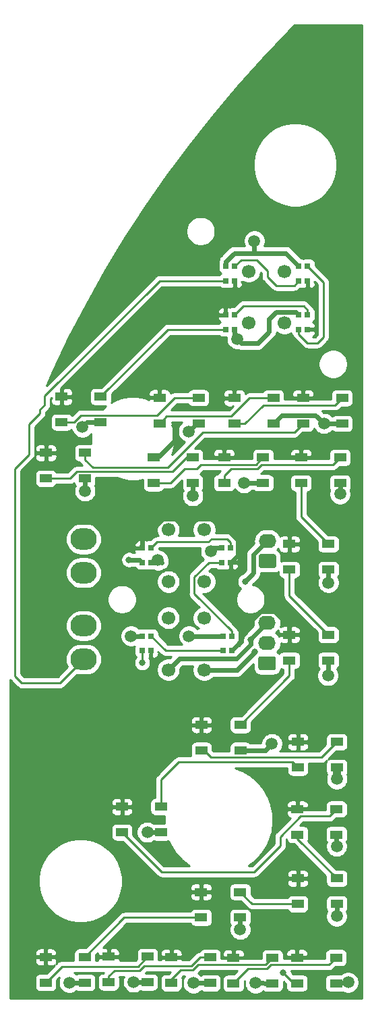
<source format=gbr>
G04 #@! TF.GenerationSoftware,KiCad,Pcbnew,(5.1.12-1-10_14)*
G04 #@! TF.CreationDate,2021-11-28T12:56:29+11:00*
G04 #@! TF.ProjectId,MasterModePushbuttonV2,4d617374-6572-44d6-9f64-655075736862,rev?*
G04 #@! TF.SameCoordinates,Original*
G04 #@! TF.FileFunction,Copper,L1,Top*
G04 #@! TF.FilePolarity,Positive*
%FSLAX46Y46*%
G04 Gerber Fmt 4.6, Leading zero omitted, Abs format (unit mm)*
G04 Created by KiCad (PCBNEW (5.1.12-1-10_14)) date 2021-11-28 12:56:29*
%MOMM*%
%LPD*%
G01*
G04 APERTURE LIST*
G04 #@! TA.AperFunction,SMDPad,CuDef*
%ADD10R,0.700000X0.700000*%
G04 #@! TD*
G04 #@! TA.AperFunction,ComponentPad*
%ADD11C,1.700000*%
G04 #@! TD*
G04 #@! TA.AperFunction,ComponentPad*
%ADD12O,2.190000X1.740000*%
G04 #@! TD*
G04 #@! TA.AperFunction,ComponentPad*
%ADD13O,3.300000X2.700000*%
G04 #@! TD*
G04 #@! TA.AperFunction,SMDPad,CuDef*
%ADD14R,1.500000X1.000000*%
G04 #@! TD*
G04 #@! TA.AperFunction,ViaPad*
%ADD15C,0.800000*%
G04 #@! TD*
G04 #@! TA.AperFunction,ViaPad*
%ADD16C,1.500000*%
G04 #@! TD*
G04 #@! TA.AperFunction,Conductor*
%ADD17C,0.250000*%
G04 #@! TD*
G04 #@! TA.AperFunction,Conductor*
%ADD18C,0.609600*%
G04 #@! TD*
G04 #@! TA.AperFunction,Conductor*
%ADD19C,1.000000*%
G04 #@! TD*
G04 #@! TA.AperFunction,Conductor*
%ADD20C,0.254000*%
G04 #@! TD*
G04 #@! TA.AperFunction,Conductor*
%ADD21C,0.100000*%
G04 #@! TD*
G04 APERTURE END LIST*
D10*
X226792380Y-97159580D03*
X225692380Y-97159580D03*
X225692380Y-95329580D03*
X226792380Y-95329580D03*
X226919380Y-108208580D03*
X225819380Y-108208580D03*
X225819380Y-106378580D03*
X226919380Y-106378580D03*
X216759380Y-108208580D03*
X215659380Y-108208580D03*
X215659380Y-106378580D03*
X216759380Y-106378580D03*
X226136880Y-66119580D03*
X227236880Y-66119580D03*
X227236880Y-67949580D03*
X226136880Y-67949580D03*
X236444380Y-67949580D03*
X235344380Y-67949580D03*
X235344380Y-66119580D03*
X236444380Y-66119580D03*
X236444380Y-61853580D03*
X235344380Y-61853580D03*
X235344380Y-60023580D03*
X236444380Y-60023580D03*
X227300380Y-61853580D03*
X226200380Y-61853580D03*
X226200380Y-60023580D03*
X227300380Y-60023580D03*
X215659380Y-95329580D03*
X216759380Y-95329580D03*
X216759380Y-97159580D03*
X215659380Y-97159580D03*
D11*
X223448380Y-104118580D03*
X223448380Y-110618580D03*
X218948380Y-104118580D03*
X218948380Y-110618580D03*
X223448380Y-93069580D03*
X223448380Y-99569580D03*
X218948380Y-93069580D03*
X218948380Y-99569580D03*
X229036380Y-67161580D03*
X229036380Y-60661580D03*
X233536380Y-67161580D03*
X233536380Y-60661580D03*
D12*
X231360480Y-104715480D03*
X231360480Y-107255480D03*
G04 #@! TA.AperFunction,ComponentPad*
G36*
G01*
X232205481Y-110665480D02*
X230515479Y-110665480D01*
G75*
G02*
X230265480Y-110415481I0J249999D01*
G01*
X230265480Y-109175479D01*
G75*
G02*
X230515479Y-108925480I249999J0D01*
G01*
X232205481Y-108925480D01*
G75*
G02*
X232455480Y-109175479I0J-249999D01*
G01*
X232455480Y-110415481D01*
G75*
G02*
X232205481Y-110665480I-249999J0D01*
G01*
G37*
G04 #@! TD.AperFunction*
X231394880Y-94449580D03*
G04 #@! TA.AperFunction,ComponentPad*
G36*
G01*
X232239881Y-97859580D02*
X230549879Y-97859580D01*
G75*
G02*
X230299880Y-97609581I0J249999D01*
G01*
X230299880Y-96369579D01*
G75*
G02*
X230549879Y-96119580I249999J0D01*
G01*
X232239881Y-96119580D01*
G75*
G02*
X232489880Y-96369579I0J-249999D01*
G01*
X232489880Y-97609581D01*
G75*
G02*
X232239881Y-97859580I-249999J0D01*
G01*
G37*
G04 #@! TD.AperFunction*
D13*
X208296000Y-98447500D03*
X208296000Y-94247500D03*
X202796000Y-98447500D03*
G04 #@! TA.AperFunction,ComponentPad*
G36*
G01*
X201397100Y-92897500D02*
X204194900Y-92897500D01*
G75*
G02*
X204446000Y-93148600I0J-251100D01*
G01*
X204446000Y-95346400D01*
G75*
G02*
X204194900Y-95597500I-251100J0D01*
G01*
X201397100Y-95597500D01*
G75*
G02*
X201146000Y-95346400I0J251100D01*
G01*
X201146000Y-93148600D01*
G75*
G02*
X201397100Y-92897500I251100J0D01*
G01*
G37*
G04 #@! TD.AperFunction*
X208296000Y-109297000D03*
X208296000Y-105097000D03*
X202796000Y-109297000D03*
G04 #@! TA.AperFunction,ComponentPad*
G36*
G01*
X201397100Y-103747000D02*
X204194900Y-103747000D01*
G75*
G02*
X204446000Y-103998100I0J-251100D01*
G01*
X204446000Y-106195900D01*
G75*
G02*
X204194900Y-106447000I-251100J0D01*
G01*
X201397100Y-106447000D01*
G75*
G02*
X201146000Y-106195900I0J251100D01*
G01*
X201146000Y-103998100D01*
G75*
G02*
X201397100Y-103747000I251100J0D01*
G01*
G37*
G04 #@! TD.AperFunction*
D14*
X235108000Y-146702000D03*
X235108000Y-149902000D03*
X240008000Y-146702000D03*
X240008000Y-149902000D03*
X227121000Y-146727000D03*
X227121000Y-149927000D03*
X232021000Y-146727000D03*
X232021000Y-149927000D03*
X219321000Y-146676000D03*
X219321000Y-149876000D03*
X224221000Y-146676000D03*
X224221000Y-149876000D03*
X211447000Y-146575000D03*
X211447000Y-149775000D03*
X216347000Y-146575000D03*
X216347000Y-149775000D03*
X203550000Y-146625000D03*
X203550000Y-149825000D03*
X208450000Y-146625000D03*
X208450000Y-149825000D03*
X223068000Y-138472000D03*
X223068000Y-141672000D03*
X227968000Y-138472000D03*
X227968000Y-141672000D03*
X235221000Y-136770000D03*
X235221000Y-139970000D03*
X240121000Y-136770000D03*
X240121000Y-139970000D03*
X235170000Y-128083000D03*
X235170000Y-131283000D03*
X240070000Y-128083000D03*
X240070000Y-131283000D03*
X213123000Y-127779000D03*
X213123000Y-130979000D03*
X218023000Y-127779000D03*
X218023000Y-130979000D03*
X235221000Y-119651000D03*
X235221000Y-122851000D03*
X240121000Y-119651000D03*
X240121000Y-122851000D03*
X223108000Y-117517000D03*
X223108000Y-120717000D03*
X228008000Y-117517000D03*
X228008000Y-120717000D03*
X234154000Y-106239000D03*
X234154000Y-109439000D03*
X239054000Y-106239000D03*
X239054000Y-109439000D03*
X234154000Y-94860300D03*
X234154000Y-98060300D03*
X239054000Y-94860300D03*
X239054000Y-98060300D03*
X235616000Y-84014700D03*
X235616000Y-87214700D03*
X240516000Y-84014700D03*
X240516000Y-87214700D03*
X225952000Y-83989100D03*
X225952000Y-87189100D03*
X230852000Y-83989100D03*
X230852000Y-87189100D03*
X217113000Y-84014700D03*
X217113000Y-87214700D03*
X222013000Y-84014700D03*
X222013000Y-87214700D03*
X203573000Y-83430300D03*
X203573000Y-86630300D03*
X208473000Y-83430300D03*
X208473000Y-86630300D03*
X235870000Y-76547100D03*
X235870000Y-79747100D03*
X240770000Y-76547100D03*
X240770000Y-79747100D03*
X227234000Y-76547100D03*
X227234000Y-79747100D03*
X232134000Y-76547100D03*
X232134000Y-79747100D03*
X217836000Y-76521500D03*
X217836000Y-79721500D03*
X222736000Y-76521500D03*
X222736000Y-79721500D03*
X205542000Y-76394700D03*
X205542000Y-79594700D03*
X210442000Y-76394700D03*
X210442000Y-79594700D03*
D15*
X213999580Y-96828780D03*
D16*
X229747580Y-56849180D03*
X227594880Y-69139580D03*
X221494880Y-80739580D03*
X208473000Y-88211460D03*
X222013000Y-88821460D03*
X240516000Y-88568460D03*
X238487360Y-79747100D03*
X208144880Y-80189580D03*
X206509460Y-149825000D03*
X214580300Y-149775000D03*
X222094880Y-149889580D03*
X229894880Y-149889580D03*
X241544880Y-149789580D03*
X240094880Y-141489580D03*
X227968000Y-143162700D03*
X240094880Y-132739580D03*
X238994880Y-111339580D03*
X240121000Y-124315700D03*
X216305460Y-130979000D03*
X231944880Y-119889580D03*
X214255880Y-106378580D03*
X228444880Y-87189580D03*
X221544880Y-106389580D03*
X224294880Y-95739580D03*
X239044880Y-99689580D03*
X217643570Y-96876765D03*
D15*
X219744880Y-79989580D03*
X219844880Y-75339580D03*
X215675980Y-109731980D03*
X233394880Y-148589580D03*
X228596630Y-99537830D03*
X229318380Y-106878580D03*
X229801096Y-108375813D03*
D17*
X219761002Y-76521500D02*
X222736000Y-76521500D01*
X217562803Y-78719699D02*
X219761002Y-76521500D01*
X207949759Y-78719699D02*
X217562803Y-78719699D01*
X207074758Y-79594700D02*
X207949759Y-78719699D01*
X205542000Y-79594700D02*
X207074758Y-79594700D01*
X226859603Y-78846499D02*
X218711001Y-78846499D01*
X229159002Y-76547100D02*
X226859603Y-78846499D01*
X218711001Y-78846499D02*
X217836000Y-79721500D01*
X232134000Y-76547100D02*
X229159002Y-76547100D01*
X228535796Y-79747100D02*
X227234000Y-79747100D01*
X230860795Y-77422101D02*
X228535796Y-79747100D01*
X239894999Y-77422101D02*
X230860795Y-77422101D01*
X240770000Y-76547100D02*
X239894999Y-77422101D01*
X208473000Y-83430300D02*
X208473000Y-84283409D01*
X208473000Y-84283409D02*
X209444880Y-85255289D01*
X218847409Y-85255289D02*
X221563118Y-82539580D01*
X209444880Y-85255289D02*
X218847409Y-85255289D01*
X221563118Y-82539580D02*
X221563118Y-82521342D01*
X221563118Y-82521342D02*
X223244880Y-80839580D01*
X234777520Y-80839580D02*
X235870000Y-79747100D01*
X223244880Y-80839580D02*
X234777520Y-80839580D01*
X221234307Y-84014700D02*
X222013000Y-84014700D01*
X219493708Y-85755299D02*
X221234307Y-84014700D01*
X207479161Y-85755299D02*
X219493708Y-85755299D01*
X206604160Y-86630300D02*
X207479161Y-85755299D01*
X203573000Y-86630300D02*
X206604160Y-86630300D01*
X217113000Y-87214700D02*
X219219760Y-87214700D01*
X219219760Y-87214700D02*
X220985759Y-85448701D01*
X220985759Y-85448701D02*
X222504001Y-85448701D01*
X223063001Y-84889701D02*
X222504001Y-85448701D01*
X229951399Y-84889701D02*
X223063001Y-84889701D01*
X230852000Y-83989100D02*
X229951399Y-84889701D01*
X239640999Y-84889701D02*
X240516000Y-84014700D01*
X226844749Y-85389711D02*
X230158509Y-85389711D01*
X225952000Y-86282460D02*
X226844749Y-85389711D01*
X230658519Y-84889701D02*
X239640999Y-84889701D01*
X230158509Y-85389711D02*
X230658519Y-84889701D01*
X225952000Y-87189100D02*
X225952000Y-86282460D01*
X235616000Y-91422300D02*
X239054000Y-94860300D01*
X235616000Y-87214700D02*
X235616000Y-91422300D01*
X234154000Y-101339000D02*
X239054000Y-106239000D01*
X234154000Y-98060300D02*
X234154000Y-101339000D01*
X234154000Y-111371000D02*
X228008000Y-117517000D01*
X234154000Y-109439000D02*
X234154000Y-111371000D01*
X238179990Y-121592010D02*
X240121000Y-119651000D01*
X223422300Y-120717000D02*
X224297310Y-121592010D01*
X223108000Y-120717000D02*
X223422300Y-120717000D01*
X224297310Y-121592010D02*
X238179990Y-121592010D01*
X218023000Y-127779000D02*
X218023000Y-124411460D01*
X218023000Y-124411460D02*
X220244880Y-122189580D01*
X234559580Y-122189580D02*
X235221000Y-122851000D01*
X220244880Y-122189580D02*
X234559580Y-122189580D01*
X239194999Y-128958001D02*
X240070000Y-128083000D01*
X235569997Y-128958001D02*
X239194999Y-128958001D01*
X235569997Y-128958001D02*
X232994880Y-131533118D01*
X232994880Y-131533118D02*
X232994880Y-132689580D01*
X232994880Y-132689580D02*
X229744880Y-135939580D01*
X218083580Y-135939580D02*
X213123000Y-130979000D01*
X229744880Y-135939580D02*
X218083580Y-135939580D01*
X235170000Y-131819000D02*
X240121000Y-136770000D01*
X235170000Y-131283000D02*
X235170000Y-131819000D01*
X229466000Y-139970000D02*
X227968000Y-138472000D01*
X235221000Y-139970000D02*
X229466000Y-139970000D01*
X213403000Y-141672000D02*
X223068000Y-141672000D01*
X208450000Y-146625000D02*
X213403000Y-141672000D01*
X215112397Y-147809603D02*
X216347000Y-146575000D01*
X205565397Y-147809603D02*
X215112397Y-147809603D01*
X203550000Y-149825000D02*
X205565397Y-147809603D01*
X215319507Y-148309613D02*
X215889540Y-147739580D01*
X212162387Y-148309613D02*
X215319507Y-148309613D01*
X211447000Y-149025000D02*
X212162387Y-148309613D01*
X211447000Y-149775000D02*
X211447000Y-149025000D01*
X222919204Y-146676000D02*
X224221000Y-146676000D01*
X221855624Y-147739580D02*
X222919204Y-146676000D01*
X215889540Y-147739580D02*
X221855624Y-147739580D01*
X231145999Y-147602001D02*
X232021000Y-146727000D01*
X222700323Y-147602001D02*
X231145999Y-147602001D01*
X219321000Y-149876000D02*
X219321000Y-149463460D01*
X220510948Y-148273512D02*
X222028812Y-148273512D01*
X219321000Y-149463460D02*
X220510948Y-148273512D01*
X222028812Y-148273512D02*
X222700323Y-147602001D01*
X239107999Y-147602001D02*
X240008000Y-146702000D01*
X231853119Y-147602001D02*
X239107999Y-147602001D01*
X227121000Y-149927000D02*
X227121000Y-149913460D01*
X231353109Y-148102011D02*
X231853119Y-147602001D01*
X228932449Y-148102011D02*
X231353109Y-148102011D01*
X227121000Y-149913460D02*
X228932449Y-148102011D01*
D18*
X215328580Y-96828780D02*
X215659380Y-97159580D01*
X213999580Y-96828780D02*
X215328580Y-96828780D01*
D17*
X203377588Y-76310470D02*
X217834478Y-61853580D01*
X217834478Y-61853580D02*
X226200380Y-61853580D01*
X203377588Y-77450890D02*
X203377588Y-76310470D01*
X202816889Y-78011589D02*
X203377588Y-77450890D01*
X201408588Y-79875872D02*
X202816889Y-78467571D01*
X199644880Y-85389580D02*
X201408588Y-83625872D01*
X199644880Y-111389580D02*
X199644880Y-85389580D01*
X201408588Y-83625872D02*
X201408588Y-79875872D01*
X200494880Y-112239580D02*
X199644880Y-111389580D01*
X202816889Y-78467571D02*
X202816889Y-78011589D01*
X205353420Y-112239580D02*
X200494880Y-112239580D01*
X208296000Y-109297000D02*
X205353420Y-112239580D01*
D18*
X208473000Y-94070500D02*
X208296000Y-94247500D01*
X233717968Y-58397168D02*
X235344380Y-60023580D01*
X226200380Y-59424938D02*
X227228150Y-58397168D01*
X226200380Y-60023580D02*
X226200380Y-59424938D01*
X229747580Y-58373180D02*
X229771568Y-58397168D01*
X229747580Y-56849180D02*
X229747580Y-58373180D01*
X229771568Y-58397168D02*
X233717968Y-58397168D01*
X227228150Y-58397168D02*
X229771568Y-58397168D01*
X227236880Y-67949580D02*
X227236880Y-68781580D01*
X227236880Y-68781580D02*
X227594880Y-69139580D01*
X228094880Y-69639580D02*
X230194880Y-69639580D01*
X230194880Y-69639580D02*
X231616183Y-68218277D01*
X231616183Y-68218277D02*
X231616183Y-66660883D01*
X232520287Y-65756779D02*
X231616183Y-66660883D01*
X234981579Y-65756779D02*
X235344380Y-66119580D01*
X232520287Y-65756779D02*
X234981579Y-65756779D01*
X227594880Y-69139580D02*
X228094880Y-69639580D01*
X222736000Y-79721500D02*
X222512960Y-79721500D01*
X222512960Y-79721500D02*
X221494880Y-80739580D01*
X208473000Y-86630300D02*
X208473000Y-88211460D01*
X222013000Y-87214700D02*
X222013000Y-88821460D01*
X240516000Y-87214700D02*
X240516000Y-88568460D01*
X240770000Y-79747100D02*
X238487360Y-79747100D01*
X237432559Y-78692299D02*
X238487360Y-79747100D01*
X233188801Y-78692299D02*
X237432559Y-78692299D01*
X232134000Y-79747100D02*
X233188801Y-78692299D01*
X210442000Y-79594700D02*
X208739760Y-79594700D01*
X208739760Y-79594700D02*
X208144880Y-80189580D01*
X208450000Y-149825000D02*
X206509460Y-149825000D01*
X216347000Y-149775000D02*
X214580300Y-149775000D01*
X214580300Y-149775000D02*
X214580300Y-149775000D01*
X224221000Y-149876000D02*
X222094880Y-149889580D01*
X222094880Y-149889580D02*
X222108460Y-149876000D01*
X232021000Y-149927000D02*
X229894880Y-149889580D01*
X229894880Y-149889580D02*
X229932300Y-149927000D01*
X240008000Y-149902000D02*
X241544880Y-149789580D01*
X241544880Y-149789580D02*
X241432460Y-149902000D01*
X240121000Y-139970000D02*
X240094880Y-141489580D01*
X240094880Y-141489580D02*
X240121000Y-141463460D01*
X227968000Y-141672000D02*
X227968000Y-143162700D01*
X227968000Y-143162700D02*
X227968000Y-143162700D01*
X240070000Y-131283000D02*
X240094880Y-132739580D01*
X240094880Y-132739580D02*
X240070000Y-132714700D01*
X239054000Y-109439000D02*
X238994880Y-111339580D01*
X238994880Y-111339580D02*
X239054000Y-111280460D01*
D19*
X240121000Y-122851000D02*
X240121000Y-124315700D01*
X240121000Y-124315700D02*
X240121000Y-124315700D01*
D18*
X218023000Y-130979000D02*
X216305460Y-130979000D01*
X216305460Y-130979000D02*
X216305460Y-130979000D01*
X228008000Y-120717000D02*
X231117460Y-120717000D01*
X231117460Y-120717000D02*
X231944880Y-119889580D01*
X231944880Y-119889580D02*
X231944880Y-119889580D01*
X215659380Y-106378580D02*
X214255880Y-106378580D01*
X214255880Y-106378580D02*
X214255880Y-106378580D01*
X218124880Y-97159580D02*
X218124880Y-97159580D01*
X230852000Y-87189100D02*
X228444880Y-87189580D01*
X228444880Y-87189580D02*
X228445360Y-87189100D01*
X225819380Y-106378580D02*
X221544880Y-106389580D01*
X221544880Y-106389580D02*
X221555880Y-106378580D01*
X225692380Y-95329580D02*
X224654880Y-95329580D01*
X224654880Y-95329580D02*
X224294880Y-95739580D01*
X224294880Y-95739580D02*
X224294880Y-95689580D01*
X239054000Y-98060300D02*
X239044880Y-99689580D01*
X239044880Y-99689580D02*
X239054000Y-99680460D01*
X216759380Y-97159580D02*
X217360755Y-97159580D01*
X217360755Y-97159580D02*
X217643570Y-96876765D01*
X218274075Y-91664779D02*
X215659380Y-94279474D01*
X224941894Y-91664779D02*
X218274075Y-91664779D01*
X227697181Y-94420066D02*
X224941894Y-91664779D01*
X227697181Y-96254779D02*
X227697181Y-94420066D01*
X215659380Y-94279474D02*
X215659380Y-95329580D01*
X226792380Y-97159580D02*
X227697181Y-96254779D01*
X235616000Y-84014700D02*
X233075042Y-84014700D01*
X217113000Y-84014700D02*
X217639760Y-84014700D01*
X219744880Y-81909580D02*
X219744880Y-79989580D01*
X217639760Y-84014700D02*
X219744880Y-81909580D01*
X228038380Y-107089580D02*
X226919380Y-108208580D01*
X228038380Y-105797595D02*
X228038380Y-107089580D01*
X230545305Y-103290670D02*
X228038380Y-105797595D01*
X232315270Y-103290670D02*
X230545305Y-103290670D01*
X234154000Y-105129400D02*
X232315270Y-103290670D01*
X234154000Y-106239000D02*
X234154000Y-105129400D01*
D17*
X235108000Y-149902000D02*
X234707300Y-149902000D01*
X234707300Y-149902000D02*
X233394880Y-148589580D01*
X233394880Y-148589580D02*
X233394880Y-148589580D01*
X215659380Y-109715380D02*
X215675980Y-109731980D01*
X215659380Y-108208580D02*
X215659380Y-109715380D01*
D18*
X231331704Y-94449580D02*
X229644880Y-96136404D01*
X231394880Y-94449580D02*
X231331704Y-94449580D01*
X229644880Y-96136404D02*
X229644880Y-98489580D01*
X229644880Y-98489580D02*
X228596630Y-99537830D01*
X228596630Y-99537830D02*
X228564880Y-99569580D01*
X227548866Y-109213779D02*
X229318380Y-107444265D01*
X218948380Y-110618580D02*
X220353181Y-109213779D01*
X220353181Y-109213779D02*
X227548866Y-109213779D01*
X231360480Y-104715480D02*
X229318380Y-106757580D01*
X229318380Y-106757580D02*
X229318380Y-106878580D01*
X229318380Y-107444265D02*
X229318380Y-106878580D01*
X227558329Y-110618580D02*
X229801096Y-108375813D01*
X223448380Y-110618580D02*
X227558329Y-110618580D01*
D17*
X218589380Y-108208580D02*
X216759380Y-106378580D01*
X225819380Y-108208580D02*
X218589380Y-108208580D01*
X226919380Y-105776578D02*
X226919380Y-106378580D01*
X222223379Y-101080577D02*
X226919380Y-105776578D01*
X222223379Y-98981579D02*
X222223379Y-101080577D01*
X224045378Y-97159580D02*
X222223379Y-98981579D01*
X225692380Y-97159580D02*
X224045378Y-97159580D01*
X217484381Y-94604579D02*
X216759380Y-95329580D01*
X226792380Y-95329580D02*
X226792380Y-94687080D01*
X226792380Y-94687080D02*
X226294880Y-94189580D01*
X224344880Y-94189580D02*
X223929881Y-94604579D01*
X226294880Y-94189580D02*
X224344880Y-94189580D01*
X223929881Y-94604579D02*
X217484381Y-94604579D01*
X218887120Y-67949580D02*
X226136880Y-67949580D01*
X210442000Y-76394700D02*
X218887120Y-67949580D01*
X228067181Y-59256779D02*
X230052473Y-59256779D01*
X227300380Y-60023580D02*
X228067181Y-59256779D01*
X230052473Y-59256779D02*
X231394880Y-60599186D01*
X231394880Y-60599186D02*
X231394880Y-61339580D01*
X231394880Y-61339580D02*
X232494880Y-62439580D01*
X234758380Y-62439580D02*
X235344380Y-61853580D01*
X232494880Y-62439580D02*
X234758380Y-62439580D01*
X235344380Y-67949580D02*
X235344380Y-68549580D01*
X235344380Y-68549580D02*
X236434380Y-69639580D01*
X236434380Y-69639580D02*
X237694880Y-69639580D01*
X237694880Y-69639580D02*
X238444880Y-68889580D01*
X238444880Y-62024080D02*
X236444380Y-60023580D01*
X238444880Y-68889580D02*
X238444880Y-62024080D01*
X235950380Y-65025580D02*
X236444380Y-65519580D01*
X228330880Y-65025580D02*
X235950380Y-65025580D01*
X227236880Y-66119580D02*
X228330880Y-65025580D01*
X236444380Y-65519580D02*
X236444380Y-66119580D01*
D20*
X243287380Y-151834080D02*
X199037380Y-151834080D01*
X199037380Y-149325000D01*
X202161928Y-149325000D01*
X202161928Y-150325000D01*
X202174188Y-150449482D01*
X202210498Y-150569180D01*
X202269463Y-150679494D01*
X202348815Y-150776185D01*
X202445506Y-150855537D01*
X202555820Y-150914502D01*
X202675518Y-150950812D01*
X202800000Y-150963072D01*
X204300000Y-150963072D01*
X204424482Y-150950812D01*
X204544180Y-150914502D01*
X204654494Y-150855537D01*
X204751185Y-150776185D01*
X204830537Y-150679494D01*
X204889502Y-150569180D01*
X204925812Y-150449482D01*
X204938072Y-150325000D01*
X204938072Y-149511729D01*
X205284595Y-149165207D01*
X205282089Y-149168957D01*
X205177685Y-149421011D01*
X205124460Y-149688589D01*
X205124460Y-149961411D01*
X205177685Y-150228989D01*
X205282089Y-150481043D01*
X205433661Y-150707886D01*
X205626574Y-150900799D01*
X205853417Y-151052371D01*
X206105471Y-151156775D01*
X206373049Y-151210000D01*
X206645871Y-151210000D01*
X206913449Y-151156775D01*
X207165503Y-151052371D01*
X207392346Y-150900799D01*
X207405526Y-150887619D01*
X207455820Y-150914502D01*
X207575518Y-150950812D01*
X207700000Y-150963072D01*
X209200000Y-150963072D01*
X209324482Y-150950812D01*
X209444180Y-150914502D01*
X209554494Y-150855537D01*
X209651185Y-150776185D01*
X209730537Y-150679494D01*
X209789502Y-150569180D01*
X209825812Y-150449482D01*
X209838072Y-150325000D01*
X209838072Y-149325000D01*
X209825812Y-149200518D01*
X209789502Y-149080820D01*
X209730537Y-148970506D01*
X209651185Y-148873815D01*
X209554494Y-148794463D01*
X209444180Y-148735498D01*
X209324482Y-148699188D01*
X209200000Y-148686928D01*
X207700000Y-148686928D01*
X207575518Y-148699188D01*
X207455820Y-148735498D01*
X207405526Y-148762381D01*
X207392346Y-148749201D01*
X207165503Y-148597629D01*
X207097842Y-148569603D01*
X210837567Y-148569603D01*
X210812026Y-148600724D01*
X210792674Y-148636928D01*
X210697000Y-148636928D01*
X210572518Y-148649188D01*
X210452820Y-148685498D01*
X210342506Y-148744463D01*
X210245815Y-148823815D01*
X210166463Y-148920506D01*
X210107498Y-149030820D01*
X210071188Y-149150518D01*
X210058928Y-149275000D01*
X210058928Y-150275000D01*
X210071188Y-150399482D01*
X210107498Y-150519180D01*
X210166463Y-150629494D01*
X210245815Y-150726185D01*
X210342506Y-150805537D01*
X210452820Y-150864502D01*
X210572518Y-150900812D01*
X210697000Y-150913072D01*
X212197000Y-150913072D01*
X212321482Y-150900812D01*
X212441180Y-150864502D01*
X212551494Y-150805537D01*
X212648185Y-150726185D01*
X212727537Y-150629494D01*
X212786502Y-150519180D01*
X212822812Y-150399482D01*
X212835072Y-150275000D01*
X212835072Y-149275000D01*
X212822812Y-149150518D01*
X212798270Y-149069613D01*
X213385900Y-149069613D01*
X213352929Y-149118957D01*
X213248525Y-149371011D01*
X213195300Y-149638589D01*
X213195300Y-149911411D01*
X213248525Y-150178989D01*
X213352929Y-150431043D01*
X213504501Y-150657886D01*
X213697414Y-150850799D01*
X213924257Y-151002371D01*
X214176311Y-151106775D01*
X214443889Y-151160000D01*
X214716711Y-151160000D01*
X214984289Y-151106775D01*
X215236343Y-151002371D01*
X215414621Y-150883249D01*
X215472518Y-150900812D01*
X215597000Y-150913072D01*
X217097000Y-150913072D01*
X217221482Y-150900812D01*
X217341180Y-150864502D01*
X217451494Y-150805537D01*
X217548185Y-150726185D01*
X217627537Y-150629494D01*
X217686502Y-150519180D01*
X217722812Y-150399482D01*
X217735072Y-150275000D01*
X217735072Y-149275000D01*
X217722812Y-149150518D01*
X217686502Y-149030820D01*
X217627537Y-148920506D01*
X217548185Y-148823815D01*
X217451494Y-148744463D01*
X217341180Y-148685498D01*
X217221482Y-148649188D01*
X217097000Y-148636928D01*
X216066994Y-148636928D01*
X216204342Y-148499580D01*
X219210079Y-148499580D01*
X218971731Y-148737928D01*
X218571000Y-148737928D01*
X218446518Y-148750188D01*
X218326820Y-148786498D01*
X218216506Y-148845463D01*
X218119815Y-148924815D01*
X218040463Y-149021506D01*
X217981498Y-149131820D01*
X217945188Y-149251518D01*
X217932928Y-149376000D01*
X217932928Y-150376000D01*
X217945188Y-150500482D01*
X217981498Y-150620180D01*
X218040463Y-150730494D01*
X218119815Y-150827185D01*
X218216506Y-150906537D01*
X218326820Y-150965502D01*
X218446518Y-151001812D01*
X218571000Y-151014072D01*
X220071000Y-151014072D01*
X220195482Y-151001812D01*
X220315180Y-150965502D01*
X220425494Y-150906537D01*
X220522185Y-150827185D01*
X220601537Y-150730494D01*
X220660502Y-150620180D01*
X220696812Y-150500482D01*
X220709072Y-150376000D01*
X220709072Y-149376000D01*
X220696812Y-149251518D01*
X220676082Y-149183180D01*
X220825750Y-149033512D01*
X221001162Y-149033512D01*
X220867509Y-149233537D01*
X220763105Y-149485591D01*
X220709880Y-149753169D01*
X220709880Y-150025991D01*
X220763105Y-150293569D01*
X220867509Y-150545623D01*
X221019081Y-150772466D01*
X221211994Y-150965379D01*
X221438837Y-151116951D01*
X221690891Y-151221355D01*
X221958469Y-151274580D01*
X222231291Y-151274580D01*
X222498869Y-151221355D01*
X222750923Y-151116951D01*
X222977766Y-150965379D01*
X223072622Y-150870523D01*
X223116506Y-150906537D01*
X223226820Y-150965502D01*
X223346518Y-151001812D01*
X223471000Y-151014072D01*
X224971000Y-151014072D01*
X225095482Y-151001812D01*
X225215180Y-150965502D01*
X225325494Y-150906537D01*
X225422185Y-150827185D01*
X225501537Y-150730494D01*
X225560502Y-150620180D01*
X225596812Y-150500482D01*
X225609072Y-150376000D01*
X225609072Y-149376000D01*
X225596812Y-149251518D01*
X225560502Y-149131820D01*
X225501537Y-149021506D01*
X225422185Y-148924815D01*
X225325494Y-148845463D01*
X225215180Y-148786498D01*
X225095482Y-148750188D01*
X224971000Y-148737928D01*
X223471000Y-148737928D01*
X223346518Y-148750188D01*
X223226820Y-148786498D01*
X223116506Y-148845463D01*
X223057705Y-148893720D01*
X222977766Y-148813781D01*
X222750923Y-148662209D01*
X222725462Y-148651663D01*
X223015125Y-148362001D01*
X227597657Y-148362001D01*
X227170731Y-148788928D01*
X226371000Y-148788928D01*
X226246518Y-148801188D01*
X226126820Y-148837498D01*
X226016506Y-148896463D01*
X225919815Y-148975815D01*
X225840463Y-149072506D01*
X225781498Y-149182820D01*
X225745188Y-149302518D01*
X225732928Y-149427000D01*
X225732928Y-150427000D01*
X225745188Y-150551482D01*
X225781498Y-150671180D01*
X225840463Y-150781494D01*
X225919815Y-150878185D01*
X226016506Y-150957537D01*
X226126820Y-151016502D01*
X226246518Y-151052812D01*
X226371000Y-151065072D01*
X227871000Y-151065072D01*
X227995482Y-151052812D01*
X228115180Y-151016502D01*
X228225494Y-150957537D01*
X228322185Y-150878185D01*
X228401537Y-150781494D01*
X228460502Y-150671180D01*
X228496812Y-150551482D01*
X228509072Y-150427000D01*
X228509072Y-149600189D01*
X228548066Y-149561195D01*
X228509880Y-149753169D01*
X228509880Y-150025991D01*
X228563105Y-150293569D01*
X228667509Y-150545623D01*
X228819081Y-150772466D01*
X229011994Y-150965379D01*
X229238837Y-151116951D01*
X229490891Y-151221355D01*
X229758469Y-151274580D01*
X230031291Y-151274580D01*
X230298869Y-151221355D01*
X230550923Y-151116951D01*
X230777766Y-150965379D01*
X230844611Y-150898534D01*
X230916506Y-150957537D01*
X231026820Y-151016502D01*
X231146518Y-151052812D01*
X231271000Y-151065072D01*
X232771000Y-151065072D01*
X232895482Y-151052812D01*
X233015180Y-151016502D01*
X233125494Y-150957537D01*
X233222185Y-150878185D01*
X233301537Y-150781494D01*
X233360502Y-150671180D01*
X233396812Y-150551482D01*
X233409072Y-150427000D01*
X233409072Y-149678573D01*
X233719928Y-149989430D01*
X233719928Y-150402000D01*
X233732188Y-150526482D01*
X233768498Y-150646180D01*
X233827463Y-150756494D01*
X233906815Y-150853185D01*
X234003506Y-150932537D01*
X234113820Y-150991502D01*
X234233518Y-151027812D01*
X234358000Y-151040072D01*
X235858000Y-151040072D01*
X235982482Y-151027812D01*
X236102180Y-150991502D01*
X236212494Y-150932537D01*
X236309185Y-150853185D01*
X236388537Y-150756494D01*
X236447502Y-150646180D01*
X236483812Y-150526482D01*
X236496072Y-150402000D01*
X236496072Y-149402000D01*
X238619928Y-149402000D01*
X238619928Y-150402000D01*
X238632188Y-150526482D01*
X238668498Y-150646180D01*
X238727463Y-150756494D01*
X238806815Y-150853185D01*
X238903506Y-150932537D01*
X239013820Y-150991502D01*
X239133518Y-151027812D01*
X239258000Y-151040072D01*
X240758000Y-151040072D01*
X240882482Y-151027812D01*
X240901286Y-151022108D01*
X241140891Y-151121355D01*
X241408469Y-151174580D01*
X241681291Y-151174580D01*
X241948869Y-151121355D01*
X242200923Y-151016951D01*
X242427766Y-150865379D01*
X242620679Y-150672466D01*
X242772251Y-150445623D01*
X242876655Y-150193569D01*
X242929880Y-149925991D01*
X242929880Y-149653169D01*
X242876655Y-149385591D01*
X242772251Y-149133537D01*
X242620679Y-148906694D01*
X242427766Y-148713781D01*
X242200923Y-148562209D01*
X241948869Y-148457805D01*
X241681291Y-148404580D01*
X241408469Y-148404580D01*
X241140891Y-148457805D01*
X240888837Y-148562209D01*
X240661994Y-148713781D01*
X240611847Y-148763928D01*
X239258000Y-148763928D01*
X239133518Y-148776188D01*
X239013820Y-148812498D01*
X238903506Y-148871463D01*
X238806815Y-148950815D01*
X238727463Y-149047506D01*
X238668498Y-149157820D01*
X238632188Y-149277518D01*
X238619928Y-149402000D01*
X236496072Y-149402000D01*
X236483812Y-149277518D01*
X236447502Y-149157820D01*
X236388537Y-149047506D01*
X236309185Y-148950815D01*
X236212494Y-148871463D01*
X236102180Y-148812498D01*
X235982482Y-148776188D01*
X235858000Y-148763928D01*
X234644030Y-148763928D01*
X234429880Y-148549779D01*
X234429880Y-148487641D01*
X234404889Y-148362001D01*
X239070677Y-148362001D01*
X239107999Y-148365677D01*
X239145321Y-148362001D01*
X239145332Y-148362001D01*
X239256985Y-148351004D01*
X239400246Y-148307547D01*
X239532275Y-148236975D01*
X239648000Y-148142002D01*
X239671802Y-148112999D01*
X239944729Y-147840072D01*
X240758000Y-147840072D01*
X240882482Y-147827812D01*
X241002180Y-147791502D01*
X241112494Y-147732537D01*
X241209185Y-147653185D01*
X241288537Y-147556494D01*
X241347502Y-147446180D01*
X241383812Y-147326482D01*
X241396072Y-147202000D01*
X241396072Y-146202000D01*
X241383812Y-146077518D01*
X241347502Y-145957820D01*
X241288537Y-145847506D01*
X241209185Y-145750815D01*
X241112494Y-145671463D01*
X241002180Y-145612498D01*
X240882482Y-145576188D01*
X240758000Y-145563928D01*
X239258000Y-145563928D01*
X239133518Y-145576188D01*
X239013820Y-145612498D01*
X238903506Y-145671463D01*
X238806815Y-145750815D01*
X238727463Y-145847506D01*
X238668498Y-145957820D01*
X238632188Y-146077518D01*
X238619928Y-146202000D01*
X238619928Y-146842001D01*
X236347251Y-146842001D01*
X236334250Y-146829000D01*
X235235000Y-146829000D01*
X235235000Y-146842001D01*
X234981000Y-146842001D01*
X234981000Y-146829000D01*
X233881750Y-146829000D01*
X233868749Y-146842001D01*
X233409072Y-146842001D01*
X233409072Y-146227000D01*
X233406610Y-146202000D01*
X233719928Y-146202000D01*
X233723000Y-146416250D01*
X233881750Y-146575000D01*
X234981000Y-146575000D01*
X234981000Y-145725750D01*
X235235000Y-145725750D01*
X235235000Y-146575000D01*
X236334250Y-146575000D01*
X236493000Y-146416250D01*
X236496072Y-146202000D01*
X236483812Y-146077518D01*
X236447502Y-145957820D01*
X236388537Y-145847506D01*
X236309185Y-145750815D01*
X236212494Y-145671463D01*
X236102180Y-145612498D01*
X235982482Y-145576188D01*
X235858000Y-145563928D01*
X235393750Y-145567000D01*
X235235000Y-145725750D01*
X234981000Y-145725750D01*
X234822250Y-145567000D01*
X234358000Y-145563928D01*
X234233518Y-145576188D01*
X234113820Y-145612498D01*
X234003506Y-145671463D01*
X233906815Y-145750815D01*
X233827463Y-145847506D01*
X233768498Y-145957820D01*
X233732188Y-146077518D01*
X233719928Y-146202000D01*
X233406610Y-146202000D01*
X233396812Y-146102518D01*
X233360502Y-145982820D01*
X233301537Y-145872506D01*
X233222185Y-145775815D01*
X233125494Y-145696463D01*
X233015180Y-145637498D01*
X232895482Y-145601188D01*
X232771000Y-145588928D01*
X231271000Y-145588928D01*
X231146518Y-145601188D01*
X231026820Y-145637498D01*
X230916506Y-145696463D01*
X230819815Y-145775815D01*
X230740463Y-145872506D01*
X230681498Y-145982820D01*
X230645188Y-146102518D01*
X230632928Y-146227000D01*
X230632928Y-146842001D01*
X225609072Y-146842001D01*
X225609072Y-146227000D01*
X225732928Y-146227000D01*
X225736000Y-146441250D01*
X225894750Y-146600000D01*
X226994000Y-146600000D01*
X226994000Y-145750750D01*
X227248000Y-145750750D01*
X227248000Y-146600000D01*
X228347250Y-146600000D01*
X228506000Y-146441250D01*
X228509072Y-146227000D01*
X228496812Y-146102518D01*
X228460502Y-145982820D01*
X228401537Y-145872506D01*
X228322185Y-145775815D01*
X228225494Y-145696463D01*
X228115180Y-145637498D01*
X227995482Y-145601188D01*
X227871000Y-145588928D01*
X227406750Y-145592000D01*
X227248000Y-145750750D01*
X226994000Y-145750750D01*
X226835250Y-145592000D01*
X226371000Y-145588928D01*
X226246518Y-145601188D01*
X226126820Y-145637498D01*
X226016506Y-145696463D01*
X225919815Y-145775815D01*
X225840463Y-145872506D01*
X225781498Y-145982820D01*
X225745188Y-146102518D01*
X225732928Y-146227000D01*
X225609072Y-146227000D01*
X225609072Y-146176000D01*
X225596812Y-146051518D01*
X225560502Y-145931820D01*
X225501537Y-145821506D01*
X225422185Y-145724815D01*
X225325494Y-145645463D01*
X225215180Y-145586498D01*
X225095482Y-145550188D01*
X224971000Y-145537928D01*
X223471000Y-145537928D01*
X223346518Y-145550188D01*
X223226820Y-145586498D01*
X223116506Y-145645463D01*
X223019815Y-145724815D01*
X222940463Y-145821506D01*
X222890403Y-145915161D01*
X222881880Y-145916000D01*
X222881871Y-145916000D01*
X222770218Y-145926997D01*
X222626957Y-145970454D01*
X222494928Y-146041026D01*
X222379203Y-146135999D01*
X222355405Y-146164997D01*
X221540823Y-146979580D01*
X220706256Y-146979580D01*
X220706000Y-146961750D01*
X220547250Y-146803000D01*
X219448000Y-146803000D01*
X219448000Y-146823000D01*
X219194000Y-146823000D01*
X219194000Y-146803000D01*
X218094750Y-146803000D01*
X217936000Y-146961750D01*
X217935744Y-146979580D01*
X217735072Y-146979580D01*
X217735072Y-146176000D01*
X217932928Y-146176000D01*
X217936000Y-146390250D01*
X218094750Y-146549000D01*
X219194000Y-146549000D01*
X219194000Y-145699750D01*
X219448000Y-145699750D01*
X219448000Y-146549000D01*
X220547250Y-146549000D01*
X220706000Y-146390250D01*
X220709072Y-146176000D01*
X220696812Y-146051518D01*
X220660502Y-145931820D01*
X220601537Y-145821506D01*
X220522185Y-145724815D01*
X220425494Y-145645463D01*
X220315180Y-145586498D01*
X220195482Y-145550188D01*
X220071000Y-145537928D01*
X219606750Y-145541000D01*
X219448000Y-145699750D01*
X219194000Y-145699750D01*
X219035250Y-145541000D01*
X218571000Y-145537928D01*
X218446518Y-145550188D01*
X218326820Y-145586498D01*
X218216506Y-145645463D01*
X218119815Y-145724815D01*
X218040463Y-145821506D01*
X217981498Y-145931820D01*
X217945188Y-146051518D01*
X217932928Y-146176000D01*
X217735072Y-146176000D01*
X217735072Y-146075000D01*
X217722812Y-145950518D01*
X217686502Y-145830820D01*
X217627537Y-145720506D01*
X217548185Y-145623815D01*
X217451494Y-145544463D01*
X217341180Y-145485498D01*
X217221482Y-145449188D01*
X217097000Y-145436928D01*
X215597000Y-145436928D01*
X215472518Y-145449188D01*
X215352820Y-145485498D01*
X215242506Y-145544463D01*
X215145815Y-145623815D01*
X215066463Y-145720506D01*
X215007498Y-145830820D01*
X214971188Y-145950518D01*
X214958928Y-146075000D01*
X214958928Y-146888271D01*
X214797596Y-147049603D01*
X212834708Y-147049603D01*
X212832000Y-146860750D01*
X212673250Y-146702000D01*
X211574000Y-146702000D01*
X211574000Y-146722000D01*
X211320000Y-146722000D01*
X211320000Y-146702000D01*
X210220750Y-146702000D01*
X210062000Y-146860750D01*
X210059292Y-147049603D01*
X209838072Y-147049603D01*
X209838072Y-146311729D01*
X210059152Y-146090649D01*
X210062000Y-146289250D01*
X210220750Y-146448000D01*
X211320000Y-146448000D01*
X211320000Y-145598750D01*
X211574000Y-145598750D01*
X211574000Y-146448000D01*
X212673250Y-146448000D01*
X212832000Y-146289250D01*
X212835072Y-146075000D01*
X212822812Y-145950518D01*
X212786502Y-145830820D01*
X212727537Y-145720506D01*
X212648185Y-145623815D01*
X212551494Y-145544463D01*
X212441180Y-145485498D01*
X212321482Y-145449188D01*
X212197000Y-145436928D01*
X211732750Y-145440000D01*
X211574000Y-145598750D01*
X211320000Y-145598750D01*
X211161250Y-145440000D01*
X210712769Y-145437032D01*
X213717802Y-142432000D01*
X221736954Y-142432000D01*
X221787463Y-142526494D01*
X221866815Y-142623185D01*
X221963506Y-142702537D01*
X222073820Y-142761502D01*
X222193518Y-142797812D01*
X222318000Y-142810072D01*
X223818000Y-142810072D01*
X223942482Y-142797812D01*
X224062180Y-142761502D01*
X224172494Y-142702537D01*
X224269185Y-142623185D01*
X224348537Y-142526494D01*
X224407502Y-142416180D01*
X224443812Y-142296482D01*
X224456072Y-142172000D01*
X224456072Y-141172000D01*
X226579928Y-141172000D01*
X226579928Y-142172000D01*
X226592188Y-142296482D01*
X226628498Y-142416180D01*
X226687463Y-142526494D01*
X226717335Y-142562893D01*
X226636225Y-142758711D01*
X226583000Y-143026289D01*
X226583000Y-143299111D01*
X226636225Y-143566689D01*
X226740629Y-143818743D01*
X226892201Y-144045586D01*
X227085114Y-144238499D01*
X227311957Y-144390071D01*
X227564011Y-144494475D01*
X227831589Y-144547700D01*
X228104411Y-144547700D01*
X228371989Y-144494475D01*
X228624043Y-144390071D01*
X228850886Y-144238499D01*
X229043799Y-144045586D01*
X229195371Y-143818743D01*
X229299775Y-143566689D01*
X229353000Y-143299111D01*
X229353000Y-143026289D01*
X229299775Y-142758711D01*
X229218665Y-142562893D01*
X229248537Y-142526494D01*
X229307502Y-142416180D01*
X229343812Y-142296482D01*
X229356072Y-142172000D01*
X229356072Y-141353169D01*
X238709880Y-141353169D01*
X238709880Y-141625991D01*
X238763105Y-141893569D01*
X238867509Y-142145623D01*
X239019081Y-142372466D01*
X239211994Y-142565379D01*
X239438837Y-142716951D01*
X239690891Y-142821355D01*
X239958469Y-142874580D01*
X240231291Y-142874580D01*
X240498869Y-142821355D01*
X240750923Y-142716951D01*
X240977766Y-142565379D01*
X241170679Y-142372466D01*
X241322251Y-142145623D01*
X241426655Y-141893569D01*
X241479880Y-141625991D01*
X241479880Y-141353169D01*
X241426655Y-141085591D01*
X241346356Y-140891732D01*
X241401537Y-140824494D01*
X241460502Y-140714180D01*
X241496812Y-140594482D01*
X241509072Y-140470000D01*
X241509072Y-139470000D01*
X241496812Y-139345518D01*
X241460502Y-139225820D01*
X241401537Y-139115506D01*
X241322185Y-139018815D01*
X241225494Y-138939463D01*
X241115180Y-138880498D01*
X240995482Y-138844188D01*
X240871000Y-138831928D01*
X239371000Y-138831928D01*
X239246518Y-138844188D01*
X239126820Y-138880498D01*
X239016506Y-138939463D01*
X238919815Y-139018815D01*
X238840463Y-139115506D01*
X238781498Y-139225820D01*
X238745188Y-139345518D01*
X238732928Y-139470000D01*
X238732928Y-140470000D01*
X238745188Y-140594482D01*
X238781498Y-140714180D01*
X238840463Y-140824494D01*
X238860926Y-140849429D01*
X238763105Y-141085591D01*
X238709880Y-141353169D01*
X229356072Y-141353169D01*
X229356072Y-141172000D01*
X229343812Y-141047518D01*
X229307502Y-140927820D01*
X229248537Y-140817506D01*
X229169185Y-140720815D01*
X229072494Y-140641463D01*
X228962180Y-140582498D01*
X228842482Y-140546188D01*
X228718000Y-140533928D01*
X227218000Y-140533928D01*
X227093518Y-140546188D01*
X226973820Y-140582498D01*
X226863506Y-140641463D01*
X226766815Y-140720815D01*
X226687463Y-140817506D01*
X226628498Y-140927820D01*
X226592188Y-141047518D01*
X226579928Y-141172000D01*
X224456072Y-141172000D01*
X224443812Y-141047518D01*
X224407502Y-140927820D01*
X224348537Y-140817506D01*
X224269185Y-140720815D01*
X224172494Y-140641463D01*
X224062180Y-140582498D01*
X223942482Y-140546188D01*
X223818000Y-140533928D01*
X222318000Y-140533928D01*
X222193518Y-140546188D01*
X222073820Y-140582498D01*
X221963506Y-140641463D01*
X221866815Y-140720815D01*
X221787463Y-140817506D01*
X221736954Y-140912000D01*
X213440325Y-140912000D01*
X213403000Y-140908324D01*
X213365675Y-140912000D01*
X213365667Y-140912000D01*
X213254014Y-140922997D01*
X213110753Y-140966454D01*
X212978724Y-141037026D01*
X212862999Y-141131999D01*
X212839201Y-141160997D01*
X208513271Y-145486928D01*
X207700000Y-145486928D01*
X207575518Y-145499188D01*
X207455820Y-145535498D01*
X207345506Y-145594463D01*
X207248815Y-145673815D01*
X207169463Y-145770506D01*
X207110498Y-145880820D01*
X207074188Y-146000518D01*
X207061928Y-146125000D01*
X207061928Y-147049603D01*
X205602722Y-147049603D01*
X205565397Y-147045927D01*
X205528072Y-147049603D01*
X205528064Y-147049603D01*
X205416411Y-147060600D01*
X205273150Y-147104057D01*
X205141121Y-147174629D01*
X205025396Y-147269602D01*
X205001598Y-147298600D01*
X204841828Y-147458370D01*
X204889502Y-147369180D01*
X204925812Y-147249482D01*
X204938072Y-147125000D01*
X204935000Y-146910750D01*
X204776250Y-146752000D01*
X203677000Y-146752000D01*
X203677000Y-147601250D01*
X203835750Y-147760000D01*
X204300000Y-147763072D01*
X204424482Y-147750812D01*
X204544180Y-147714502D01*
X204633370Y-147666828D01*
X203613271Y-148686928D01*
X202800000Y-148686928D01*
X202675518Y-148699188D01*
X202555820Y-148735498D01*
X202445506Y-148794463D01*
X202348815Y-148873815D01*
X202269463Y-148970506D01*
X202210498Y-149080820D01*
X202174188Y-149200518D01*
X202161928Y-149325000D01*
X199037380Y-149325000D01*
X199037380Y-147125000D01*
X202161928Y-147125000D01*
X202174188Y-147249482D01*
X202210498Y-147369180D01*
X202269463Y-147479494D01*
X202348815Y-147576185D01*
X202445506Y-147655537D01*
X202555820Y-147714502D01*
X202675518Y-147750812D01*
X202800000Y-147763072D01*
X203264250Y-147760000D01*
X203423000Y-147601250D01*
X203423000Y-146752000D01*
X202323750Y-146752000D01*
X202165000Y-146910750D01*
X202161928Y-147125000D01*
X199037380Y-147125000D01*
X199037380Y-146125000D01*
X202161928Y-146125000D01*
X202165000Y-146339250D01*
X202323750Y-146498000D01*
X203423000Y-146498000D01*
X203423000Y-145648750D01*
X203677000Y-145648750D01*
X203677000Y-146498000D01*
X204776250Y-146498000D01*
X204935000Y-146339250D01*
X204938072Y-146125000D01*
X204925812Y-146000518D01*
X204889502Y-145880820D01*
X204830537Y-145770506D01*
X204751185Y-145673815D01*
X204654494Y-145594463D01*
X204544180Y-145535498D01*
X204424482Y-145499188D01*
X204300000Y-145486928D01*
X203835750Y-145490000D01*
X203677000Y-145648750D01*
X203423000Y-145648750D01*
X203264250Y-145490000D01*
X202800000Y-145486928D01*
X202675518Y-145499188D01*
X202555820Y-145535498D01*
X202445506Y-145594463D01*
X202348815Y-145673815D01*
X202269463Y-145770506D01*
X202210498Y-145880820D01*
X202174188Y-146000518D01*
X202161928Y-146125000D01*
X199037380Y-146125000D01*
X199037380Y-136559841D01*
X202627880Y-136559841D01*
X202627880Y-137599319D01*
X202830672Y-138618824D01*
X203228463Y-139579177D01*
X203805967Y-140443471D01*
X204540989Y-141178493D01*
X205405283Y-141755997D01*
X206365636Y-142153788D01*
X207385141Y-142356580D01*
X208424619Y-142356580D01*
X209444124Y-142153788D01*
X210404477Y-141755997D01*
X211268771Y-141178493D01*
X212003793Y-140443471D01*
X212581297Y-139579177D01*
X212832797Y-138972000D01*
X221679928Y-138972000D01*
X221692188Y-139096482D01*
X221728498Y-139216180D01*
X221787463Y-139326494D01*
X221866815Y-139423185D01*
X221963506Y-139502537D01*
X222073820Y-139561502D01*
X222193518Y-139597812D01*
X222318000Y-139610072D01*
X222782250Y-139607000D01*
X222941000Y-139448250D01*
X222941000Y-138599000D01*
X223195000Y-138599000D01*
X223195000Y-139448250D01*
X223353750Y-139607000D01*
X223818000Y-139610072D01*
X223942482Y-139597812D01*
X224062180Y-139561502D01*
X224172494Y-139502537D01*
X224269185Y-139423185D01*
X224348537Y-139326494D01*
X224407502Y-139216180D01*
X224443812Y-139096482D01*
X224456072Y-138972000D01*
X224453000Y-138757750D01*
X224294250Y-138599000D01*
X223195000Y-138599000D01*
X222941000Y-138599000D01*
X221841750Y-138599000D01*
X221683000Y-138757750D01*
X221679928Y-138972000D01*
X212832797Y-138972000D01*
X212979088Y-138618824D01*
X213107749Y-137972000D01*
X221679928Y-137972000D01*
X221683000Y-138186250D01*
X221841750Y-138345000D01*
X222941000Y-138345000D01*
X222941000Y-137495750D01*
X223195000Y-137495750D01*
X223195000Y-138345000D01*
X224294250Y-138345000D01*
X224453000Y-138186250D01*
X224456072Y-137972000D01*
X226579928Y-137972000D01*
X226579928Y-138972000D01*
X226592188Y-139096482D01*
X226628498Y-139216180D01*
X226687463Y-139326494D01*
X226766815Y-139423185D01*
X226863506Y-139502537D01*
X226973820Y-139561502D01*
X227093518Y-139597812D01*
X227218000Y-139610072D01*
X228031271Y-139610072D01*
X228902201Y-140481003D01*
X228925999Y-140510001D01*
X228954997Y-140533799D01*
X229041723Y-140604974D01*
X229109989Y-140641463D01*
X229173753Y-140675546D01*
X229317014Y-140719003D01*
X229428667Y-140730000D01*
X229428677Y-140730000D01*
X229466000Y-140733676D01*
X229503323Y-140730000D01*
X233889954Y-140730000D01*
X233940463Y-140824494D01*
X234019815Y-140921185D01*
X234116506Y-141000537D01*
X234226820Y-141059502D01*
X234346518Y-141095812D01*
X234471000Y-141108072D01*
X235971000Y-141108072D01*
X236095482Y-141095812D01*
X236215180Y-141059502D01*
X236325494Y-141000537D01*
X236422185Y-140921185D01*
X236501537Y-140824494D01*
X236560502Y-140714180D01*
X236596812Y-140594482D01*
X236609072Y-140470000D01*
X236609072Y-139470000D01*
X236596812Y-139345518D01*
X236560502Y-139225820D01*
X236501537Y-139115506D01*
X236422185Y-139018815D01*
X236325494Y-138939463D01*
X236215180Y-138880498D01*
X236095482Y-138844188D01*
X235971000Y-138831928D01*
X234471000Y-138831928D01*
X234346518Y-138844188D01*
X234226820Y-138880498D01*
X234116506Y-138939463D01*
X234019815Y-139018815D01*
X233940463Y-139115506D01*
X233889954Y-139210000D01*
X229780802Y-139210000D01*
X229356072Y-138785270D01*
X229356072Y-137972000D01*
X229343812Y-137847518D01*
X229307502Y-137727820D01*
X229248537Y-137617506D01*
X229169185Y-137520815D01*
X229072494Y-137441463D01*
X228962180Y-137382498D01*
X228842482Y-137346188D01*
X228718000Y-137333928D01*
X227218000Y-137333928D01*
X227093518Y-137346188D01*
X226973820Y-137382498D01*
X226863506Y-137441463D01*
X226766815Y-137520815D01*
X226687463Y-137617506D01*
X226628498Y-137727820D01*
X226592188Y-137847518D01*
X226579928Y-137972000D01*
X224456072Y-137972000D01*
X224443812Y-137847518D01*
X224407502Y-137727820D01*
X224348537Y-137617506D01*
X224269185Y-137520815D01*
X224172494Y-137441463D01*
X224062180Y-137382498D01*
X223942482Y-137346188D01*
X223818000Y-137333928D01*
X223353750Y-137337000D01*
X223195000Y-137495750D01*
X222941000Y-137495750D01*
X222782250Y-137337000D01*
X222318000Y-137333928D01*
X222193518Y-137346188D01*
X222073820Y-137382498D01*
X221963506Y-137441463D01*
X221866815Y-137520815D01*
X221787463Y-137617506D01*
X221728498Y-137727820D01*
X221692188Y-137847518D01*
X221679928Y-137972000D01*
X213107749Y-137972000D01*
X213181880Y-137599319D01*
X213181880Y-137270000D01*
X233832928Y-137270000D01*
X233845188Y-137394482D01*
X233881498Y-137514180D01*
X233940463Y-137624494D01*
X234019815Y-137721185D01*
X234116506Y-137800537D01*
X234226820Y-137859502D01*
X234346518Y-137895812D01*
X234471000Y-137908072D01*
X234935250Y-137905000D01*
X235094000Y-137746250D01*
X235094000Y-136897000D01*
X235348000Y-136897000D01*
X235348000Y-137746250D01*
X235506750Y-137905000D01*
X235971000Y-137908072D01*
X236095482Y-137895812D01*
X236215180Y-137859502D01*
X236325494Y-137800537D01*
X236422185Y-137721185D01*
X236501537Y-137624494D01*
X236560502Y-137514180D01*
X236596812Y-137394482D01*
X236609072Y-137270000D01*
X236606000Y-137055750D01*
X236447250Y-136897000D01*
X235348000Y-136897000D01*
X235094000Y-136897000D01*
X233994750Y-136897000D01*
X233836000Y-137055750D01*
X233832928Y-137270000D01*
X213181880Y-137270000D01*
X213181880Y-136559841D01*
X212979088Y-135540336D01*
X212581297Y-134579983D01*
X212003793Y-133715689D01*
X211268771Y-132980667D01*
X210404477Y-132403163D01*
X209444124Y-132005372D01*
X208424619Y-131802580D01*
X207385141Y-131802580D01*
X206365636Y-132005372D01*
X205405283Y-132403163D01*
X204540989Y-132980667D01*
X203805967Y-133715689D01*
X203228463Y-134579983D01*
X202830672Y-135540336D01*
X202627880Y-136559841D01*
X199037380Y-136559841D01*
X199037380Y-130479000D01*
X211734928Y-130479000D01*
X211734928Y-131479000D01*
X211747188Y-131603482D01*
X211783498Y-131723180D01*
X211842463Y-131833494D01*
X211921815Y-131930185D01*
X212018506Y-132009537D01*
X212128820Y-132068502D01*
X212248518Y-132104812D01*
X212373000Y-132117072D01*
X213186271Y-132117072D01*
X217519781Y-136450583D01*
X217543579Y-136479581D01*
X217572577Y-136503379D01*
X217659304Y-136574554D01*
X217791333Y-136645126D01*
X217934594Y-136688583D01*
X218083580Y-136703257D01*
X218120913Y-136699580D01*
X229707558Y-136699580D01*
X229744880Y-136703256D01*
X229782202Y-136699580D01*
X229782213Y-136699580D01*
X229893866Y-136688583D01*
X230037127Y-136645126D01*
X230169156Y-136574554D01*
X230284881Y-136479581D01*
X230308684Y-136450577D01*
X230489261Y-136270000D01*
X233832928Y-136270000D01*
X233836000Y-136484250D01*
X233994750Y-136643000D01*
X235094000Y-136643000D01*
X235094000Y-135793750D01*
X235348000Y-135793750D01*
X235348000Y-136643000D01*
X236447250Y-136643000D01*
X236606000Y-136484250D01*
X236609072Y-136270000D01*
X236596812Y-136145518D01*
X236560502Y-136025820D01*
X236501537Y-135915506D01*
X236422185Y-135818815D01*
X236325494Y-135739463D01*
X236215180Y-135680498D01*
X236095482Y-135644188D01*
X235971000Y-135631928D01*
X235506750Y-135635000D01*
X235348000Y-135793750D01*
X235094000Y-135793750D01*
X234935250Y-135635000D01*
X234471000Y-135631928D01*
X234346518Y-135644188D01*
X234226820Y-135680498D01*
X234116506Y-135739463D01*
X234019815Y-135818815D01*
X233940463Y-135915506D01*
X233881498Y-136025820D01*
X233845188Y-136145518D01*
X233832928Y-136270000D01*
X230489261Y-136270000D01*
X233505883Y-133253379D01*
X233534881Y-133229581D01*
X233582849Y-133171132D01*
X233629854Y-133113857D01*
X233700426Y-132981827D01*
X233707261Y-132959295D01*
X233743883Y-132838566D01*
X233754880Y-132726913D01*
X233754880Y-132726904D01*
X233758556Y-132689581D01*
X233754880Y-132652258D01*
X233754880Y-131847919D01*
X233785323Y-131817476D01*
X233794188Y-131907482D01*
X233830498Y-132027180D01*
X233889463Y-132137494D01*
X233968815Y-132234185D01*
X234065506Y-132313537D01*
X234175820Y-132372502D01*
X234295518Y-132408812D01*
X234420000Y-132421072D01*
X234697271Y-132421072D01*
X238732928Y-136456730D01*
X238732928Y-137270000D01*
X238745188Y-137394482D01*
X238781498Y-137514180D01*
X238840463Y-137624494D01*
X238919815Y-137721185D01*
X239016506Y-137800537D01*
X239126820Y-137859502D01*
X239246518Y-137895812D01*
X239371000Y-137908072D01*
X240871000Y-137908072D01*
X240995482Y-137895812D01*
X241115180Y-137859502D01*
X241225494Y-137800537D01*
X241322185Y-137721185D01*
X241401537Y-137624494D01*
X241460502Y-137514180D01*
X241496812Y-137394482D01*
X241509072Y-137270000D01*
X241509072Y-136270000D01*
X241496812Y-136145518D01*
X241460502Y-136025820D01*
X241401537Y-135915506D01*
X241322185Y-135818815D01*
X241225494Y-135739463D01*
X241115180Y-135680498D01*
X240995482Y-135644188D01*
X240871000Y-135631928D01*
X240057730Y-135631928D01*
X236489814Y-132064013D01*
X236509502Y-132027180D01*
X236545812Y-131907482D01*
X236558072Y-131783000D01*
X236558072Y-130783000D01*
X238681928Y-130783000D01*
X238681928Y-131783000D01*
X238694188Y-131907482D01*
X238730498Y-132027180D01*
X238789463Y-132137494D01*
X238826477Y-132182596D01*
X238763105Y-132335591D01*
X238709880Y-132603169D01*
X238709880Y-132875991D01*
X238763105Y-133143569D01*
X238867509Y-133395623D01*
X239019081Y-133622466D01*
X239211994Y-133815379D01*
X239438837Y-133966951D01*
X239690891Y-134071355D01*
X239958469Y-134124580D01*
X240231291Y-134124580D01*
X240498869Y-134071355D01*
X240750923Y-133966951D01*
X240977766Y-133815379D01*
X241170679Y-133622466D01*
X241322251Y-133395623D01*
X241426655Y-133143569D01*
X241479880Y-132875991D01*
X241479880Y-132603169D01*
X241426655Y-132335591D01*
X241346592Y-132142301D01*
X241350537Y-132137494D01*
X241409502Y-132027180D01*
X241445812Y-131907482D01*
X241458072Y-131783000D01*
X241458072Y-130783000D01*
X241445812Y-130658518D01*
X241409502Y-130538820D01*
X241350537Y-130428506D01*
X241271185Y-130331815D01*
X241174494Y-130252463D01*
X241064180Y-130193498D01*
X240944482Y-130157188D01*
X240820000Y-130144928D01*
X239320000Y-130144928D01*
X239195518Y-130157188D01*
X239075820Y-130193498D01*
X238965506Y-130252463D01*
X238868815Y-130331815D01*
X238789463Y-130428506D01*
X238730498Y-130538820D01*
X238694188Y-130658518D01*
X238681928Y-130783000D01*
X236558072Y-130783000D01*
X236545812Y-130658518D01*
X236509502Y-130538820D01*
X236450537Y-130428506D01*
X236371185Y-130331815D01*
X236274494Y-130252463D01*
X236164180Y-130193498D01*
X236044482Y-130157188D01*
X235920000Y-130144928D01*
X235457872Y-130144928D01*
X235884800Y-129718001D01*
X239157677Y-129718001D01*
X239194999Y-129721677D01*
X239232321Y-129718001D01*
X239232332Y-129718001D01*
X239343985Y-129707004D01*
X239487246Y-129663547D01*
X239619275Y-129592975D01*
X239735000Y-129498002D01*
X239758802Y-129468999D01*
X240006729Y-129221072D01*
X240820000Y-129221072D01*
X240944482Y-129208812D01*
X241064180Y-129172502D01*
X241174494Y-129113537D01*
X241271185Y-129034185D01*
X241350537Y-128937494D01*
X241409502Y-128827180D01*
X241445812Y-128707482D01*
X241458072Y-128583000D01*
X241458072Y-127583000D01*
X241445812Y-127458518D01*
X241409502Y-127338820D01*
X241350537Y-127228506D01*
X241271185Y-127131815D01*
X241174494Y-127052463D01*
X241064180Y-126993498D01*
X240944482Y-126957188D01*
X240820000Y-126944928D01*
X239320000Y-126944928D01*
X239195518Y-126957188D01*
X239075820Y-126993498D01*
X238965506Y-127052463D01*
X238868815Y-127131815D01*
X238789463Y-127228506D01*
X238730498Y-127338820D01*
X238694188Y-127458518D01*
X238681928Y-127583000D01*
X238681928Y-128198001D01*
X235607319Y-128198001D01*
X235569996Y-128194325D01*
X235532673Y-128198001D01*
X235532664Y-128198001D01*
X235421011Y-128208998D01*
X235417708Y-128210000D01*
X235297000Y-128210000D01*
X235297000Y-128230000D01*
X235043000Y-128230000D01*
X235043000Y-128210000D01*
X233943750Y-128210000D01*
X233785000Y-128368750D01*
X233781928Y-128583000D01*
X233794188Y-128707482D01*
X233830498Y-128827180D01*
X233889463Y-128937494D01*
X233968815Y-129034185D01*
X234065506Y-129113537D01*
X234175820Y-129172502D01*
X234256285Y-129196911D01*
X232483883Y-130969314D01*
X232454879Y-130993117D01*
X232417264Y-131038952D01*
X232359906Y-131108842D01*
X232296812Y-131226882D01*
X232289334Y-131240872D01*
X232245877Y-131384133D01*
X232234880Y-131495786D01*
X232234880Y-131495796D01*
X232231204Y-131533118D01*
X232234880Y-131570441D01*
X232234881Y-132374777D01*
X229430079Y-135179580D01*
X229021903Y-135179580D01*
X229031282Y-135174567D01*
X229077443Y-135136684D01*
X229789723Y-134592105D01*
X229807268Y-134576307D01*
X229826251Y-134562272D01*
X229874480Y-134516221D01*
X230550297Y-133809585D01*
X230566496Y-133789668D01*
X230584440Y-133771295D01*
X230624685Y-133718125D01*
X231178831Y-132912528D01*
X231191637Y-132890278D01*
X231206413Y-132869272D01*
X231237640Y-132810352D01*
X231655858Y-131926521D01*
X231664943Y-131902508D01*
X231676170Y-131879410D01*
X231697575Y-131816255D01*
X231969105Y-130876928D01*
X231974234Y-130851771D01*
X231981623Y-130827177D01*
X231992655Y-130761412D01*
X232110512Y-129790755D01*
X232111553Y-129765102D01*
X232114915Y-129739642D01*
X232115291Y-129672959D01*
X232076442Y-128695946D01*
X232073366Y-128670447D01*
X232072615Y-128644786D01*
X232062325Y-128578901D01*
X231867769Y-127620668D01*
X231860660Y-127596000D01*
X231858162Y-127583000D01*
X233781928Y-127583000D01*
X233785000Y-127797250D01*
X233943750Y-127956000D01*
X235043000Y-127956000D01*
X235043000Y-127106750D01*
X235297000Y-127106750D01*
X235297000Y-127956000D01*
X236396250Y-127956000D01*
X236555000Y-127797250D01*
X236558072Y-127583000D01*
X236545812Y-127458518D01*
X236509502Y-127338820D01*
X236450537Y-127228506D01*
X236371185Y-127131815D01*
X236274494Y-127052463D01*
X236164180Y-126993498D01*
X236044482Y-126957188D01*
X235920000Y-126944928D01*
X235455750Y-126948000D01*
X235297000Y-127106750D01*
X235043000Y-127106750D01*
X234884250Y-126948000D01*
X234420000Y-126944928D01*
X234295518Y-126957188D01*
X234175820Y-126993498D01*
X234065506Y-127052463D01*
X233968815Y-127131815D01*
X233889463Y-127228506D01*
X233830498Y-127338820D01*
X233794188Y-127458518D01*
X233781928Y-127583000D01*
X231858162Y-127583000D01*
X231855813Y-127570778D01*
X231835121Y-127507386D01*
X231489865Y-126592585D01*
X231478905Y-126569375D01*
X231470087Y-126545248D01*
X231439526Y-126485980D01*
X230952451Y-125638145D01*
X230937914Y-125616975D01*
X230925358Y-125594580D01*
X230885714Y-125540960D01*
X230269354Y-124781908D01*
X230251619Y-124763334D01*
X230235644Y-124743235D01*
X230187938Y-124696643D01*
X229458146Y-124045898D01*
X229437673Y-124030401D01*
X229418687Y-124013112D01*
X229364146Y-123974747D01*
X229364145Y-123974746D01*
X229364142Y-123974744D01*
X228539701Y-123449053D01*
X228517017Y-123437030D01*
X228495508Y-123422997D01*
X228435533Y-123393845D01*
X227537645Y-123006727D01*
X227513324Y-122998484D01*
X227489855Y-122988073D01*
X227425991Y-122968885D01*
X227349265Y-122949580D01*
X233832928Y-122949580D01*
X233832928Y-123351000D01*
X233845188Y-123475482D01*
X233881498Y-123595180D01*
X233940463Y-123705494D01*
X234019815Y-123802185D01*
X234116506Y-123881537D01*
X234226820Y-123940502D01*
X234346518Y-123976812D01*
X234471000Y-123989072D01*
X235971000Y-123989072D01*
X236095482Y-123976812D01*
X236215180Y-123940502D01*
X236325494Y-123881537D01*
X236422185Y-123802185D01*
X236501537Y-123705494D01*
X236560502Y-123595180D01*
X236596812Y-123475482D01*
X236609072Y-123351000D01*
X236609072Y-122352010D01*
X238142668Y-122352010D01*
X238179990Y-122355686D01*
X238217312Y-122352010D01*
X238217323Y-122352010D01*
X238328976Y-122341013D01*
X238472237Y-122297556D01*
X238604266Y-122226984D01*
X238719991Y-122132011D01*
X238743794Y-122103007D01*
X238829173Y-122017628D01*
X238781498Y-122106820D01*
X238745188Y-122226518D01*
X238732928Y-122351000D01*
X238732928Y-123351000D01*
X238745188Y-123475482D01*
X238781498Y-123595180D01*
X238840463Y-123705494D01*
X238863178Y-123733172D01*
X238789225Y-123911711D01*
X238736000Y-124179289D01*
X238736000Y-124452111D01*
X238789225Y-124719689D01*
X238893629Y-124971743D01*
X239045201Y-125198586D01*
X239238114Y-125391499D01*
X239464957Y-125543071D01*
X239717011Y-125647475D01*
X239984589Y-125700700D01*
X240257411Y-125700700D01*
X240524989Y-125647475D01*
X240777043Y-125543071D01*
X241003886Y-125391499D01*
X241196799Y-125198586D01*
X241348371Y-124971743D01*
X241452775Y-124719689D01*
X241506000Y-124452111D01*
X241506000Y-124179289D01*
X241452775Y-123911711D01*
X241378822Y-123733172D01*
X241401537Y-123705494D01*
X241460502Y-123595180D01*
X241496812Y-123475482D01*
X241509072Y-123351000D01*
X241509072Y-122351000D01*
X241496812Y-122226518D01*
X241460502Y-122106820D01*
X241401537Y-121996506D01*
X241322185Y-121899815D01*
X241225494Y-121820463D01*
X241115180Y-121761498D01*
X240995482Y-121725188D01*
X240871000Y-121712928D01*
X240145561Y-121712928D01*
X240121000Y-121710509D01*
X240096439Y-121712928D01*
X239371000Y-121712928D01*
X239246518Y-121725188D01*
X239126820Y-121761498D01*
X239037629Y-121809173D01*
X240057730Y-120789072D01*
X240871000Y-120789072D01*
X240995482Y-120776812D01*
X241115180Y-120740502D01*
X241225494Y-120681537D01*
X241322185Y-120602185D01*
X241401537Y-120505494D01*
X241460502Y-120395180D01*
X241496812Y-120275482D01*
X241509072Y-120151000D01*
X241509072Y-119151000D01*
X241496812Y-119026518D01*
X241460502Y-118906820D01*
X241401537Y-118796506D01*
X241322185Y-118699815D01*
X241225494Y-118620463D01*
X241115180Y-118561498D01*
X240995482Y-118525188D01*
X240871000Y-118512928D01*
X239371000Y-118512928D01*
X239246518Y-118525188D01*
X239126820Y-118561498D01*
X239016506Y-118620463D01*
X238919815Y-118699815D01*
X238840463Y-118796506D01*
X238781498Y-118906820D01*
X238745188Y-119026518D01*
X238732928Y-119151000D01*
X238732928Y-119964270D01*
X237865189Y-120832010D01*
X232961135Y-120832010D01*
X233020679Y-120772466D01*
X233172251Y-120545623D01*
X233276655Y-120293569D01*
X233305013Y-120151000D01*
X233832928Y-120151000D01*
X233845188Y-120275482D01*
X233881498Y-120395180D01*
X233940463Y-120505494D01*
X234019815Y-120602185D01*
X234116506Y-120681537D01*
X234226820Y-120740502D01*
X234346518Y-120776812D01*
X234471000Y-120789072D01*
X234935250Y-120786000D01*
X235094000Y-120627250D01*
X235094000Y-119778000D01*
X235348000Y-119778000D01*
X235348000Y-120627250D01*
X235506750Y-120786000D01*
X235971000Y-120789072D01*
X236095482Y-120776812D01*
X236215180Y-120740502D01*
X236325494Y-120681537D01*
X236422185Y-120602185D01*
X236501537Y-120505494D01*
X236560502Y-120395180D01*
X236596812Y-120275482D01*
X236609072Y-120151000D01*
X236606000Y-119936750D01*
X236447250Y-119778000D01*
X235348000Y-119778000D01*
X235094000Y-119778000D01*
X233994750Y-119778000D01*
X233836000Y-119936750D01*
X233832928Y-120151000D01*
X233305013Y-120151000D01*
X233329880Y-120025991D01*
X233329880Y-119753169D01*
X233276655Y-119485591D01*
X233172251Y-119233537D01*
X233117102Y-119151000D01*
X233832928Y-119151000D01*
X233836000Y-119365250D01*
X233994750Y-119524000D01*
X235094000Y-119524000D01*
X235094000Y-118674750D01*
X235348000Y-118674750D01*
X235348000Y-119524000D01*
X236447250Y-119524000D01*
X236606000Y-119365250D01*
X236609072Y-119151000D01*
X236596812Y-119026518D01*
X236560502Y-118906820D01*
X236501537Y-118796506D01*
X236422185Y-118699815D01*
X236325494Y-118620463D01*
X236215180Y-118561498D01*
X236095482Y-118525188D01*
X235971000Y-118512928D01*
X235506750Y-118516000D01*
X235348000Y-118674750D01*
X235094000Y-118674750D01*
X234935250Y-118516000D01*
X234471000Y-118512928D01*
X234346518Y-118525188D01*
X234226820Y-118561498D01*
X234116506Y-118620463D01*
X234019815Y-118699815D01*
X233940463Y-118796506D01*
X233881498Y-118906820D01*
X233845188Y-119026518D01*
X233832928Y-119151000D01*
X233117102Y-119151000D01*
X233020679Y-119006694D01*
X232827766Y-118813781D01*
X232600923Y-118662209D01*
X232348869Y-118557805D01*
X232081291Y-118504580D01*
X231808469Y-118504580D01*
X231540891Y-118557805D01*
X231288837Y-118662209D01*
X231061994Y-118813781D01*
X230869081Y-119006694D01*
X230717509Y-119233537D01*
X230613105Y-119485591D01*
X230559880Y-119753169D01*
X230559880Y-119777200D01*
X229218528Y-119777200D01*
X229209185Y-119765815D01*
X229112494Y-119686463D01*
X229002180Y-119627498D01*
X228882482Y-119591188D01*
X228758000Y-119578928D01*
X227258000Y-119578928D01*
X227133518Y-119591188D01*
X227013820Y-119627498D01*
X226903506Y-119686463D01*
X226806815Y-119765815D01*
X226727463Y-119862506D01*
X226668498Y-119972820D01*
X226632188Y-120092518D01*
X226619928Y-120217000D01*
X226619928Y-120832010D01*
X224612112Y-120832010D01*
X224496072Y-120715970D01*
X224496072Y-120217000D01*
X224483812Y-120092518D01*
X224447502Y-119972820D01*
X224388537Y-119862506D01*
X224309185Y-119765815D01*
X224212494Y-119686463D01*
X224102180Y-119627498D01*
X223982482Y-119591188D01*
X223858000Y-119578928D01*
X222358000Y-119578928D01*
X222233518Y-119591188D01*
X222113820Y-119627498D01*
X222003506Y-119686463D01*
X221906815Y-119765815D01*
X221827463Y-119862506D01*
X221768498Y-119972820D01*
X221732188Y-120092518D01*
X221719928Y-120217000D01*
X221719928Y-121217000D01*
X221732188Y-121341482D01*
X221758912Y-121429580D01*
X220282203Y-121429580D01*
X220244880Y-121425904D01*
X220207557Y-121429580D01*
X220207547Y-121429580D01*
X220095894Y-121440577D01*
X219952633Y-121484034D01*
X219820604Y-121554606D01*
X219704879Y-121649579D01*
X219681081Y-121678577D01*
X217511998Y-123847661D01*
X217483000Y-123871459D01*
X217459202Y-123900457D01*
X217459201Y-123900458D01*
X217388026Y-123987184D01*
X217317454Y-124119214D01*
X217297565Y-124184783D01*
X217273998Y-124262474D01*
X217263001Y-124374127D01*
X217259324Y-124411460D01*
X217263001Y-124448792D01*
X217263000Y-126641913D01*
X217148518Y-126653188D01*
X217028820Y-126689498D01*
X216918506Y-126748463D01*
X216821815Y-126827815D01*
X216742463Y-126924506D01*
X216683498Y-127034820D01*
X216647188Y-127154518D01*
X216634928Y-127279000D01*
X216634928Y-128279000D01*
X216647188Y-128403482D01*
X216683498Y-128523180D01*
X216742463Y-128633494D01*
X216821815Y-128730185D01*
X216918506Y-128809537D01*
X217028820Y-128868502D01*
X217148518Y-128904812D01*
X217273000Y-128917072D01*
X218497113Y-128917072D01*
X218462447Y-129596006D01*
X218463199Y-129621674D01*
X218461621Y-129647302D01*
X218465898Y-129713849D01*
X218479876Y-129840928D01*
X217273000Y-129840928D01*
X217148518Y-129853188D01*
X217124431Y-129860495D01*
X216961503Y-129751629D01*
X216709449Y-129647225D01*
X216441871Y-129594000D01*
X216169049Y-129594000D01*
X215901471Y-129647225D01*
X215649417Y-129751629D01*
X215422574Y-129903201D01*
X215229661Y-130096114D01*
X215078089Y-130322957D01*
X214973685Y-130575011D01*
X214920460Y-130842589D01*
X214920460Y-131115411D01*
X214973685Y-131382989D01*
X215078089Y-131635043D01*
X215229661Y-131861886D01*
X215422574Y-132054799D01*
X215649417Y-132206371D01*
X215901471Y-132310775D01*
X216169049Y-132364000D01*
X216441871Y-132364000D01*
X216709449Y-132310775D01*
X216961503Y-132206371D01*
X217124431Y-132097505D01*
X217148518Y-132104812D01*
X217273000Y-132117072D01*
X218773000Y-132117072D01*
X218897482Y-132104812D01*
X218997473Y-132074480D01*
X219304676Y-132743092D01*
X219317230Y-132765485D01*
X219327708Y-132788933D01*
X219362322Y-132845913D01*
X219362329Y-132845926D01*
X219362333Y-132845931D01*
X219907359Y-133657717D01*
X219923336Y-133677819D01*
X219937425Y-133699286D01*
X219980712Y-133750010D01*
X220648521Y-134464219D01*
X220667502Y-134481505D01*
X220684845Y-134500446D01*
X220735670Y-134543583D01*
X220735686Y-134543598D01*
X220735694Y-134543603D01*
X221500723Y-135135375D01*
X221548479Y-135174567D01*
X221557858Y-135179580D01*
X218398382Y-135179580D01*
X214511072Y-131292271D01*
X214511072Y-130479000D01*
X214498812Y-130354518D01*
X214462502Y-130234820D01*
X214403537Y-130124506D01*
X214324185Y-130027815D01*
X214227494Y-129948463D01*
X214117180Y-129889498D01*
X213997482Y-129853188D01*
X213873000Y-129840928D01*
X212373000Y-129840928D01*
X212248518Y-129853188D01*
X212128820Y-129889498D01*
X212018506Y-129948463D01*
X211921815Y-130027815D01*
X211842463Y-130124506D01*
X211783498Y-130234820D01*
X211747188Y-130354518D01*
X211734928Y-130479000D01*
X199037380Y-130479000D01*
X199037380Y-128279000D01*
X211734928Y-128279000D01*
X211747188Y-128403482D01*
X211783498Y-128523180D01*
X211842463Y-128633494D01*
X211921815Y-128730185D01*
X212018506Y-128809537D01*
X212128820Y-128868502D01*
X212248518Y-128904812D01*
X212373000Y-128917072D01*
X212837250Y-128914000D01*
X212996000Y-128755250D01*
X212996000Y-127906000D01*
X213250000Y-127906000D01*
X213250000Y-128755250D01*
X213408750Y-128914000D01*
X213873000Y-128917072D01*
X213997482Y-128904812D01*
X214117180Y-128868502D01*
X214227494Y-128809537D01*
X214324185Y-128730185D01*
X214403537Y-128633494D01*
X214462502Y-128523180D01*
X214498812Y-128403482D01*
X214511072Y-128279000D01*
X214508000Y-128064750D01*
X214349250Y-127906000D01*
X213250000Y-127906000D01*
X212996000Y-127906000D01*
X211896750Y-127906000D01*
X211738000Y-128064750D01*
X211734928Y-128279000D01*
X199037380Y-128279000D01*
X199037380Y-127279000D01*
X211734928Y-127279000D01*
X211738000Y-127493250D01*
X211896750Y-127652000D01*
X212996000Y-127652000D01*
X212996000Y-126802750D01*
X213250000Y-126802750D01*
X213250000Y-127652000D01*
X214349250Y-127652000D01*
X214508000Y-127493250D01*
X214511072Y-127279000D01*
X214498812Y-127154518D01*
X214462502Y-127034820D01*
X214403537Y-126924506D01*
X214324185Y-126827815D01*
X214227494Y-126748463D01*
X214117180Y-126689498D01*
X213997482Y-126653188D01*
X213873000Y-126640928D01*
X213408750Y-126644000D01*
X213250000Y-126802750D01*
X212996000Y-126802750D01*
X212837250Y-126644000D01*
X212373000Y-126640928D01*
X212248518Y-126653188D01*
X212128820Y-126689498D01*
X212018506Y-126748463D01*
X211921815Y-126827815D01*
X211842463Y-126924506D01*
X211783498Y-127034820D01*
X211747188Y-127154518D01*
X211734928Y-127279000D01*
X199037380Y-127279000D01*
X199037380Y-118017000D01*
X221719928Y-118017000D01*
X221732188Y-118141482D01*
X221768498Y-118261180D01*
X221827463Y-118371494D01*
X221906815Y-118468185D01*
X222003506Y-118547537D01*
X222113820Y-118606502D01*
X222233518Y-118642812D01*
X222358000Y-118655072D01*
X222822250Y-118652000D01*
X222981000Y-118493250D01*
X222981000Y-117644000D01*
X223235000Y-117644000D01*
X223235000Y-118493250D01*
X223393750Y-118652000D01*
X223858000Y-118655072D01*
X223982482Y-118642812D01*
X224102180Y-118606502D01*
X224212494Y-118547537D01*
X224309185Y-118468185D01*
X224388537Y-118371494D01*
X224447502Y-118261180D01*
X224483812Y-118141482D01*
X224496072Y-118017000D01*
X224493000Y-117802750D01*
X224334250Y-117644000D01*
X223235000Y-117644000D01*
X222981000Y-117644000D01*
X221881750Y-117644000D01*
X221723000Y-117802750D01*
X221719928Y-118017000D01*
X199037380Y-118017000D01*
X199037380Y-117017000D01*
X221719928Y-117017000D01*
X221723000Y-117231250D01*
X221881750Y-117390000D01*
X222981000Y-117390000D01*
X222981000Y-116540750D01*
X223235000Y-116540750D01*
X223235000Y-117390000D01*
X224334250Y-117390000D01*
X224493000Y-117231250D01*
X224496072Y-117017000D01*
X224483812Y-116892518D01*
X224447502Y-116772820D01*
X224388537Y-116662506D01*
X224309185Y-116565815D01*
X224212494Y-116486463D01*
X224102180Y-116427498D01*
X223982482Y-116391188D01*
X223858000Y-116378928D01*
X223393750Y-116382000D01*
X223235000Y-116540750D01*
X222981000Y-116540750D01*
X222822250Y-116382000D01*
X222358000Y-116378928D01*
X222233518Y-116391188D01*
X222113820Y-116427498D01*
X222003506Y-116486463D01*
X221906815Y-116565815D01*
X221827463Y-116662506D01*
X221768498Y-116772820D01*
X221732188Y-116892518D01*
X221719928Y-117017000D01*
X199037380Y-117017000D01*
X199037380Y-111847333D01*
X199049751Y-111862406D01*
X199104879Y-111929581D01*
X199133882Y-111953383D01*
X199931081Y-112750583D01*
X199954879Y-112779581D01*
X199983877Y-112803379D01*
X200070604Y-112874554D01*
X200202633Y-112945126D01*
X200345894Y-112988583D01*
X200494880Y-113003257D01*
X200532213Y-112999580D01*
X205316098Y-112999580D01*
X205353420Y-113003256D01*
X205390742Y-112999580D01*
X205390753Y-112999580D01*
X205502406Y-112988583D01*
X205645667Y-112945126D01*
X205777696Y-112874554D01*
X205893421Y-112779581D01*
X205917224Y-112750577D01*
X207459291Y-111208510D01*
X207606872Y-111253278D01*
X207898490Y-111282000D01*
X208693510Y-111282000D01*
X208985128Y-111253278D01*
X209359302Y-111139774D01*
X209704143Y-110955453D01*
X210006398Y-110707398D01*
X210254453Y-110405143D01*
X210438774Y-110060302D01*
X210552278Y-109686128D01*
X210590604Y-109297000D01*
X210552278Y-108907872D01*
X210438774Y-108533698D01*
X210254453Y-108188857D01*
X210006398Y-107886602D01*
X209704143Y-107638547D01*
X209359302Y-107454226D01*
X208985128Y-107340722D01*
X208693510Y-107312000D01*
X207898490Y-107312000D01*
X207606872Y-107340722D01*
X207232698Y-107454226D01*
X206887857Y-107638547D01*
X206585602Y-107886602D01*
X206337547Y-108188857D01*
X206153226Y-108533698D01*
X206039722Y-108907872D01*
X206001396Y-109297000D01*
X206039722Y-109686128D01*
X206153226Y-110060302D01*
X206259351Y-110258848D01*
X205038619Y-111479580D01*
X200809682Y-111479580D01*
X200404880Y-111074779D01*
X200404880Y-105097000D01*
X206001396Y-105097000D01*
X206039722Y-105486128D01*
X206153226Y-105860302D01*
X206337547Y-106205143D01*
X206585602Y-106507398D01*
X206887857Y-106755453D01*
X207232698Y-106939774D01*
X207606872Y-107053278D01*
X207898490Y-107082000D01*
X208693510Y-107082000D01*
X208985128Y-107053278D01*
X209359302Y-106939774D01*
X209704143Y-106755453D01*
X210006398Y-106507398D01*
X210224066Y-106242169D01*
X212870880Y-106242169D01*
X212870880Y-106514991D01*
X212924105Y-106782569D01*
X213028509Y-107034623D01*
X213180081Y-107261466D01*
X213372994Y-107454379D01*
X213599837Y-107605951D01*
X213851891Y-107710355D01*
X214119469Y-107763580D01*
X214392291Y-107763580D01*
X214659869Y-107710355D01*
X214695211Y-107695716D01*
X214683568Y-107734098D01*
X214671308Y-107858580D01*
X214671308Y-108558580D01*
X214683568Y-108683062D01*
X214719878Y-108802760D01*
X214778843Y-108913074D01*
X214858195Y-109009765D01*
X214899381Y-109043565D01*
X214899381Y-109044868D01*
X214872043Y-109072206D01*
X214758775Y-109241724D01*
X214680754Y-109430082D01*
X214640980Y-109630041D01*
X214640980Y-109833919D01*
X214680754Y-110033878D01*
X214758775Y-110222236D01*
X214872043Y-110391754D01*
X215016206Y-110535917D01*
X215185724Y-110649185D01*
X215374082Y-110727206D01*
X215574041Y-110766980D01*
X215777919Y-110766980D01*
X215977878Y-110727206D01*
X216166236Y-110649185D01*
X216335754Y-110535917D01*
X216479917Y-110391754D01*
X216593185Y-110222236D01*
X216671206Y-110033878D01*
X216710980Y-109833919D01*
X216710980Y-109630041D01*
X216671206Y-109430082D01*
X216593185Y-109241724D01*
X216526014Y-109141196D01*
X216632380Y-109034830D01*
X216632380Y-108692332D01*
X216635192Y-108683062D01*
X216647452Y-108558580D01*
X216647452Y-108061580D01*
X216886380Y-108061580D01*
X216886380Y-108081580D01*
X216906380Y-108081580D01*
X216906380Y-108335580D01*
X216886380Y-108335580D01*
X216886380Y-109034830D01*
X217045130Y-109193580D01*
X217109380Y-109196652D01*
X217233862Y-109184392D01*
X217353560Y-109148082D01*
X217463874Y-109089117D01*
X217560565Y-109009765D01*
X217639917Y-108913074D01*
X217698882Y-108802760D01*
X217735192Y-108683062D01*
X217747452Y-108558580D01*
X217744380Y-108494330D01*
X217585632Y-108335582D01*
X217641580Y-108335582D01*
X218025581Y-108719583D01*
X218049379Y-108748581D01*
X218165104Y-108843554D01*
X218297133Y-108914126D01*
X218440394Y-108957583D01*
X218552047Y-108968580D01*
X218552057Y-108968580D01*
X218589380Y-108972256D01*
X218626703Y-108968580D01*
X219269303Y-108968580D01*
X219102700Y-109135183D01*
X219094640Y-109133580D01*
X218802120Y-109133580D01*
X218515222Y-109190648D01*
X218244969Y-109302590D01*
X218001748Y-109465105D01*
X217794905Y-109671948D01*
X217632390Y-109915169D01*
X217520448Y-110185422D01*
X217463380Y-110472320D01*
X217463380Y-110764840D01*
X217520448Y-111051738D01*
X217632390Y-111321991D01*
X217794905Y-111565212D01*
X218001748Y-111772055D01*
X218244969Y-111934570D01*
X218515222Y-112046512D01*
X218802120Y-112103580D01*
X219094640Y-112103580D01*
X219381538Y-112046512D01*
X219651791Y-111934570D01*
X219895012Y-111772055D01*
X220101855Y-111565212D01*
X220264370Y-111321991D01*
X220376312Y-111051738D01*
X220433380Y-110764840D01*
X220433380Y-110472320D01*
X220431777Y-110464260D01*
X220742459Y-110153579D01*
X222033638Y-110153579D01*
X222020448Y-110185422D01*
X221963380Y-110472320D01*
X221963380Y-110764840D01*
X222020448Y-111051738D01*
X222132390Y-111321991D01*
X222294905Y-111565212D01*
X222501748Y-111772055D01*
X222744969Y-111934570D01*
X223015222Y-112046512D01*
X223302120Y-112103580D01*
X223594640Y-112103580D01*
X223881538Y-112046512D01*
X224151791Y-111934570D01*
X224395012Y-111772055D01*
X224601855Y-111565212D01*
X224606420Y-111558380D01*
X227512172Y-111558380D01*
X227558329Y-111562926D01*
X227604486Y-111558380D01*
X227604496Y-111558380D01*
X227742562Y-111544782D01*
X227919715Y-111491043D01*
X228082980Y-111403776D01*
X228226083Y-111286334D01*
X228255520Y-111250465D01*
X229627408Y-109878578D01*
X229627408Y-110415481D01*
X229644472Y-110588735D01*
X229695008Y-110755331D01*
X229777075Y-110908867D01*
X229887518Y-111043442D01*
X230022093Y-111153885D01*
X230175629Y-111235952D01*
X230342225Y-111286488D01*
X230515479Y-111303552D01*
X232205481Y-111303552D01*
X232378735Y-111286488D01*
X232545331Y-111235952D01*
X232698867Y-111153885D01*
X232833442Y-111043442D01*
X232943885Y-110908867D01*
X233025952Y-110755331D01*
X233076488Y-110588735D01*
X233086291Y-110489200D01*
X233159820Y-110528502D01*
X233279518Y-110564812D01*
X233394001Y-110576087D01*
X233394001Y-111056197D01*
X228071271Y-116378928D01*
X227258000Y-116378928D01*
X227133518Y-116391188D01*
X227013820Y-116427498D01*
X226903506Y-116486463D01*
X226806815Y-116565815D01*
X226727463Y-116662506D01*
X226668498Y-116772820D01*
X226632188Y-116892518D01*
X226619928Y-117017000D01*
X226619928Y-118017000D01*
X226632188Y-118141482D01*
X226668498Y-118261180D01*
X226727463Y-118371494D01*
X226806815Y-118468185D01*
X226903506Y-118547537D01*
X227013820Y-118606502D01*
X227133518Y-118642812D01*
X227258000Y-118655072D01*
X228758000Y-118655072D01*
X228882482Y-118642812D01*
X229002180Y-118606502D01*
X229112494Y-118547537D01*
X229209185Y-118468185D01*
X229288537Y-118371494D01*
X229347502Y-118261180D01*
X229383812Y-118141482D01*
X229396072Y-118017000D01*
X229396072Y-117203729D01*
X234665003Y-111934799D01*
X234694001Y-111911001D01*
X234788974Y-111795276D01*
X234859546Y-111663247D01*
X234903003Y-111519986D01*
X234914000Y-111408333D01*
X234917677Y-111371000D01*
X234914000Y-111333667D01*
X234914000Y-111203169D01*
X237609880Y-111203169D01*
X237609880Y-111475991D01*
X237663105Y-111743569D01*
X237767509Y-111995623D01*
X237919081Y-112222466D01*
X238111994Y-112415379D01*
X238338837Y-112566951D01*
X238590891Y-112671355D01*
X238858469Y-112724580D01*
X239131291Y-112724580D01*
X239398869Y-112671355D01*
X239650923Y-112566951D01*
X239877766Y-112415379D01*
X240070679Y-112222466D01*
X240222251Y-111995623D01*
X240326655Y-111743569D01*
X240379880Y-111475991D01*
X240379880Y-111203169D01*
X240326655Y-110935591D01*
X240222251Y-110683537D01*
X240100112Y-110500743D01*
X240158494Y-110469537D01*
X240255185Y-110390185D01*
X240334537Y-110293494D01*
X240393502Y-110183180D01*
X240429812Y-110063482D01*
X240442072Y-109939000D01*
X240442072Y-108939000D01*
X240429812Y-108814518D01*
X240393502Y-108694820D01*
X240334537Y-108584506D01*
X240255185Y-108487815D01*
X240158494Y-108408463D01*
X240048180Y-108349498D01*
X239928482Y-108313188D01*
X239804000Y-108300928D01*
X238304000Y-108300928D01*
X238179518Y-108313188D01*
X238059820Y-108349498D01*
X237949506Y-108408463D01*
X237852815Y-108487815D01*
X237773463Y-108584506D01*
X237714498Y-108694820D01*
X237678188Y-108814518D01*
X237665928Y-108939000D01*
X237665928Y-109939000D01*
X237678188Y-110063482D01*
X237714498Y-110183180D01*
X237773463Y-110293494D01*
X237852815Y-110390185D01*
X237925741Y-110450034D01*
X237919081Y-110456694D01*
X237767509Y-110683537D01*
X237663105Y-110935591D01*
X237609880Y-111203169D01*
X234914000Y-111203169D01*
X234914000Y-110576087D01*
X235028482Y-110564812D01*
X235148180Y-110528502D01*
X235258494Y-110469537D01*
X235355185Y-110390185D01*
X235434537Y-110293494D01*
X235493502Y-110183180D01*
X235529812Y-110063482D01*
X235542072Y-109939000D01*
X235542072Y-108939000D01*
X235529812Y-108814518D01*
X235493502Y-108694820D01*
X235434537Y-108584506D01*
X235355185Y-108487815D01*
X235258494Y-108408463D01*
X235148180Y-108349498D01*
X235028482Y-108313188D01*
X234904000Y-108300928D01*
X233404000Y-108300928D01*
X233279518Y-108313188D01*
X233159820Y-108349498D01*
X233049506Y-108408463D01*
X232952815Y-108487815D01*
X232873463Y-108584506D01*
X232869651Y-108591638D01*
X232833442Y-108547518D01*
X232698867Y-108437075D01*
X232589366Y-108378546D01*
X232654825Y-108324825D01*
X232842897Y-108095659D01*
X232982646Y-107834205D01*
X233068704Y-107550512D01*
X233094033Y-107293338D01*
X233159820Y-107328502D01*
X233279518Y-107364812D01*
X233404000Y-107377072D01*
X233868250Y-107374000D01*
X234027000Y-107215250D01*
X234027000Y-106366000D01*
X234281000Y-106366000D01*
X234281000Y-107215250D01*
X234439750Y-107374000D01*
X234904000Y-107377072D01*
X235028482Y-107364812D01*
X235148180Y-107328502D01*
X235258494Y-107269537D01*
X235355185Y-107190185D01*
X235434537Y-107093494D01*
X235493502Y-106983180D01*
X235529812Y-106863482D01*
X235542072Y-106739000D01*
X235539000Y-106524750D01*
X235380250Y-106366000D01*
X234281000Y-106366000D01*
X234027000Y-106366000D01*
X232927750Y-106366000D01*
X232855281Y-106438469D01*
X232842897Y-106415301D01*
X232654825Y-106186135D01*
X232425659Y-105998063D01*
X232402118Y-105985480D01*
X232425659Y-105972897D01*
X232654825Y-105784825D01*
X232775951Y-105637233D01*
X232765928Y-105739000D01*
X232769000Y-105953250D01*
X232927750Y-106112000D01*
X234027000Y-106112000D01*
X234027000Y-105262750D01*
X234281000Y-105262750D01*
X234281000Y-106112000D01*
X235380250Y-106112000D01*
X235539000Y-105953250D01*
X235542072Y-105739000D01*
X235529812Y-105614518D01*
X235493502Y-105494820D01*
X235434537Y-105384506D01*
X235355185Y-105287815D01*
X235258494Y-105208463D01*
X235148180Y-105149498D01*
X235028482Y-105113188D01*
X234904000Y-105100928D01*
X234439750Y-105104000D01*
X234281000Y-105262750D01*
X234027000Y-105262750D01*
X233868250Y-105104000D01*
X233404000Y-105100928D01*
X233279518Y-105113188D01*
X233159820Y-105149498D01*
X233049506Y-105208463D01*
X232995115Y-105253100D01*
X233068704Y-105010512D01*
X233097762Y-104715480D01*
X233068704Y-104420448D01*
X232982646Y-104136755D01*
X232842897Y-103875301D01*
X232654825Y-103646135D01*
X232425659Y-103458063D01*
X232164205Y-103318314D01*
X231880512Y-103232256D01*
X231659416Y-103210480D01*
X231061544Y-103210480D01*
X230840448Y-103232256D01*
X230556755Y-103318314D01*
X230295301Y-103458063D01*
X230066135Y-103646135D01*
X229878063Y-103875301D01*
X229738314Y-104136755D01*
X229652256Y-104420448D01*
X229623198Y-104715480D01*
X229652256Y-105010512D01*
X229671833Y-105075050D01*
X228699697Y-106047187D01*
X228658606Y-106074643D01*
X228514443Y-106218806D01*
X228401175Y-106388324D01*
X228323154Y-106576682D01*
X228283380Y-106776641D01*
X228283380Y-106980519D01*
X228311530Y-107122038D01*
X227845048Y-107588520D01*
X227799917Y-107504086D01*
X227720565Y-107407395D01*
X227623874Y-107328043D01*
X227559399Y-107293580D01*
X227623874Y-107259117D01*
X227720565Y-107179765D01*
X227799917Y-107083074D01*
X227858882Y-106972760D01*
X227895192Y-106853062D01*
X227907452Y-106728580D01*
X227907452Y-106028580D01*
X227895192Y-105904098D01*
X227858882Y-105784400D01*
X227799917Y-105674086D01*
X227720565Y-105577395D01*
X227630813Y-105503738D01*
X227624926Y-105484331D01*
X227554354Y-105352302D01*
X227459381Y-105236577D01*
X227430384Y-105212780D01*
X223833262Y-101615658D01*
X227410412Y-101615658D01*
X227410412Y-101979302D01*
X227481356Y-102335958D01*
X227620516Y-102671921D01*
X227822546Y-102974280D01*
X228079680Y-103231414D01*
X228382039Y-103433444D01*
X228718002Y-103572604D01*
X229074658Y-103643548D01*
X229438302Y-103643548D01*
X229794958Y-103572604D01*
X230130921Y-103433444D01*
X230433280Y-103231414D01*
X230690414Y-102974280D01*
X230892444Y-102671921D01*
X231031604Y-102335958D01*
X231102548Y-101979302D01*
X231102548Y-101615658D01*
X231031604Y-101259002D01*
X230892444Y-100923039D01*
X230690414Y-100620680D01*
X230433280Y-100363546D01*
X230130921Y-100161516D01*
X229794958Y-100022356D01*
X229537427Y-99971129D01*
X229569262Y-99894275D01*
X230276775Y-99186763D01*
X230312634Y-99157334D01*
X230430076Y-99014231D01*
X230517343Y-98850966D01*
X230571082Y-98673813D01*
X230584680Y-98535747D01*
X230584680Y-98535738D01*
X230588431Y-98497652D01*
X232239881Y-98497652D01*
X232413135Y-98480588D01*
X232579731Y-98430052D01*
X232733267Y-98347985D01*
X232765928Y-98321181D01*
X232765928Y-98560300D01*
X232778188Y-98684782D01*
X232814498Y-98804480D01*
X232873463Y-98914794D01*
X232952815Y-99011485D01*
X233049506Y-99090837D01*
X233159820Y-99149802D01*
X233279518Y-99186112D01*
X233394000Y-99197387D01*
X233394001Y-101301668D01*
X233390324Y-101339000D01*
X233394001Y-101376333D01*
X233404998Y-101487986D01*
X233418180Y-101531442D01*
X233448454Y-101631246D01*
X233519026Y-101763276D01*
X233573441Y-101829580D01*
X233614000Y-101879001D01*
X233642998Y-101902799D01*
X237665928Y-105925731D01*
X237665928Y-106739000D01*
X237678188Y-106863482D01*
X237714498Y-106983180D01*
X237773463Y-107093494D01*
X237852815Y-107190185D01*
X237949506Y-107269537D01*
X238059820Y-107328502D01*
X238179518Y-107364812D01*
X238304000Y-107377072D01*
X239804000Y-107377072D01*
X239928482Y-107364812D01*
X240048180Y-107328502D01*
X240158494Y-107269537D01*
X240255185Y-107190185D01*
X240334537Y-107093494D01*
X240393502Y-106983180D01*
X240429812Y-106863482D01*
X240442072Y-106739000D01*
X240442072Y-105739000D01*
X240429812Y-105614518D01*
X240393502Y-105494820D01*
X240334537Y-105384506D01*
X240255185Y-105287815D01*
X240158494Y-105208463D01*
X240048180Y-105149498D01*
X239928482Y-105113188D01*
X239804000Y-105100928D01*
X238990731Y-105100928D01*
X234914000Y-101024199D01*
X234914000Y-99553169D01*
X237659880Y-99553169D01*
X237659880Y-99825991D01*
X237713105Y-100093569D01*
X237817509Y-100345623D01*
X237969081Y-100572466D01*
X238161994Y-100765379D01*
X238388837Y-100916951D01*
X238640891Y-101021355D01*
X238908469Y-101074580D01*
X239181291Y-101074580D01*
X239448869Y-101021355D01*
X239700923Y-100916951D01*
X239927766Y-100765379D01*
X240120679Y-100572466D01*
X240272251Y-100345623D01*
X240376655Y-100093569D01*
X240429880Y-99825991D01*
X240429880Y-99553169D01*
X240376655Y-99285591D01*
X240272251Y-99033537D01*
X240256470Y-99009919D01*
X240334537Y-98914794D01*
X240393502Y-98804480D01*
X240429812Y-98684782D01*
X240442072Y-98560300D01*
X240442072Y-97560300D01*
X240429812Y-97435818D01*
X240393502Y-97316120D01*
X240334537Y-97205806D01*
X240255185Y-97109115D01*
X240158494Y-97029763D01*
X240048180Y-96970798D01*
X239928482Y-96934488D01*
X239804000Y-96922228D01*
X238304000Y-96922228D01*
X238179518Y-96934488D01*
X238059820Y-96970798D01*
X237949506Y-97029763D01*
X237852815Y-97109115D01*
X237773463Y-97205806D01*
X237714498Y-97316120D01*
X237678188Y-97435818D01*
X237665928Y-97560300D01*
X237665928Y-98560300D01*
X237678188Y-98684782D01*
X237714498Y-98804480D01*
X237773463Y-98914794D01*
X237841476Y-98997668D01*
X237817509Y-99033537D01*
X237713105Y-99285591D01*
X237659880Y-99553169D01*
X234914000Y-99553169D01*
X234914000Y-99197387D01*
X235028482Y-99186112D01*
X235148180Y-99149802D01*
X235258494Y-99090837D01*
X235355185Y-99011485D01*
X235434537Y-98914794D01*
X235493502Y-98804480D01*
X235529812Y-98684782D01*
X235542072Y-98560300D01*
X235542072Y-97560300D01*
X235529812Y-97435818D01*
X235493502Y-97316120D01*
X235434537Y-97205806D01*
X235355185Y-97109115D01*
X235258494Y-97029763D01*
X235148180Y-96970798D01*
X235028482Y-96934488D01*
X234904000Y-96922228D01*
X233404000Y-96922228D01*
X233279518Y-96934488D01*
X233159820Y-96970798D01*
X233127952Y-96987832D01*
X233127952Y-96369579D01*
X233110888Y-96196325D01*
X233060352Y-96029729D01*
X232978285Y-95876193D01*
X232867842Y-95741618D01*
X232733267Y-95631175D01*
X232623766Y-95572646D01*
X232689225Y-95518925D01*
X232771658Y-95418480D01*
X232778188Y-95484782D01*
X232814498Y-95604480D01*
X232873463Y-95714794D01*
X232952815Y-95811485D01*
X233049506Y-95890837D01*
X233159820Y-95949802D01*
X233279518Y-95986112D01*
X233404000Y-95998372D01*
X233868250Y-95995300D01*
X234027000Y-95836550D01*
X234027000Y-94987300D01*
X234281000Y-94987300D01*
X234281000Y-95836550D01*
X234439750Y-95995300D01*
X234904000Y-95998372D01*
X235028482Y-95986112D01*
X235148180Y-95949802D01*
X235258494Y-95890837D01*
X235355185Y-95811485D01*
X235434537Y-95714794D01*
X235493502Y-95604480D01*
X235529812Y-95484782D01*
X235542072Y-95360300D01*
X235539000Y-95146050D01*
X235380250Y-94987300D01*
X234281000Y-94987300D01*
X234027000Y-94987300D01*
X234007000Y-94987300D01*
X234007000Y-94733300D01*
X234027000Y-94733300D01*
X234027000Y-93884050D01*
X234281000Y-93884050D01*
X234281000Y-94733300D01*
X235380250Y-94733300D01*
X235539000Y-94574550D01*
X235542072Y-94360300D01*
X235529812Y-94235818D01*
X235493502Y-94116120D01*
X235434537Y-94005806D01*
X235355185Y-93909115D01*
X235258494Y-93829763D01*
X235148180Y-93770798D01*
X235028482Y-93734488D01*
X234904000Y-93722228D01*
X234439750Y-93725300D01*
X234281000Y-93884050D01*
X234027000Y-93884050D01*
X233868250Y-93725300D01*
X233404000Y-93722228D01*
X233279518Y-93734488D01*
X233159820Y-93770798D01*
X233049506Y-93829763D01*
X233011676Y-93860809D01*
X232877297Y-93609401D01*
X232689225Y-93380235D01*
X232460059Y-93192163D01*
X232198605Y-93052414D01*
X231914912Y-92966356D01*
X231693816Y-92944580D01*
X231095944Y-92944580D01*
X230874848Y-92966356D01*
X230591155Y-93052414D01*
X230329701Y-93192163D01*
X230100535Y-93380235D01*
X229912463Y-93609401D01*
X229772714Y-93870855D01*
X229686656Y-94154548D01*
X229657598Y-94449580D01*
X229686656Y-94744612D01*
X229691529Y-94760678D01*
X229012995Y-95439213D01*
X228977126Y-95468650D01*
X228859684Y-95611753D01*
X228772417Y-95775019D01*
X228718678Y-95952172D01*
X228705080Y-96090238D01*
X228705080Y-96090247D01*
X228700534Y-96136404D01*
X228705080Y-96182562D01*
X228705081Y-98100302D01*
X228240185Y-98565198D01*
X228106374Y-98620625D01*
X227936856Y-98733893D01*
X227792693Y-98878056D01*
X227679425Y-99047574D01*
X227601404Y-99235932D01*
X227561630Y-99435891D01*
X227561630Y-99639769D01*
X227601404Y-99839728D01*
X227679425Y-100028086D01*
X227792693Y-100197604D01*
X227936856Y-100341767D01*
X228035528Y-100407698D01*
X227822546Y-100620680D01*
X227620516Y-100923039D01*
X227481356Y-101259002D01*
X227410412Y-101615658D01*
X223833262Y-101615658D01*
X223264750Y-101047147D01*
X223302120Y-101054580D01*
X223594640Y-101054580D01*
X223881538Y-100997512D01*
X224151791Y-100885570D01*
X224395012Y-100723055D01*
X224601855Y-100516212D01*
X224764370Y-100272991D01*
X224876312Y-100002738D01*
X224933380Y-99715840D01*
X224933380Y-99423320D01*
X224876312Y-99136422D01*
X224764370Y-98866169D01*
X224601855Y-98622948D01*
X224395012Y-98416105D01*
X224151791Y-98253590D01*
X224062963Y-98216796D01*
X224360180Y-97919580D01*
X224857395Y-97919580D01*
X224891195Y-97960765D01*
X224987886Y-98040117D01*
X225098200Y-98099082D01*
X225217898Y-98135392D01*
X225342380Y-98147652D01*
X226042380Y-98147652D01*
X226166862Y-98135392D01*
X226242380Y-98112484D01*
X226317898Y-98135392D01*
X226442380Y-98147652D01*
X226506630Y-98144580D01*
X226665380Y-97985830D01*
X226665380Y-97643332D01*
X226668192Y-97634062D01*
X226680452Y-97509580D01*
X226680452Y-97286580D01*
X226919380Y-97286580D01*
X226919380Y-97985830D01*
X227078130Y-98144580D01*
X227142380Y-98147652D01*
X227266862Y-98135392D01*
X227386560Y-98099082D01*
X227496874Y-98040117D01*
X227593565Y-97960765D01*
X227672917Y-97864074D01*
X227731882Y-97753760D01*
X227768192Y-97634062D01*
X227780452Y-97509580D01*
X227777380Y-97445330D01*
X227618630Y-97286580D01*
X226919380Y-97286580D01*
X226680452Y-97286580D01*
X226680452Y-97012580D01*
X226919380Y-97012580D01*
X226919380Y-97032580D01*
X227618630Y-97032580D01*
X227777380Y-96873830D01*
X227780452Y-96809580D01*
X227768192Y-96685098D01*
X227731882Y-96565400D01*
X227672917Y-96455086D01*
X227593565Y-96358395D01*
X227496874Y-96279043D01*
X227432399Y-96244580D01*
X227496874Y-96210117D01*
X227593565Y-96130765D01*
X227672917Y-96034074D01*
X227731882Y-95923760D01*
X227768192Y-95804062D01*
X227780452Y-95679580D01*
X227780452Y-94979580D01*
X227768192Y-94855098D01*
X227731882Y-94735400D01*
X227672917Y-94625086D01*
X227593565Y-94528395D01*
X227520169Y-94468161D01*
X227497926Y-94394833D01*
X227427354Y-94262804D01*
X227332381Y-94147079D01*
X227303377Y-94123276D01*
X226858684Y-93678583D01*
X226834881Y-93649579D01*
X226719156Y-93554606D01*
X226587127Y-93484034D01*
X226443866Y-93440577D01*
X226332213Y-93429580D01*
X226332202Y-93429580D01*
X226294880Y-93425904D01*
X226257558Y-93429580D01*
X224890864Y-93429580D01*
X224933380Y-93215840D01*
X224933380Y-92923320D01*
X224876312Y-92636422D01*
X224764370Y-92366169D01*
X224601855Y-92122948D01*
X224395012Y-91916105D01*
X224151791Y-91753590D01*
X223881538Y-91641648D01*
X223594640Y-91584580D01*
X223302120Y-91584580D01*
X223015222Y-91641648D01*
X222744969Y-91753590D01*
X222501748Y-91916105D01*
X222294905Y-92122948D01*
X222132390Y-92366169D01*
X222020448Y-92636422D01*
X221963380Y-92923320D01*
X221963380Y-93215840D01*
X222020448Y-93502738D01*
X222132390Y-93772991D01*
X222180224Y-93844579D01*
X220216536Y-93844579D01*
X220264370Y-93772991D01*
X220376312Y-93502738D01*
X220433380Y-93215840D01*
X220433380Y-92923320D01*
X220376312Y-92636422D01*
X220264370Y-92366169D01*
X220101855Y-92122948D01*
X219895012Y-91916105D01*
X219651791Y-91753590D01*
X219381538Y-91641648D01*
X219094640Y-91584580D01*
X218802120Y-91584580D01*
X218515222Y-91641648D01*
X218244969Y-91753590D01*
X218001748Y-91916105D01*
X217794905Y-92122948D01*
X217632390Y-92366169D01*
X217520448Y-92636422D01*
X217463380Y-92923320D01*
X217463380Y-93215840D01*
X217520448Y-93502738D01*
X217632390Y-93772991D01*
X217680224Y-93844579D01*
X217521703Y-93844579D01*
X217484380Y-93840903D01*
X217447057Y-93844579D01*
X217447048Y-93844579D01*
X217335395Y-93855576D01*
X217192134Y-93899033D01*
X217060105Y-93969605D01*
X216944380Y-94064578D01*
X216920582Y-94093577D01*
X216672650Y-94341508D01*
X216409380Y-94341508D01*
X216284898Y-94353768D01*
X216209380Y-94376676D01*
X216133862Y-94353768D01*
X216009380Y-94341508D01*
X215945130Y-94344580D01*
X215786380Y-94503330D01*
X215786380Y-94845828D01*
X215783568Y-94855098D01*
X215771308Y-94979580D01*
X215771308Y-95476580D01*
X215532380Y-95476580D01*
X215532380Y-95456580D01*
X214833130Y-95456580D01*
X214674380Y-95615330D01*
X214671308Y-95679580D01*
X214683568Y-95804062D01*
X214709328Y-95888980D01*
X214435287Y-95888980D01*
X214301478Y-95833554D01*
X214101519Y-95793780D01*
X213897641Y-95793780D01*
X213697682Y-95833554D01*
X213509324Y-95911575D01*
X213339806Y-96024843D01*
X213195643Y-96169006D01*
X213082375Y-96338524D01*
X213004354Y-96526882D01*
X212964580Y-96726841D01*
X212964580Y-96930719D01*
X213004354Y-97130678D01*
X213082375Y-97319036D01*
X213195643Y-97488554D01*
X213339806Y-97632717D01*
X213509324Y-97745985D01*
X213697682Y-97824006D01*
X213897641Y-97863780D01*
X214101519Y-97863780D01*
X214301478Y-97824006D01*
X214435287Y-97768580D01*
X214727800Y-97768580D01*
X214778843Y-97864074D01*
X214858195Y-97960765D01*
X214954886Y-98040117D01*
X215065200Y-98099082D01*
X215184898Y-98135392D01*
X215309380Y-98147652D01*
X216009380Y-98147652D01*
X216133862Y-98135392D01*
X216209380Y-98112484D01*
X216284898Y-98135392D01*
X216409380Y-98147652D01*
X217092584Y-98147652D01*
X217239581Y-98208540D01*
X217507159Y-98261765D01*
X217779981Y-98261765D01*
X218047559Y-98208540D01*
X218299613Y-98104136D01*
X218342022Y-98075799D01*
X218486266Y-98032043D01*
X218649531Y-97944776D01*
X218792634Y-97827334D01*
X218910076Y-97684231D01*
X218997343Y-97520966D01*
X219051082Y-97343813D01*
X219069227Y-97159580D01*
X219051082Y-96975347D01*
X219028570Y-96901135D01*
X219028570Y-96740354D01*
X218975345Y-96472776D01*
X218870941Y-96220722D01*
X218719369Y-95993879D01*
X218526456Y-95800966D01*
X218299613Y-95649394D01*
X218047559Y-95544990D01*
X217779981Y-95491765D01*
X217747452Y-95491765D01*
X217747452Y-95416310D01*
X217799183Y-95364579D01*
X222957339Y-95364579D01*
X222909880Y-95603169D01*
X222909880Y-95875991D01*
X222963105Y-96143569D01*
X223067509Y-96395623D01*
X223219081Y-96622466D01*
X223363386Y-96766771D01*
X221712382Y-98417775D01*
X221683378Y-98441578D01*
X221637360Y-98497652D01*
X221588405Y-98557303D01*
X221553317Y-98622948D01*
X221517833Y-98689333D01*
X221474376Y-98832594D01*
X221463379Y-98944247D01*
X221463379Y-98944257D01*
X221459703Y-98981579D01*
X221463379Y-99018902D01*
X221463380Y-101043245D01*
X221459703Y-101080577D01*
X221474377Y-101229562D01*
X221517833Y-101372823D01*
X221588405Y-101504853D01*
X221659580Y-101591579D01*
X221683379Y-101620578D01*
X221712377Y-101644376D01*
X222833797Y-102765796D01*
X222744969Y-102802590D01*
X222501748Y-102965105D01*
X222294905Y-103171948D01*
X222132390Y-103415169D01*
X222020448Y-103685422D01*
X221963380Y-103972320D01*
X221963380Y-104264840D01*
X222020448Y-104551738D01*
X222132390Y-104821991D01*
X222294905Y-105065212D01*
X222501748Y-105272055D01*
X222744969Y-105434570D01*
X222774046Y-105446614D01*
X222561147Y-105447162D01*
X222427766Y-105313781D01*
X222200923Y-105162209D01*
X221948869Y-105057805D01*
X221681291Y-105004580D01*
X221408469Y-105004580D01*
X221140891Y-105057805D01*
X220888837Y-105162209D01*
X220661994Y-105313781D01*
X220469081Y-105506694D01*
X220317509Y-105733537D01*
X220213105Y-105985591D01*
X220159880Y-106253169D01*
X220159880Y-106525991D01*
X220213105Y-106793569D01*
X220317509Y-107045623D01*
X220469081Y-107272466D01*
X220645195Y-107448580D01*
X218904182Y-107448580D01*
X217747452Y-106291851D01*
X217747452Y-106028580D01*
X217735192Y-105904098D01*
X217698882Y-105784400D01*
X217639917Y-105674086D01*
X217560565Y-105577395D01*
X217463874Y-105498043D01*
X217353560Y-105439078D01*
X217233862Y-105402768D01*
X217109380Y-105390508D01*
X216409380Y-105390508D01*
X216284898Y-105402768D01*
X216209380Y-105425676D01*
X216133862Y-105402768D01*
X216009380Y-105390508D01*
X215309380Y-105390508D01*
X215233924Y-105397939D01*
X215138766Y-105302781D01*
X214911923Y-105151209D01*
X214659869Y-105046805D01*
X214392291Y-104993580D01*
X214119469Y-104993580D01*
X213851891Y-105046805D01*
X213599837Y-105151209D01*
X213372994Y-105302781D01*
X213180081Y-105495694D01*
X213028509Y-105722537D01*
X212924105Y-105974591D01*
X212870880Y-106242169D01*
X210224066Y-106242169D01*
X210254453Y-106205143D01*
X210438774Y-105860302D01*
X210552278Y-105486128D01*
X210590604Y-105097000D01*
X210552278Y-104707872D01*
X210438774Y-104333698D01*
X210254453Y-103988857D01*
X210240882Y-103972320D01*
X217463380Y-103972320D01*
X217463380Y-104264840D01*
X217520448Y-104551738D01*
X217632390Y-104821991D01*
X217794905Y-105065212D01*
X218001748Y-105272055D01*
X218244969Y-105434570D01*
X218515222Y-105546512D01*
X218802120Y-105603580D01*
X219094640Y-105603580D01*
X219381538Y-105546512D01*
X219651791Y-105434570D01*
X219895012Y-105272055D01*
X220101855Y-105065212D01*
X220264370Y-104821991D01*
X220376312Y-104551738D01*
X220433380Y-104264840D01*
X220433380Y-103972320D01*
X220376312Y-103685422D01*
X220264370Y-103415169D01*
X220101855Y-103171948D01*
X219895012Y-102965105D01*
X219651791Y-102802590D01*
X219381538Y-102690648D01*
X219094640Y-102633580D01*
X218802120Y-102633580D01*
X218515222Y-102690648D01*
X218244969Y-102802590D01*
X218001748Y-102965105D01*
X217794905Y-103171948D01*
X217632390Y-103415169D01*
X217520448Y-103685422D01*
X217463380Y-103972320D01*
X210240882Y-103972320D01*
X210006398Y-103686602D01*
X209704143Y-103438547D01*
X209359302Y-103254226D01*
X208985128Y-103140722D01*
X208693510Y-103112000D01*
X207898490Y-103112000D01*
X207606872Y-103140722D01*
X207232698Y-103254226D01*
X206887857Y-103438547D01*
X206585602Y-103686602D01*
X206337547Y-103988857D01*
X206153226Y-104333698D01*
X206039722Y-104707872D01*
X206001396Y-105097000D01*
X200404880Y-105097000D01*
X200404880Y-101615658D01*
X211270412Y-101615658D01*
X211270412Y-101979302D01*
X211341356Y-102335958D01*
X211480516Y-102671921D01*
X211682546Y-102974280D01*
X211939680Y-103231414D01*
X212242039Y-103433444D01*
X212578002Y-103572604D01*
X212934658Y-103643548D01*
X213298302Y-103643548D01*
X213654958Y-103572604D01*
X213990921Y-103433444D01*
X214293280Y-103231414D01*
X214550414Y-102974280D01*
X214752444Y-102671921D01*
X214891604Y-102335958D01*
X214962548Y-101979302D01*
X214962548Y-101615658D01*
X214891604Y-101259002D01*
X214752444Y-100923039D01*
X214550414Y-100620680D01*
X214293280Y-100363546D01*
X213990921Y-100161516D01*
X213654958Y-100022356D01*
X213298302Y-99951412D01*
X212934658Y-99951412D01*
X212578002Y-100022356D01*
X212242039Y-100161516D01*
X211939680Y-100363546D01*
X211682546Y-100620680D01*
X211480516Y-100923039D01*
X211341356Y-101259002D01*
X211270412Y-101615658D01*
X200404880Y-101615658D01*
X200404880Y-98447500D01*
X206001396Y-98447500D01*
X206039722Y-98836628D01*
X206153226Y-99210802D01*
X206337547Y-99555643D01*
X206585602Y-99857898D01*
X206887857Y-100105953D01*
X207232698Y-100290274D01*
X207606872Y-100403778D01*
X207898490Y-100432500D01*
X208693510Y-100432500D01*
X208985128Y-100403778D01*
X209359302Y-100290274D01*
X209704143Y-100105953D01*
X210006398Y-99857898D01*
X210254453Y-99555643D01*
X210325180Y-99423320D01*
X217463380Y-99423320D01*
X217463380Y-99715840D01*
X217520448Y-100002738D01*
X217632390Y-100272991D01*
X217794905Y-100516212D01*
X218001748Y-100723055D01*
X218244969Y-100885570D01*
X218515222Y-100997512D01*
X218802120Y-101054580D01*
X219094640Y-101054580D01*
X219381538Y-100997512D01*
X219651791Y-100885570D01*
X219895012Y-100723055D01*
X220101855Y-100516212D01*
X220264370Y-100272991D01*
X220376312Y-100002738D01*
X220433380Y-99715840D01*
X220433380Y-99423320D01*
X220376312Y-99136422D01*
X220264370Y-98866169D01*
X220101855Y-98622948D01*
X219895012Y-98416105D01*
X219651791Y-98253590D01*
X219381538Y-98141648D01*
X219094640Y-98084580D01*
X218802120Y-98084580D01*
X218515222Y-98141648D01*
X218244969Y-98253590D01*
X218001748Y-98416105D01*
X217794905Y-98622948D01*
X217632390Y-98866169D01*
X217520448Y-99136422D01*
X217463380Y-99423320D01*
X210325180Y-99423320D01*
X210438774Y-99210802D01*
X210552278Y-98836628D01*
X210590604Y-98447500D01*
X210552278Y-98058372D01*
X210438774Y-97684198D01*
X210254453Y-97339357D01*
X210006398Y-97037102D01*
X209704143Y-96789047D01*
X209359302Y-96604726D01*
X208985128Y-96491222D01*
X208693510Y-96462500D01*
X207898490Y-96462500D01*
X207606872Y-96491222D01*
X207232698Y-96604726D01*
X206887857Y-96789047D01*
X206585602Y-97037102D01*
X206337547Y-97339357D01*
X206153226Y-97684198D01*
X206039722Y-98058372D01*
X206001396Y-98447500D01*
X200404880Y-98447500D01*
X200404880Y-94247500D01*
X206001396Y-94247500D01*
X206039722Y-94636628D01*
X206153226Y-95010802D01*
X206337547Y-95355643D01*
X206585602Y-95657898D01*
X206887857Y-95905953D01*
X207232698Y-96090274D01*
X207606872Y-96203778D01*
X207898490Y-96232500D01*
X208693510Y-96232500D01*
X208985128Y-96203778D01*
X209359302Y-96090274D01*
X209704143Y-95905953D01*
X210006398Y-95657898D01*
X210254453Y-95355643D01*
X210438774Y-95010802D01*
X210448245Y-94979580D01*
X214671308Y-94979580D01*
X214674380Y-95043830D01*
X214833130Y-95202580D01*
X215532380Y-95202580D01*
X215532380Y-94503330D01*
X215373630Y-94344580D01*
X215309380Y-94341508D01*
X215184898Y-94353768D01*
X215065200Y-94390078D01*
X214954886Y-94449043D01*
X214858195Y-94528395D01*
X214778843Y-94625086D01*
X214719878Y-94735400D01*
X214683568Y-94855098D01*
X214671308Y-94979580D01*
X210448245Y-94979580D01*
X210552278Y-94636628D01*
X210590604Y-94247500D01*
X210552278Y-93858372D01*
X210438774Y-93484198D01*
X210254453Y-93139357D01*
X210006398Y-92837102D01*
X209704143Y-92589047D01*
X209359302Y-92404726D01*
X208985128Y-92291222D01*
X208693510Y-92262500D01*
X207898490Y-92262500D01*
X207606872Y-92291222D01*
X207232698Y-92404726D01*
X206887857Y-92589047D01*
X206585602Y-92837102D01*
X206337547Y-93139357D01*
X206153226Y-93484198D01*
X206039722Y-93858372D01*
X206001396Y-94247500D01*
X200404880Y-94247500D01*
X200404880Y-85704381D01*
X201919592Y-84189670D01*
X201948589Y-84165873D01*
X202043562Y-84050148D01*
X202107623Y-83930300D01*
X202184928Y-83930300D01*
X202197188Y-84054782D01*
X202233498Y-84174480D01*
X202292463Y-84284794D01*
X202371815Y-84381485D01*
X202468506Y-84460837D01*
X202578820Y-84519802D01*
X202698518Y-84556112D01*
X202823000Y-84568372D01*
X203287250Y-84565300D01*
X203446000Y-84406550D01*
X203446000Y-83557300D01*
X203700000Y-83557300D01*
X203700000Y-84406550D01*
X203858750Y-84565300D01*
X204323000Y-84568372D01*
X204447482Y-84556112D01*
X204567180Y-84519802D01*
X204677494Y-84460837D01*
X204774185Y-84381485D01*
X204853537Y-84284794D01*
X204912502Y-84174480D01*
X204948812Y-84054782D01*
X204961072Y-83930300D01*
X204958000Y-83716050D01*
X204799250Y-83557300D01*
X203700000Y-83557300D01*
X203446000Y-83557300D01*
X202346750Y-83557300D01*
X202188000Y-83716050D01*
X202184928Y-83930300D01*
X202107623Y-83930300D01*
X202114134Y-83918119D01*
X202157591Y-83774858D01*
X202168588Y-83663205D01*
X202168588Y-83663197D01*
X202172264Y-83625872D01*
X202168588Y-83588547D01*
X202168588Y-82930300D01*
X202184928Y-82930300D01*
X202188000Y-83144550D01*
X202346750Y-83303300D01*
X203446000Y-83303300D01*
X203446000Y-82454050D01*
X203700000Y-82454050D01*
X203700000Y-83303300D01*
X204799250Y-83303300D01*
X204958000Y-83144550D01*
X204961072Y-82930300D01*
X204948812Y-82805818D01*
X204912502Y-82686120D01*
X204853537Y-82575806D01*
X204774185Y-82479115D01*
X204677494Y-82399763D01*
X204567180Y-82340798D01*
X204447482Y-82304488D01*
X204323000Y-82292228D01*
X203858750Y-82295300D01*
X203700000Y-82454050D01*
X203446000Y-82454050D01*
X203287250Y-82295300D01*
X202823000Y-82292228D01*
X202698518Y-82304488D01*
X202578820Y-82340798D01*
X202468506Y-82399763D01*
X202371815Y-82479115D01*
X202292463Y-82575806D01*
X202233498Y-82686120D01*
X202197188Y-82805818D01*
X202184928Y-82930300D01*
X202168588Y-82930300D01*
X202168588Y-80190673D01*
X203327898Y-79031365D01*
X203356890Y-79007572D01*
X203380684Y-78978579D01*
X203380688Y-78978575D01*
X203451862Y-78891848D01*
X203451863Y-78891847D01*
X203522435Y-78759818D01*
X203565892Y-78616557D01*
X203576889Y-78504904D01*
X203576889Y-78504895D01*
X203580565Y-78467572D01*
X203576889Y-78430249D01*
X203576889Y-78326390D01*
X203888591Y-78014688D01*
X203917589Y-77990891D01*
X203965014Y-77933104D01*
X204012562Y-77875167D01*
X204083134Y-77743137D01*
X204101649Y-77682100D01*
X204126591Y-77599876D01*
X204137588Y-77488223D01*
X204137588Y-77488214D01*
X204141264Y-77450891D01*
X204137588Y-77413568D01*
X204137588Y-76625271D01*
X204241157Y-76521702D01*
X204315748Y-76521702D01*
X204157000Y-76680450D01*
X204153928Y-76894700D01*
X204166188Y-77019182D01*
X204202498Y-77138880D01*
X204261463Y-77249194D01*
X204340815Y-77345885D01*
X204437506Y-77425237D01*
X204547820Y-77484202D01*
X204667518Y-77520512D01*
X204792000Y-77532772D01*
X205256250Y-77529700D01*
X205415000Y-77370950D01*
X205415000Y-76521700D01*
X205669000Y-76521700D01*
X205669000Y-77370950D01*
X205827750Y-77529700D01*
X206292000Y-77532772D01*
X206416482Y-77520512D01*
X206536180Y-77484202D01*
X206646494Y-77425237D01*
X206743185Y-77345885D01*
X206822537Y-77249194D01*
X206881502Y-77138880D01*
X206917812Y-77019182D01*
X206930072Y-76894700D01*
X206927000Y-76680450D01*
X206768250Y-76521700D01*
X205669000Y-76521700D01*
X205415000Y-76521700D01*
X205395000Y-76521700D01*
X205395000Y-76267700D01*
X205415000Y-76267700D01*
X205415000Y-75418450D01*
X205669000Y-75418450D01*
X205669000Y-76267700D01*
X206768250Y-76267700D01*
X206927000Y-76108950D01*
X206930072Y-75894700D01*
X206917812Y-75770218D01*
X206881502Y-75650520D01*
X206822537Y-75540206D01*
X206743185Y-75443515D01*
X206646494Y-75364163D01*
X206536180Y-75305198D01*
X206416482Y-75268888D01*
X206292000Y-75256628D01*
X205827750Y-75259700D01*
X205669000Y-75418450D01*
X205415000Y-75418450D01*
X205379705Y-75383155D01*
X214993280Y-65769580D01*
X225148808Y-65769580D01*
X225151880Y-65833830D01*
X225310630Y-65992580D01*
X226009880Y-65992580D01*
X226009880Y-65293330D01*
X225851130Y-65134580D01*
X225786880Y-65131508D01*
X225662398Y-65143768D01*
X225542700Y-65180078D01*
X225432386Y-65239043D01*
X225335695Y-65318395D01*
X225256343Y-65415086D01*
X225197378Y-65525400D01*
X225161068Y-65645098D01*
X225148808Y-65769580D01*
X214993280Y-65769580D01*
X218149280Y-62613580D01*
X225365395Y-62613580D01*
X225399195Y-62654765D01*
X225495886Y-62734117D01*
X225606200Y-62793082D01*
X225725898Y-62829392D01*
X225850380Y-62841652D01*
X226550380Y-62841652D01*
X226674862Y-62829392D01*
X226750380Y-62806484D01*
X226825898Y-62829392D01*
X226950380Y-62841652D01*
X227014630Y-62838580D01*
X227173380Y-62679830D01*
X227173380Y-62337332D01*
X227176192Y-62328062D01*
X227188452Y-62203580D01*
X227188452Y-61706580D01*
X227427380Y-61706580D01*
X227427380Y-61726580D01*
X227447380Y-61726580D01*
X227447380Y-61980580D01*
X227427380Y-61980580D01*
X227427380Y-62679830D01*
X227586130Y-62838580D01*
X227650380Y-62841652D01*
X227774862Y-62829392D01*
X227894560Y-62793082D01*
X228004874Y-62734117D01*
X228101565Y-62654765D01*
X228180917Y-62558074D01*
X228239882Y-62447760D01*
X228276192Y-62328062D01*
X228288452Y-62203580D01*
X228285380Y-62139330D01*
X228126632Y-61980582D01*
X228285380Y-61980582D01*
X228285380Y-61945772D01*
X228332969Y-61977570D01*
X228603222Y-62089512D01*
X228890120Y-62146580D01*
X229182640Y-62146580D01*
X229469538Y-62089512D01*
X229739791Y-61977570D01*
X229983012Y-61815055D01*
X230189855Y-61608212D01*
X230352370Y-61364991D01*
X230464312Y-61094738D01*
X230521380Y-60807840D01*
X230521380Y-60800488D01*
X230634880Y-60913988D01*
X230634880Y-61302258D01*
X230631204Y-61339580D01*
X230634880Y-61376902D01*
X230634880Y-61376913D01*
X230645877Y-61488566D01*
X230667951Y-61561333D01*
X230689334Y-61631826D01*
X230759906Y-61763856D01*
X230831081Y-61850582D01*
X230854880Y-61879581D01*
X230883878Y-61903379D01*
X231931081Y-62950583D01*
X231954879Y-62979581D01*
X231983877Y-63003379D01*
X232070603Y-63074554D01*
X232202633Y-63145126D01*
X232345894Y-63188583D01*
X232457547Y-63199580D01*
X232457557Y-63199580D01*
X232494880Y-63203256D01*
X232532203Y-63199580D01*
X234721058Y-63199580D01*
X234758380Y-63203256D01*
X234795702Y-63199580D01*
X234795713Y-63199580D01*
X234907366Y-63188583D01*
X235050627Y-63145126D01*
X235182656Y-63074554D01*
X235298381Y-62979581D01*
X235322183Y-62950578D01*
X235431109Y-62841652D01*
X235694380Y-62841652D01*
X235818862Y-62829392D01*
X235894380Y-62806484D01*
X235969898Y-62829392D01*
X236094380Y-62841652D01*
X236158630Y-62838580D01*
X236317380Y-62679830D01*
X236317380Y-62337332D01*
X236320192Y-62328062D01*
X236332452Y-62203580D01*
X236332452Y-61706580D01*
X236571380Y-61706580D01*
X236571380Y-61726580D01*
X236591380Y-61726580D01*
X236591380Y-61980580D01*
X236571380Y-61980580D01*
X236571380Y-62679830D01*
X236730130Y-62838580D01*
X236794380Y-62841652D01*
X236918862Y-62829392D01*
X237038560Y-62793082D01*
X237148874Y-62734117D01*
X237245565Y-62654765D01*
X237324917Y-62558074D01*
X237383882Y-62447760D01*
X237420192Y-62328062D01*
X237432452Y-62203580D01*
X237429380Y-62139330D01*
X237270632Y-61980582D01*
X237326580Y-61980582D01*
X237684881Y-62338883D01*
X237684880Y-68574778D01*
X237380079Y-68879580D01*
X237056337Y-68879580D01*
X237148874Y-68830117D01*
X237245565Y-68750765D01*
X237324917Y-68654074D01*
X237383882Y-68543760D01*
X237420192Y-68424062D01*
X237432452Y-68299580D01*
X237429380Y-68235330D01*
X237270630Y-68076580D01*
X236571380Y-68076580D01*
X236571380Y-68096580D01*
X236332452Y-68096580D01*
X236332452Y-67802580D01*
X236571380Y-67802580D01*
X236571380Y-67822580D01*
X237270630Y-67822580D01*
X237429380Y-67663830D01*
X237432452Y-67599580D01*
X237420192Y-67475098D01*
X237383882Y-67355400D01*
X237324917Y-67245086D01*
X237245565Y-67148395D01*
X237148874Y-67069043D01*
X237084399Y-67034580D01*
X237148874Y-67000117D01*
X237245565Y-66920765D01*
X237324917Y-66824074D01*
X237383882Y-66713760D01*
X237420192Y-66594062D01*
X237432452Y-66469580D01*
X237432452Y-65769580D01*
X237420192Y-65645098D01*
X237383882Y-65525400D01*
X237324917Y-65415086D01*
X237245565Y-65318395D01*
X237155004Y-65244074D01*
X237149926Y-65227333D01*
X237079354Y-65095304D01*
X236984381Y-64979579D01*
X236955383Y-64955782D01*
X236514183Y-64514582D01*
X236490381Y-64485579D01*
X236374656Y-64390606D01*
X236242627Y-64320034D01*
X236099366Y-64276577D01*
X235987713Y-64265580D01*
X235987702Y-64265580D01*
X235950380Y-64261904D01*
X235913058Y-64265580D01*
X228368205Y-64265580D01*
X228330880Y-64261904D01*
X228293555Y-64265580D01*
X228293547Y-64265580D01*
X228181894Y-64276577D01*
X228038633Y-64320034D01*
X227906604Y-64390606D01*
X227790879Y-64485579D01*
X227767081Y-64514577D01*
X227150151Y-65131508D01*
X226886880Y-65131508D01*
X226762398Y-65143768D01*
X226686880Y-65166676D01*
X226611362Y-65143768D01*
X226486880Y-65131508D01*
X226422630Y-65134580D01*
X226263880Y-65293330D01*
X226263880Y-65635828D01*
X226261068Y-65645098D01*
X226248808Y-65769580D01*
X226248808Y-66266580D01*
X226009880Y-66266580D01*
X226009880Y-66246580D01*
X225310630Y-66246580D01*
X225151880Y-66405330D01*
X225148808Y-66469580D01*
X225161068Y-66594062D01*
X225197378Y-66713760D01*
X225256343Y-66824074D01*
X225335695Y-66920765D01*
X225432386Y-67000117D01*
X225496861Y-67034580D01*
X225432386Y-67069043D01*
X225335695Y-67148395D01*
X225301895Y-67189580D01*
X218924442Y-67189580D01*
X218887119Y-67185904D01*
X218849796Y-67189580D01*
X218849787Y-67189580D01*
X218738134Y-67200577D01*
X218594873Y-67244034D01*
X218462844Y-67314606D01*
X218347119Y-67409579D01*
X218323321Y-67438577D01*
X210505271Y-75256628D01*
X209692000Y-75256628D01*
X209567518Y-75268888D01*
X209447820Y-75305198D01*
X209337506Y-75364163D01*
X209240815Y-75443515D01*
X209161463Y-75540206D01*
X209102498Y-75650520D01*
X209066188Y-75770218D01*
X209053928Y-75894700D01*
X209053928Y-76894700D01*
X209066188Y-77019182D01*
X209102498Y-77138880D01*
X209161463Y-77249194D01*
X209240815Y-77345885D01*
X209337506Y-77425237D01*
X209447820Y-77484202D01*
X209567518Y-77520512D01*
X209692000Y-77532772D01*
X211128884Y-77532772D01*
X210701957Y-77959699D01*
X207987081Y-77959699D01*
X207949758Y-77956023D01*
X207912435Y-77959699D01*
X207912426Y-77959699D01*
X207800773Y-77970696D01*
X207657512Y-78014153D01*
X207525483Y-78084725D01*
X207409758Y-78179698D01*
X207385960Y-78208696D01*
X206833653Y-78761003D01*
X206822537Y-78740206D01*
X206743185Y-78643515D01*
X206646494Y-78564163D01*
X206536180Y-78505198D01*
X206416482Y-78468888D01*
X206292000Y-78456628D01*
X204792000Y-78456628D01*
X204667518Y-78468888D01*
X204547820Y-78505198D01*
X204437506Y-78564163D01*
X204340815Y-78643515D01*
X204261463Y-78740206D01*
X204202498Y-78850520D01*
X204166188Y-78970218D01*
X204153928Y-79094700D01*
X204153928Y-80094700D01*
X204166188Y-80219182D01*
X204202498Y-80338880D01*
X204261463Y-80449194D01*
X204340815Y-80545885D01*
X204437506Y-80625237D01*
X204547820Y-80684202D01*
X204667518Y-80720512D01*
X204792000Y-80732772D01*
X206292000Y-80732772D01*
X206416482Y-80720512D01*
X206536180Y-80684202D01*
X206646494Y-80625237D01*
X206743185Y-80545885D01*
X206791830Y-80486611D01*
X206813105Y-80593569D01*
X206917509Y-80845623D01*
X207069081Y-81072466D01*
X207261994Y-81265379D01*
X207488837Y-81416951D01*
X207740891Y-81521355D01*
X208008469Y-81574580D01*
X208281291Y-81574580D01*
X208548869Y-81521355D01*
X208800923Y-81416951D01*
X209027766Y-81265379D01*
X209220679Y-81072466D01*
X209227279Y-81062588D01*
X209217880Y-81109841D01*
X209217880Y-82149319D01*
X209246772Y-82294569D01*
X209223000Y-82292228D01*
X207723000Y-82292228D01*
X207598518Y-82304488D01*
X207478820Y-82340798D01*
X207368506Y-82399763D01*
X207271815Y-82479115D01*
X207192463Y-82575806D01*
X207133498Y-82686120D01*
X207097188Y-82805818D01*
X207084928Y-82930300D01*
X207084928Y-83930300D01*
X207097188Y-84054782D01*
X207133498Y-84174480D01*
X207192463Y-84284794D01*
X207271815Y-84381485D01*
X207368506Y-84460837D01*
X207478820Y-84519802D01*
X207598518Y-84556112D01*
X207723000Y-84568372D01*
X207765245Y-84568372D01*
X207767454Y-84575655D01*
X207838026Y-84707685D01*
X207909201Y-84794411D01*
X207933000Y-84823410D01*
X207961998Y-84847208D01*
X208110089Y-84995299D01*
X207516483Y-84995299D01*
X207479160Y-84991623D01*
X207441837Y-84995299D01*
X207441828Y-84995299D01*
X207330175Y-85006296D01*
X207186914Y-85049753D01*
X207054885Y-85120325D01*
X206939160Y-85215298D01*
X206915362Y-85244296D01*
X206289359Y-85870300D01*
X204904046Y-85870300D01*
X204853537Y-85775806D01*
X204774185Y-85679115D01*
X204677494Y-85599763D01*
X204567180Y-85540798D01*
X204447482Y-85504488D01*
X204323000Y-85492228D01*
X202823000Y-85492228D01*
X202698518Y-85504488D01*
X202578820Y-85540798D01*
X202468506Y-85599763D01*
X202371815Y-85679115D01*
X202292463Y-85775806D01*
X202233498Y-85886120D01*
X202197188Y-86005818D01*
X202184928Y-86130300D01*
X202184928Y-87130300D01*
X202197188Y-87254782D01*
X202233498Y-87374480D01*
X202292463Y-87484794D01*
X202371815Y-87581485D01*
X202468506Y-87660837D01*
X202578820Y-87719802D01*
X202698518Y-87756112D01*
X202823000Y-87768372D01*
X204323000Y-87768372D01*
X204447482Y-87756112D01*
X204567180Y-87719802D01*
X204677494Y-87660837D01*
X204774185Y-87581485D01*
X204853537Y-87484794D01*
X204904046Y-87390300D01*
X206566838Y-87390300D01*
X206604160Y-87393976D01*
X206641482Y-87390300D01*
X206641493Y-87390300D01*
X206753146Y-87379303D01*
X206896407Y-87335846D01*
X207028436Y-87265274D01*
X207093003Y-87212286D01*
X207097188Y-87254782D01*
X207133498Y-87374480D01*
X207192463Y-87484794D01*
X207247780Y-87552198D01*
X207245629Y-87555417D01*
X207141225Y-87807471D01*
X207088000Y-88075049D01*
X207088000Y-88347871D01*
X207141225Y-88615449D01*
X207245629Y-88867503D01*
X207397201Y-89094346D01*
X207590114Y-89287259D01*
X207816957Y-89438831D01*
X208069011Y-89543235D01*
X208336589Y-89596460D01*
X208609411Y-89596460D01*
X208876989Y-89543235D01*
X209129043Y-89438831D01*
X209355886Y-89287259D01*
X209548799Y-89094346D01*
X209700371Y-88867503D01*
X209804775Y-88615449D01*
X209858000Y-88347871D01*
X209858000Y-88075049D01*
X209804775Y-87807471D01*
X209700371Y-87555417D01*
X209698220Y-87552198D01*
X209753537Y-87484794D01*
X209812502Y-87374480D01*
X209848812Y-87254782D01*
X209861072Y-87130300D01*
X209861072Y-86515299D01*
X212500583Y-86515299D01*
X212955636Y-86703788D01*
X213975141Y-86906580D01*
X215014619Y-86906580D01*
X215724928Y-86765291D01*
X215724928Y-87714700D01*
X215737188Y-87839182D01*
X215773498Y-87958880D01*
X215832463Y-88069194D01*
X215911815Y-88165885D01*
X216008506Y-88245237D01*
X216118820Y-88304202D01*
X216238518Y-88340512D01*
X216363000Y-88352772D01*
X217863000Y-88352772D01*
X217987482Y-88340512D01*
X218107180Y-88304202D01*
X218217494Y-88245237D01*
X218314185Y-88165885D01*
X218393537Y-88069194D01*
X218444046Y-87974700D01*
X219182438Y-87974700D01*
X219219760Y-87978376D01*
X219257082Y-87974700D01*
X219257093Y-87974700D01*
X219368746Y-87963703D01*
X219512007Y-87920246D01*
X219644036Y-87849674D01*
X219759761Y-87754701D01*
X219783564Y-87725697D01*
X220624928Y-86884333D01*
X220624928Y-87714700D01*
X220637188Y-87839182D01*
X220673498Y-87958880D01*
X220732463Y-88069194D01*
X220797209Y-88148087D01*
X220785629Y-88165417D01*
X220681225Y-88417471D01*
X220628000Y-88685049D01*
X220628000Y-88957871D01*
X220681225Y-89225449D01*
X220785629Y-89477503D01*
X220937201Y-89704346D01*
X221130114Y-89897259D01*
X221356957Y-90048831D01*
X221609011Y-90153235D01*
X221876589Y-90206460D01*
X222149411Y-90206460D01*
X222416989Y-90153235D01*
X222669043Y-90048831D01*
X222895886Y-89897259D01*
X223088799Y-89704346D01*
X223240371Y-89477503D01*
X223344775Y-89225449D01*
X223398000Y-88957871D01*
X223398000Y-88685049D01*
X223344775Y-88417471D01*
X223240371Y-88165417D01*
X223228791Y-88148087D01*
X223293537Y-88069194D01*
X223352502Y-87958880D01*
X223388812Y-87839182D01*
X223401072Y-87714700D01*
X223401072Y-86714700D01*
X223388812Y-86590218D01*
X223352502Y-86470520D01*
X223293537Y-86360206D01*
X223214185Y-86263515D01*
X223117494Y-86184163D01*
X223007180Y-86125198D01*
X222907286Y-86094895D01*
X222928277Y-86083675D01*
X223044002Y-85988702D01*
X223067804Y-85959699D01*
X223377803Y-85649701D01*
X225509958Y-85649701D01*
X225440998Y-85718661D01*
X225412000Y-85742459D01*
X225388202Y-85771457D01*
X225388201Y-85771458D01*
X225317026Y-85858184D01*
X225246454Y-85990214D01*
X225228007Y-86051028D01*
X225202000Y-86051028D01*
X225077518Y-86063288D01*
X224957820Y-86099598D01*
X224847506Y-86158563D01*
X224750815Y-86237915D01*
X224671463Y-86334606D01*
X224612498Y-86444920D01*
X224576188Y-86564618D01*
X224563928Y-86689100D01*
X224563928Y-87689100D01*
X224576188Y-87813582D01*
X224612498Y-87933280D01*
X224671463Y-88043594D01*
X224750815Y-88140285D01*
X224847506Y-88219637D01*
X224957820Y-88278602D01*
X225077518Y-88314912D01*
X225202000Y-88327172D01*
X226702000Y-88327172D01*
X226826482Y-88314912D01*
X226946180Y-88278602D01*
X227056494Y-88219637D01*
X227153185Y-88140285D01*
X227232537Y-88043594D01*
X227284648Y-87946103D01*
X227369081Y-88072466D01*
X227561994Y-88265379D01*
X227788837Y-88416951D01*
X228040891Y-88521355D01*
X228308469Y-88574580D01*
X228581291Y-88574580D01*
X228848869Y-88521355D01*
X229100923Y-88416951D01*
X229327766Y-88265379D01*
X229463969Y-88129176D01*
X229641669Y-88129141D01*
X229650815Y-88140285D01*
X229747506Y-88219637D01*
X229857820Y-88278602D01*
X229977518Y-88314912D01*
X230102000Y-88327172D01*
X231602000Y-88327172D01*
X231726482Y-88314912D01*
X231846180Y-88278602D01*
X231956494Y-88219637D01*
X232053185Y-88140285D01*
X232132537Y-88043594D01*
X232191502Y-87933280D01*
X232227812Y-87813582D01*
X232240072Y-87689100D01*
X232240072Y-86714700D01*
X234227928Y-86714700D01*
X234227928Y-87714700D01*
X234240188Y-87839182D01*
X234276498Y-87958880D01*
X234335463Y-88069194D01*
X234414815Y-88165885D01*
X234511506Y-88245237D01*
X234621820Y-88304202D01*
X234741518Y-88340512D01*
X234856000Y-88351787D01*
X234856001Y-91384968D01*
X234852324Y-91422300D01*
X234866998Y-91571285D01*
X234910454Y-91714546D01*
X234981026Y-91846576D01*
X235038088Y-91916105D01*
X235076000Y-91962301D01*
X235104998Y-91986099D01*
X237665928Y-94547030D01*
X237665928Y-95360300D01*
X237678188Y-95484782D01*
X237714498Y-95604480D01*
X237773463Y-95714794D01*
X237852815Y-95811485D01*
X237949506Y-95890837D01*
X238059820Y-95949802D01*
X238179518Y-95986112D01*
X238304000Y-95998372D01*
X239804000Y-95998372D01*
X239928482Y-95986112D01*
X240048180Y-95949802D01*
X240158494Y-95890837D01*
X240255185Y-95811485D01*
X240334537Y-95714794D01*
X240393502Y-95604480D01*
X240429812Y-95484782D01*
X240442072Y-95360300D01*
X240442072Y-94360300D01*
X240429812Y-94235818D01*
X240393502Y-94116120D01*
X240334537Y-94005806D01*
X240255185Y-93909115D01*
X240158494Y-93829763D01*
X240048180Y-93770798D01*
X239928482Y-93734488D01*
X239804000Y-93722228D01*
X238990730Y-93722228D01*
X236376000Y-91107499D01*
X236376000Y-88351787D01*
X236490482Y-88340512D01*
X236610180Y-88304202D01*
X236720494Y-88245237D01*
X236817185Y-88165885D01*
X236896537Y-88069194D01*
X236955502Y-87958880D01*
X236991812Y-87839182D01*
X237004072Y-87714700D01*
X237004072Y-86714700D01*
X239127928Y-86714700D01*
X239127928Y-87714700D01*
X239140188Y-87839182D01*
X239176498Y-87958880D01*
X239228830Y-88056785D01*
X239184225Y-88164471D01*
X239131000Y-88432049D01*
X239131000Y-88704871D01*
X239184225Y-88972449D01*
X239288629Y-89224503D01*
X239440201Y-89451346D01*
X239633114Y-89644259D01*
X239859957Y-89795831D01*
X240112011Y-89900235D01*
X240379589Y-89953460D01*
X240652411Y-89953460D01*
X240919989Y-89900235D01*
X241172043Y-89795831D01*
X241398886Y-89644259D01*
X241591799Y-89451346D01*
X241743371Y-89224503D01*
X241847775Y-88972449D01*
X241901000Y-88704871D01*
X241901000Y-88432049D01*
X241847775Y-88164471D01*
X241803170Y-88056785D01*
X241855502Y-87958880D01*
X241891812Y-87839182D01*
X241904072Y-87714700D01*
X241904072Y-86714700D01*
X241891812Y-86590218D01*
X241855502Y-86470520D01*
X241796537Y-86360206D01*
X241717185Y-86263515D01*
X241620494Y-86184163D01*
X241510180Y-86125198D01*
X241390482Y-86088888D01*
X241266000Y-86076628D01*
X239766000Y-86076628D01*
X239641518Y-86088888D01*
X239521820Y-86125198D01*
X239411506Y-86184163D01*
X239314815Y-86263515D01*
X239235463Y-86360206D01*
X239176498Y-86470520D01*
X239140188Y-86590218D01*
X239127928Y-86714700D01*
X237004072Y-86714700D01*
X236991812Y-86590218D01*
X236955502Y-86470520D01*
X236896537Y-86360206D01*
X236817185Y-86263515D01*
X236720494Y-86184163D01*
X236610180Y-86125198D01*
X236490482Y-86088888D01*
X236366000Y-86076628D01*
X234866000Y-86076628D01*
X234741518Y-86088888D01*
X234621820Y-86125198D01*
X234511506Y-86184163D01*
X234414815Y-86263515D01*
X234335463Y-86360206D01*
X234276498Y-86470520D01*
X234240188Y-86590218D01*
X234227928Y-86714700D01*
X232240072Y-86714700D01*
X232240072Y-86689100D01*
X232227812Y-86564618D01*
X232191502Y-86444920D01*
X232132537Y-86334606D01*
X232053185Y-86237915D01*
X231956494Y-86158563D01*
X231846180Y-86099598D01*
X231726482Y-86063288D01*
X231602000Y-86051028D01*
X230533501Y-86051028D01*
X230582785Y-86024685D01*
X230698510Y-85929712D01*
X230722313Y-85900708D01*
X230973320Y-85649701D01*
X239603677Y-85649701D01*
X239640999Y-85653377D01*
X239678321Y-85649701D01*
X239678332Y-85649701D01*
X239789985Y-85638704D01*
X239933246Y-85595247D01*
X240065275Y-85524675D01*
X240181000Y-85429702D01*
X240204802Y-85400699D01*
X240452729Y-85152772D01*
X241266000Y-85152772D01*
X241390482Y-85140512D01*
X241510180Y-85104202D01*
X241620494Y-85045237D01*
X241717185Y-84965885D01*
X241796537Y-84869194D01*
X241855502Y-84758880D01*
X241891812Y-84639182D01*
X241904072Y-84514700D01*
X241904072Y-83514700D01*
X241891812Y-83390218D01*
X241855502Y-83270520D01*
X241796537Y-83160206D01*
X241717185Y-83063515D01*
X241620494Y-82984163D01*
X241510180Y-82925198D01*
X241390482Y-82888888D01*
X241266000Y-82876628D01*
X239766000Y-82876628D01*
X239641518Y-82888888D01*
X239521820Y-82925198D01*
X239411506Y-82984163D01*
X239314815Y-83063515D01*
X239235463Y-83160206D01*
X239176498Y-83270520D01*
X239140188Y-83390218D01*
X239127928Y-83514700D01*
X239127928Y-84129701D01*
X232240072Y-84129701D01*
X232240072Y-83514700D01*
X234227928Y-83514700D01*
X234231000Y-83728950D01*
X234389750Y-83887700D01*
X235489000Y-83887700D01*
X235489000Y-83038450D01*
X235743000Y-83038450D01*
X235743000Y-83887700D01*
X236842250Y-83887700D01*
X237001000Y-83728950D01*
X237004072Y-83514700D01*
X236991812Y-83390218D01*
X236955502Y-83270520D01*
X236896537Y-83160206D01*
X236817185Y-83063515D01*
X236720494Y-82984163D01*
X236610180Y-82925198D01*
X236490482Y-82888888D01*
X236366000Y-82876628D01*
X235901750Y-82879700D01*
X235743000Y-83038450D01*
X235489000Y-83038450D01*
X235330250Y-82879700D01*
X234866000Y-82876628D01*
X234741518Y-82888888D01*
X234621820Y-82925198D01*
X234511506Y-82984163D01*
X234414815Y-83063515D01*
X234335463Y-83160206D01*
X234276498Y-83270520D01*
X234240188Y-83390218D01*
X234227928Y-83514700D01*
X232240072Y-83514700D01*
X232240072Y-83489100D01*
X232227812Y-83364618D01*
X232191502Y-83244920D01*
X232132537Y-83134606D01*
X232053185Y-83037915D01*
X231956494Y-82958563D01*
X231846180Y-82899598D01*
X231726482Y-82863288D01*
X231602000Y-82851028D01*
X230102000Y-82851028D01*
X229977518Y-82863288D01*
X229857820Y-82899598D01*
X229747506Y-82958563D01*
X229650815Y-83037915D01*
X229571463Y-83134606D01*
X229512498Y-83244920D01*
X229476188Y-83364618D01*
X229463928Y-83489100D01*
X229463928Y-84129701D01*
X227191851Y-84129701D01*
X227178250Y-84116100D01*
X226079000Y-84116100D01*
X226079000Y-84129701D01*
X225825000Y-84129701D01*
X225825000Y-84116100D01*
X224725750Y-84116100D01*
X224712149Y-84129701D01*
X223401072Y-84129701D01*
X223401072Y-83514700D01*
X223398551Y-83489100D01*
X224563928Y-83489100D01*
X224567000Y-83703350D01*
X224725750Y-83862100D01*
X225825000Y-83862100D01*
X225825000Y-83012850D01*
X226079000Y-83012850D01*
X226079000Y-83862100D01*
X227178250Y-83862100D01*
X227337000Y-83703350D01*
X227340072Y-83489100D01*
X227327812Y-83364618D01*
X227291502Y-83244920D01*
X227232537Y-83134606D01*
X227153185Y-83037915D01*
X227056494Y-82958563D01*
X226946180Y-82899598D01*
X226826482Y-82863288D01*
X226702000Y-82851028D01*
X226237750Y-82854100D01*
X226079000Y-83012850D01*
X225825000Y-83012850D01*
X225666250Y-82854100D01*
X225202000Y-82851028D01*
X225077518Y-82863288D01*
X224957820Y-82899598D01*
X224847506Y-82958563D01*
X224750815Y-83037915D01*
X224671463Y-83134606D01*
X224612498Y-83244920D01*
X224576188Y-83364618D01*
X224563928Y-83489100D01*
X223398551Y-83489100D01*
X223388812Y-83390218D01*
X223352502Y-83270520D01*
X223293537Y-83160206D01*
X223214185Y-83063515D01*
X223117494Y-82984163D01*
X223007180Y-82925198D01*
X222887482Y-82888888D01*
X222763000Y-82876628D01*
X222282633Y-82876628D01*
X223559682Y-81599580D01*
X234740198Y-81599580D01*
X234777520Y-81603256D01*
X234814842Y-81599580D01*
X234814853Y-81599580D01*
X234926506Y-81588583D01*
X235069767Y-81545126D01*
X235201796Y-81474554D01*
X235317521Y-81379581D01*
X235341324Y-81350578D01*
X235806729Y-80885172D01*
X236620000Y-80885172D01*
X236744482Y-80872912D01*
X236864180Y-80836602D01*
X236974494Y-80777637D01*
X237071185Y-80698285D01*
X237150537Y-80601594D01*
X237209502Y-80491280D01*
X237245812Y-80371582D01*
X237246024Y-80369429D01*
X237259989Y-80403143D01*
X237411561Y-80629986D01*
X237604474Y-80822899D01*
X237831317Y-80974471D01*
X238083371Y-81078875D01*
X238350949Y-81132100D01*
X238623771Y-81132100D01*
X238891349Y-81078875D01*
X239143403Y-80974471D01*
X239370246Y-80822899D01*
X239506245Y-80686900D01*
X239559472Y-80686900D01*
X239568815Y-80698285D01*
X239665506Y-80777637D01*
X239775820Y-80836602D01*
X239895518Y-80872912D01*
X240020000Y-80885172D01*
X241520000Y-80885172D01*
X241644482Y-80872912D01*
X241764180Y-80836602D01*
X241874494Y-80777637D01*
X241971185Y-80698285D01*
X242050537Y-80601594D01*
X242109502Y-80491280D01*
X242145812Y-80371582D01*
X242158072Y-80247100D01*
X242158072Y-79247100D01*
X242145812Y-79122618D01*
X242109502Y-79002920D01*
X242050537Y-78892606D01*
X241971185Y-78795915D01*
X241874494Y-78716563D01*
X241764180Y-78657598D01*
X241644482Y-78621288D01*
X241520000Y-78609028D01*
X240020000Y-78609028D01*
X239895518Y-78621288D01*
X239775820Y-78657598D01*
X239665506Y-78716563D01*
X239568815Y-78795915D01*
X239559472Y-78807300D01*
X239506245Y-78807300D01*
X239370246Y-78671301D01*
X239143403Y-78519729D01*
X238891349Y-78415325D01*
X238623771Y-78362100D01*
X238431437Y-78362100D01*
X238251437Y-78182101D01*
X239857677Y-78182101D01*
X239894999Y-78185777D01*
X239932321Y-78182101D01*
X239932332Y-78182101D01*
X240043985Y-78171104D01*
X240187246Y-78127647D01*
X240319275Y-78057075D01*
X240435000Y-77962102D01*
X240458802Y-77933099D01*
X240706729Y-77685172D01*
X241520000Y-77685172D01*
X241644482Y-77672912D01*
X241764180Y-77636602D01*
X241874494Y-77577637D01*
X241971185Y-77498285D01*
X242050537Y-77401594D01*
X242109502Y-77291280D01*
X242145812Y-77171582D01*
X242158072Y-77047100D01*
X242158072Y-76047100D01*
X242145812Y-75922618D01*
X242109502Y-75802920D01*
X242050537Y-75692606D01*
X241971185Y-75595915D01*
X241874494Y-75516563D01*
X241764180Y-75457598D01*
X241644482Y-75421288D01*
X241520000Y-75409028D01*
X240020000Y-75409028D01*
X239895518Y-75421288D01*
X239775820Y-75457598D01*
X239665506Y-75516563D01*
X239568815Y-75595915D01*
X239489463Y-75692606D01*
X239430498Y-75802920D01*
X239394188Y-75922618D01*
X239381928Y-76047100D01*
X239381928Y-76662101D01*
X233522072Y-76662101D01*
X233522072Y-76047100D01*
X234481928Y-76047100D01*
X234485000Y-76261350D01*
X234643750Y-76420100D01*
X235743000Y-76420100D01*
X235743000Y-75570850D01*
X235997000Y-75570850D01*
X235997000Y-76420100D01*
X237096250Y-76420100D01*
X237255000Y-76261350D01*
X237258072Y-76047100D01*
X237245812Y-75922618D01*
X237209502Y-75802920D01*
X237150537Y-75692606D01*
X237071185Y-75595915D01*
X236974494Y-75516563D01*
X236864180Y-75457598D01*
X236744482Y-75421288D01*
X236620000Y-75409028D01*
X236155750Y-75412100D01*
X235997000Y-75570850D01*
X235743000Y-75570850D01*
X235584250Y-75412100D01*
X235120000Y-75409028D01*
X234995518Y-75421288D01*
X234875820Y-75457598D01*
X234765506Y-75516563D01*
X234668815Y-75595915D01*
X234589463Y-75692606D01*
X234530498Y-75802920D01*
X234494188Y-75922618D01*
X234481928Y-76047100D01*
X233522072Y-76047100D01*
X233509812Y-75922618D01*
X233473502Y-75802920D01*
X233414537Y-75692606D01*
X233335185Y-75595915D01*
X233238494Y-75516563D01*
X233128180Y-75457598D01*
X233008482Y-75421288D01*
X232884000Y-75409028D01*
X231384000Y-75409028D01*
X231259518Y-75421288D01*
X231139820Y-75457598D01*
X231029506Y-75516563D01*
X230932815Y-75595915D01*
X230853463Y-75692606D01*
X230802954Y-75787100D01*
X229196324Y-75787100D01*
X229159001Y-75783424D01*
X229121678Y-75787100D01*
X229121669Y-75787100D01*
X229010016Y-75798097D01*
X228866755Y-75841554D01*
X228734726Y-75912126D01*
X228619001Y-76007099D01*
X228618225Y-76008044D01*
X228609812Y-75922618D01*
X228573502Y-75802920D01*
X228514537Y-75692606D01*
X228435185Y-75595915D01*
X228338494Y-75516563D01*
X228228180Y-75457598D01*
X228108482Y-75421288D01*
X227984000Y-75409028D01*
X227519750Y-75412100D01*
X227361000Y-75570850D01*
X227361000Y-76420100D01*
X227381000Y-76420100D01*
X227381000Y-76674100D01*
X227361000Y-76674100D01*
X227361000Y-76694100D01*
X227107000Y-76694100D01*
X227107000Y-76674100D01*
X226007750Y-76674100D01*
X225849000Y-76832850D01*
X225845928Y-77047100D01*
X225858188Y-77171582D01*
X225894498Y-77291280D01*
X225953463Y-77401594D01*
X226032815Y-77498285D01*
X226129506Y-77577637D01*
X226239820Y-77636602D01*
X226359518Y-77672912D01*
X226484000Y-77685172D01*
X226948250Y-77682100D01*
X227106998Y-77523352D01*
X227106998Y-77524303D01*
X226544802Y-78086499D01*
X219270805Y-78086499D01*
X220075804Y-77281500D01*
X221404954Y-77281500D01*
X221455463Y-77375994D01*
X221534815Y-77472685D01*
X221631506Y-77552037D01*
X221741820Y-77611002D01*
X221861518Y-77647312D01*
X221986000Y-77659572D01*
X223486000Y-77659572D01*
X223610482Y-77647312D01*
X223730180Y-77611002D01*
X223840494Y-77552037D01*
X223937185Y-77472685D01*
X224016537Y-77375994D01*
X224075502Y-77265680D01*
X224111812Y-77145982D01*
X224124072Y-77021500D01*
X224124072Y-76047100D01*
X225845928Y-76047100D01*
X225849000Y-76261350D01*
X226007750Y-76420100D01*
X227107000Y-76420100D01*
X227107000Y-75570850D01*
X226948250Y-75412100D01*
X226484000Y-75409028D01*
X226359518Y-75421288D01*
X226239820Y-75457598D01*
X226129506Y-75516563D01*
X226032815Y-75595915D01*
X225953463Y-75692606D01*
X225894498Y-75802920D01*
X225858188Y-75922618D01*
X225845928Y-76047100D01*
X224124072Y-76047100D01*
X224124072Y-76021500D01*
X224111812Y-75897018D01*
X224075502Y-75777320D01*
X224016537Y-75667006D01*
X223937185Y-75570315D01*
X223840494Y-75490963D01*
X223730180Y-75431998D01*
X223610482Y-75395688D01*
X223486000Y-75383428D01*
X221986000Y-75383428D01*
X221861518Y-75395688D01*
X221741820Y-75431998D01*
X221631506Y-75490963D01*
X221534815Y-75570315D01*
X221455463Y-75667006D01*
X221404954Y-75761500D01*
X219798325Y-75761500D01*
X219761002Y-75757824D01*
X219723679Y-75761500D01*
X219723669Y-75761500D01*
X219612016Y-75772497D01*
X219468755Y-75815954D01*
X219336726Y-75886526D01*
X219221001Y-75981499D01*
X219220225Y-75982444D01*
X219211812Y-75897018D01*
X219175502Y-75777320D01*
X219116537Y-75667006D01*
X219037185Y-75570315D01*
X218940494Y-75490963D01*
X218830180Y-75431998D01*
X218710482Y-75395688D01*
X218586000Y-75383428D01*
X218121750Y-75386500D01*
X217963000Y-75545250D01*
X217963000Y-76394500D01*
X217983000Y-76394500D01*
X217983000Y-76648500D01*
X217963000Y-76648500D01*
X217963000Y-76668500D01*
X217709000Y-76668500D01*
X217709000Y-76648500D01*
X216609750Y-76648500D01*
X216507005Y-76751245D01*
X216034124Y-76555372D01*
X215014619Y-76352580D01*
X213975141Y-76352580D01*
X212955636Y-76555372D01*
X211995283Y-76953163D01*
X211797814Y-77085108D01*
X211817812Y-77019182D01*
X211830072Y-76894700D01*
X211830072Y-76081429D01*
X211890001Y-76021500D01*
X216447928Y-76021500D01*
X216451000Y-76235750D01*
X216609750Y-76394500D01*
X217709000Y-76394500D01*
X217709000Y-75545250D01*
X217550250Y-75386500D01*
X217086000Y-75383428D01*
X216961518Y-75395688D01*
X216841820Y-75431998D01*
X216731506Y-75490963D01*
X216634815Y-75570315D01*
X216555463Y-75667006D01*
X216496498Y-75777320D01*
X216460188Y-75897018D01*
X216447928Y-76021500D01*
X211890001Y-76021500D01*
X215795843Y-72115658D01*
X237800412Y-72115658D01*
X237800412Y-72479302D01*
X237871356Y-72835958D01*
X238010516Y-73171921D01*
X238212546Y-73474280D01*
X238469680Y-73731414D01*
X238772039Y-73933444D01*
X239108002Y-74072604D01*
X239464658Y-74143548D01*
X239828302Y-74143548D01*
X240184958Y-74072604D01*
X240520921Y-73933444D01*
X240823280Y-73731414D01*
X241080414Y-73474280D01*
X241282444Y-73171921D01*
X241421604Y-72835958D01*
X241492548Y-72479302D01*
X241492548Y-72115658D01*
X241421604Y-71759002D01*
X241282444Y-71423039D01*
X241080414Y-71120680D01*
X240823280Y-70863546D01*
X240520921Y-70661516D01*
X240184958Y-70522356D01*
X239828302Y-70451412D01*
X239464658Y-70451412D01*
X239108002Y-70522356D01*
X238772039Y-70661516D01*
X238469680Y-70863546D01*
X238212546Y-71120680D01*
X238010516Y-71423039D01*
X237871356Y-71759002D01*
X237800412Y-72115658D01*
X215795843Y-72115658D01*
X219201922Y-68709580D01*
X225301895Y-68709580D01*
X225335695Y-68750765D01*
X225432386Y-68830117D01*
X225542700Y-68889082D01*
X225662398Y-68925392D01*
X225786880Y-68937652D01*
X226222912Y-68937652D01*
X226209880Y-69003169D01*
X226209880Y-69275991D01*
X226263105Y-69543569D01*
X226367509Y-69795623D01*
X226519081Y-70022466D01*
X226711994Y-70215379D01*
X226938837Y-70366951D01*
X227190891Y-70471355D01*
X227458469Y-70524580D01*
X227731291Y-70524580D01*
X227757583Y-70519350D01*
X227910647Y-70565782D01*
X228048713Y-70579380D01*
X228048723Y-70579380D01*
X228094880Y-70583926D01*
X228141037Y-70579380D01*
X230148723Y-70579380D01*
X230194880Y-70583926D01*
X230241037Y-70579380D01*
X230241047Y-70579380D01*
X230379113Y-70565782D01*
X230556266Y-70512043D01*
X230719531Y-70424776D01*
X230862634Y-70307334D01*
X230892071Y-70271465D01*
X232248073Y-68915464D01*
X232283937Y-68886031D01*
X232384712Y-68763237D01*
X232401379Y-68742929D01*
X232488646Y-68579663D01*
X232495647Y-68556585D01*
X232542385Y-68402510D01*
X232554473Y-68279780D01*
X232589748Y-68315055D01*
X232832969Y-68477570D01*
X233103222Y-68589512D01*
X233390120Y-68646580D01*
X233682640Y-68646580D01*
X233969538Y-68589512D01*
X234239791Y-68477570D01*
X234365561Y-68393533D01*
X234368568Y-68424062D01*
X234404878Y-68543760D01*
X234463843Y-68654074D01*
X234543195Y-68750765D01*
X234633756Y-68825086D01*
X234638834Y-68841827D01*
X234645546Y-68854384D01*
X234709406Y-68973856D01*
X234780581Y-69060582D01*
X234804380Y-69089581D01*
X234833378Y-69113379D01*
X235870581Y-70150583D01*
X235894379Y-70179581D01*
X236010104Y-70274554D01*
X236142133Y-70345126D01*
X236285394Y-70388583D01*
X236397047Y-70399580D01*
X236397055Y-70399580D01*
X236434380Y-70403256D01*
X236471705Y-70399580D01*
X237657558Y-70399580D01*
X237694880Y-70403256D01*
X237732202Y-70399580D01*
X237732213Y-70399580D01*
X237843866Y-70388583D01*
X237987127Y-70345126D01*
X238119156Y-70274554D01*
X238234881Y-70179581D01*
X238258683Y-70150578D01*
X238955884Y-69453378D01*
X238984881Y-69429581D01*
X239079854Y-69313856D01*
X239150426Y-69181827D01*
X239193883Y-69038566D01*
X239204880Y-68926913D01*
X239204880Y-68926904D01*
X239208556Y-68889581D01*
X239204880Y-68852258D01*
X239204880Y-62061402D01*
X239208556Y-62024079D01*
X239204880Y-61986756D01*
X239204880Y-61986747D01*
X239193883Y-61875094D01*
X239150426Y-61731833D01*
X239079854Y-61599804D01*
X238984881Y-61484079D01*
X238955883Y-61460281D01*
X237432452Y-59936851D01*
X237432452Y-59673580D01*
X237420192Y-59549098D01*
X237383882Y-59429400D01*
X237324917Y-59319086D01*
X237245565Y-59222395D01*
X237148874Y-59143043D01*
X237038560Y-59084078D01*
X236918862Y-59047768D01*
X236794380Y-59035508D01*
X236094380Y-59035508D01*
X235969898Y-59047768D01*
X235894380Y-59070676D01*
X235818862Y-59047768D01*
X235694380Y-59035508D01*
X235685386Y-59035508D01*
X234415159Y-57765283D01*
X234385722Y-57729414D01*
X234242619Y-57611972D01*
X234079354Y-57524705D01*
X233902201Y-57470966D01*
X233764135Y-57457368D01*
X233764125Y-57457368D01*
X233717968Y-57452822D01*
X233671811Y-57457368D01*
X230994773Y-57457368D01*
X231079355Y-57253169D01*
X231132580Y-56985591D01*
X231132580Y-56712769D01*
X231079355Y-56445191D01*
X230974951Y-56193137D01*
X230823379Y-55966294D01*
X230630466Y-55773381D01*
X230403623Y-55621809D01*
X230151569Y-55517405D01*
X229883991Y-55464180D01*
X229611169Y-55464180D01*
X229343591Y-55517405D01*
X229091537Y-55621809D01*
X228864694Y-55773381D01*
X228671781Y-55966294D01*
X228520209Y-56193137D01*
X228415805Y-56445191D01*
X228362580Y-56712769D01*
X228362580Y-56985591D01*
X228415805Y-57253169D01*
X228500387Y-57457368D01*
X227274306Y-57457368D01*
X227228149Y-57452822D01*
X227181992Y-57457368D01*
X227181983Y-57457368D01*
X227043917Y-57470966D01*
X226866764Y-57524705D01*
X226703499Y-57611972D01*
X226703497Y-57611973D01*
X226703498Y-57611973D01*
X226625485Y-57675997D01*
X226560396Y-57729414D01*
X226530967Y-57765273D01*
X225568490Y-58727752D01*
X225532627Y-58757184D01*
X225503197Y-58793045D01*
X225415184Y-58900287D01*
X225336355Y-59047768D01*
X225327918Y-59063552D01*
X225274178Y-59240705D01*
X225260580Y-59378771D01*
X225260580Y-59378781D01*
X225256034Y-59424938D01*
X225257553Y-59440361D01*
X225224568Y-59549098D01*
X225212308Y-59673580D01*
X225212308Y-60373580D01*
X225224568Y-60498062D01*
X225260878Y-60617760D01*
X225319843Y-60728074D01*
X225399195Y-60824765D01*
X225495886Y-60904117D01*
X225560361Y-60938580D01*
X225495886Y-60973043D01*
X225399195Y-61052395D01*
X225365395Y-61093580D01*
X217871801Y-61093580D01*
X217834478Y-61089904D01*
X217797155Y-61093580D01*
X217797145Y-61093580D01*
X217685492Y-61104577D01*
X217542231Y-61148034D01*
X217410201Y-61218606D01*
X217360494Y-61259400D01*
X217294477Y-61313579D01*
X217270679Y-61342577D01*
X203608742Y-75004514D01*
X204399728Y-73229964D01*
X206475193Y-68941317D01*
X208684371Y-64719924D01*
X211025041Y-60570033D01*
X213494928Y-56495677D01*
X214164453Y-55465658D01*
X221150412Y-55465658D01*
X221150412Y-55829302D01*
X221221356Y-56185958D01*
X221360516Y-56521921D01*
X221562546Y-56824280D01*
X221819680Y-57081414D01*
X222122039Y-57283444D01*
X222458002Y-57422604D01*
X222814658Y-57493548D01*
X223178302Y-57493548D01*
X223534958Y-57422604D01*
X223870921Y-57283444D01*
X224173280Y-57081414D01*
X224430414Y-56824280D01*
X224632444Y-56521921D01*
X224771604Y-56185958D01*
X224842548Y-55829302D01*
X224842548Y-55465658D01*
X224771604Y-55109002D01*
X224632444Y-54773039D01*
X224430414Y-54470680D01*
X224173280Y-54213546D01*
X223870921Y-54011516D01*
X223534958Y-53872356D01*
X223178302Y-53801412D01*
X222814658Y-53801412D01*
X222458002Y-53872356D01*
X222122039Y-54011516D01*
X221819680Y-54213546D01*
X221562546Y-54470680D01*
X221360516Y-54773039D01*
X221221356Y-55109002D01*
X221150412Y-55465658D01*
X214164453Y-55465658D01*
X216091549Y-52500954D01*
X218812384Y-48589739D01*
X220127995Y-46819841D01*
X229597880Y-46819841D01*
X229597880Y-47859319D01*
X229800672Y-48878824D01*
X230198463Y-49839177D01*
X230775967Y-50703471D01*
X231510989Y-51438493D01*
X232375283Y-52015997D01*
X233335636Y-52413788D01*
X234355141Y-52616580D01*
X235394619Y-52616580D01*
X236414124Y-52413788D01*
X237374477Y-52015997D01*
X238238771Y-51438493D01*
X238973793Y-50703471D01*
X239551297Y-49839177D01*
X239949088Y-48878824D01*
X240151880Y-47859319D01*
X240151880Y-46819841D01*
X239949088Y-45800336D01*
X239551297Y-44839983D01*
X238973793Y-43975689D01*
X238238771Y-43240667D01*
X237374477Y-42663163D01*
X236414124Y-42265372D01*
X235394619Y-42062580D01*
X234355141Y-42062580D01*
X233335636Y-42265372D01*
X232375283Y-42663163D01*
X231510989Y-43240667D01*
X230775967Y-43975689D01*
X230198463Y-44839983D01*
X229800672Y-45800336D01*
X229597880Y-46819841D01*
X220127995Y-46819841D01*
X221654728Y-44765921D01*
X224615769Y-41033281D01*
X227692596Y-37395488D01*
X230882168Y-33856141D01*
X234184366Y-30415572D01*
X234802223Y-29796580D01*
X243287381Y-29796580D01*
X243287380Y-151834080D01*
G04 #@! TA.AperFunction,Conductor*
D21*
G36*
X243287380Y-151834080D02*
G01*
X199037380Y-151834080D01*
X199037380Y-149325000D01*
X202161928Y-149325000D01*
X202161928Y-150325000D01*
X202174188Y-150449482D01*
X202210498Y-150569180D01*
X202269463Y-150679494D01*
X202348815Y-150776185D01*
X202445506Y-150855537D01*
X202555820Y-150914502D01*
X202675518Y-150950812D01*
X202800000Y-150963072D01*
X204300000Y-150963072D01*
X204424482Y-150950812D01*
X204544180Y-150914502D01*
X204654494Y-150855537D01*
X204751185Y-150776185D01*
X204830537Y-150679494D01*
X204889502Y-150569180D01*
X204925812Y-150449482D01*
X204938072Y-150325000D01*
X204938072Y-149511729D01*
X205284595Y-149165207D01*
X205282089Y-149168957D01*
X205177685Y-149421011D01*
X205124460Y-149688589D01*
X205124460Y-149961411D01*
X205177685Y-150228989D01*
X205282089Y-150481043D01*
X205433661Y-150707886D01*
X205626574Y-150900799D01*
X205853417Y-151052371D01*
X206105471Y-151156775D01*
X206373049Y-151210000D01*
X206645871Y-151210000D01*
X206913449Y-151156775D01*
X207165503Y-151052371D01*
X207392346Y-150900799D01*
X207405526Y-150887619D01*
X207455820Y-150914502D01*
X207575518Y-150950812D01*
X207700000Y-150963072D01*
X209200000Y-150963072D01*
X209324482Y-150950812D01*
X209444180Y-150914502D01*
X209554494Y-150855537D01*
X209651185Y-150776185D01*
X209730537Y-150679494D01*
X209789502Y-150569180D01*
X209825812Y-150449482D01*
X209838072Y-150325000D01*
X209838072Y-149325000D01*
X209825812Y-149200518D01*
X209789502Y-149080820D01*
X209730537Y-148970506D01*
X209651185Y-148873815D01*
X209554494Y-148794463D01*
X209444180Y-148735498D01*
X209324482Y-148699188D01*
X209200000Y-148686928D01*
X207700000Y-148686928D01*
X207575518Y-148699188D01*
X207455820Y-148735498D01*
X207405526Y-148762381D01*
X207392346Y-148749201D01*
X207165503Y-148597629D01*
X207097842Y-148569603D01*
X210837567Y-148569603D01*
X210812026Y-148600724D01*
X210792674Y-148636928D01*
X210697000Y-148636928D01*
X210572518Y-148649188D01*
X210452820Y-148685498D01*
X210342506Y-148744463D01*
X210245815Y-148823815D01*
X210166463Y-148920506D01*
X210107498Y-149030820D01*
X210071188Y-149150518D01*
X210058928Y-149275000D01*
X210058928Y-150275000D01*
X210071188Y-150399482D01*
X210107498Y-150519180D01*
X210166463Y-150629494D01*
X210245815Y-150726185D01*
X210342506Y-150805537D01*
X210452820Y-150864502D01*
X210572518Y-150900812D01*
X210697000Y-150913072D01*
X212197000Y-150913072D01*
X212321482Y-150900812D01*
X212441180Y-150864502D01*
X212551494Y-150805537D01*
X212648185Y-150726185D01*
X212727537Y-150629494D01*
X212786502Y-150519180D01*
X212822812Y-150399482D01*
X212835072Y-150275000D01*
X212835072Y-149275000D01*
X212822812Y-149150518D01*
X212798270Y-149069613D01*
X213385900Y-149069613D01*
X213352929Y-149118957D01*
X213248525Y-149371011D01*
X213195300Y-149638589D01*
X213195300Y-149911411D01*
X213248525Y-150178989D01*
X213352929Y-150431043D01*
X213504501Y-150657886D01*
X213697414Y-150850799D01*
X213924257Y-151002371D01*
X214176311Y-151106775D01*
X214443889Y-151160000D01*
X214716711Y-151160000D01*
X214984289Y-151106775D01*
X215236343Y-151002371D01*
X215414621Y-150883249D01*
X215472518Y-150900812D01*
X215597000Y-150913072D01*
X217097000Y-150913072D01*
X217221482Y-150900812D01*
X217341180Y-150864502D01*
X217451494Y-150805537D01*
X217548185Y-150726185D01*
X217627537Y-150629494D01*
X217686502Y-150519180D01*
X217722812Y-150399482D01*
X217735072Y-150275000D01*
X217735072Y-149275000D01*
X217722812Y-149150518D01*
X217686502Y-149030820D01*
X217627537Y-148920506D01*
X217548185Y-148823815D01*
X217451494Y-148744463D01*
X217341180Y-148685498D01*
X217221482Y-148649188D01*
X217097000Y-148636928D01*
X216066994Y-148636928D01*
X216204342Y-148499580D01*
X219210079Y-148499580D01*
X218971731Y-148737928D01*
X218571000Y-148737928D01*
X218446518Y-148750188D01*
X218326820Y-148786498D01*
X218216506Y-148845463D01*
X218119815Y-148924815D01*
X218040463Y-149021506D01*
X217981498Y-149131820D01*
X217945188Y-149251518D01*
X217932928Y-149376000D01*
X217932928Y-150376000D01*
X217945188Y-150500482D01*
X217981498Y-150620180D01*
X218040463Y-150730494D01*
X218119815Y-150827185D01*
X218216506Y-150906537D01*
X218326820Y-150965502D01*
X218446518Y-151001812D01*
X218571000Y-151014072D01*
X220071000Y-151014072D01*
X220195482Y-151001812D01*
X220315180Y-150965502D01*
X220425494Y-150906537D01*
X220522185Y-150827185D01*
X220601537Y-150730494D01*
X220660502Y-150620180D01*
X220696812Y-150500482D01*
X220709072Y-150376000D01*
X220709072Y-149376000D01*
X220696812Y-149251518D01*
X220676082Y-149183180D01*
X220825750Y-149033512D01*
X221001162Y-149033512D01*
X220867509Y-149233537D01*
X220763105Y-149485591D01*
X220709880Y-149753169D01*
X220709880Y-150025991D01*
X220763105Y-150293569D01*
X220867509Y-150545623D01*
X221019081Y-150772466D01*
X221211994Y-150965379D01*
X221438837Y-151116951D01*
X221690891Y-151221355D01*
X221958469Y-151274580D01*
X222231291Y-151274580D01*
X222498869Y-151221355D01*
X222750923Y-151116951D01*
X222977766Y-150965379D01*
X223072622Y-150870523D01*
X223116506Y-150906537D01*
X223226820Y-150965502D01*
X223346518Y-151001812D01*
X223471000Y-151014072D01*
X224971000Y-151014072D01*
X225095482Y-151001812D01*
X225215180Y-150965502D01*
X225325494Y-150906537D01*
X225422185Y-150827185D01*
X225501537Y-150730494D01*
X225560502Y-150620180D01*
X225596812Y-150500482D01*
X225609072Y-150376000D01*
X225609072Y-149376000D01*
X225596812Y-149251518D01*
X225560502Y-149131820D01*
X225501537Y-149021506D01*
X225422185Y-148924815D01*
X225325494Y-148845463D01*
X225215180Y-148786498D01*
X225095482Y-148750188D01*
X224971000Y-148737928D01*
X223471000Y-148737928D01*
X223346518Y-148750188D01*
X223226820Y-148786498D01*
X223116506Y-148845463D01*
X223057705Y-148893720D01*
X222977766Y-148813781D01*
X222750923Y-148662209D01*
X222725462Y-148651663D01*
X223015125Y-148362001D01*
X227597657Y-148362001D01*
X227170731Y-148788928D01*
X226371000Y-148788928D01*
X226246518Y-148801188D01*
X226126820Y-148837498D01*
X226016506Y-148896463D01*
X225919815Y-148975815D01*
X225840463Y-149072506D01*
X225781498Y-149182820D01*
X225745188Y-149302518D01*
X225732928Y-149427000D01*
X225732928Y-150427000D01*
X225745188Y-150551482D01*
X225781498Y-150671180D01*
X225840463Y-150781494D01*
X225919815Y-150878185D01*
X226016506Y-150957537D01*
X226126820Y-151016502D01*
X226246518Y-151052812D01*
X226371000Y-151065072D01*
X227871000Y-151065072D01*
X227995482Y-151052812D01*
X228115180Y-151016502D01*
X228225494Y-150957537D01*
X228322185Y-150878185D01*
X228401537Y-150781494D01*
X228460502Y-150671180D01*
X228496812Y-150551482D01*
X228509072Y-150427000D01*
X228509072Y-149600189D01*
X228548066Y-149561195D01*
X228509880Y-149753169D01*
X228509880Y-150025991D01*
X228563105Y-150293569D01*
X228667509Y-150545623D01*
X228819081Y-150772466D01*
X229011994Y-150965379D01*
X229238837Y-151116951D01*
X229490891Y-151221355D01*
X229758469Y-151274580D01*
X230031291Y-151274580D01*
X230298869Y-151221355D01*
X230550923Y-151116951D01*
X230777766Y-150965379D01*
X230844611Y-150898534D01*
X230916506Y-150957537D01*
X231026820Y-151016502D01*
X231146518Y-151052812D01*
X231271000Y-151065072D01*
X232771000Y-151065072D01*
X232895482Y-151052812D01*
X233015180Y-151016502D01*
X233125494Y-150957537D01*
X233222185Y-150878185D01*
X233301537Y-150781494D01*
X233360502Y-150671180D01*
X233396812Y-150551482D01*
X233409072Y-150427000D01*
X233409072Y-149678573D01*
X233719928Y-149989430D01*
X233719928Y-150402000D01*
X233732188Y-150526482D01*
X233768498Y-150646180D01*
X233827463Y-150756494D01*
X233906815Y-150853185D01*
X234003506Y-150932537D01*
X234113820Y-150991502D01*
X234233518Y-151027812D01*
X234358000Y-151040072D01*
X235858000Y-151040072D01*
X235982482Y-151027812D01*
X236102180Y-150991502D01*
X236212494Y-150932537D01*
X236309185Y-150853185D01*
X236388537Y-150756494D01*
X236447502Y-150646180D01*
X236483812Y-150526482D01*
X236496072Y-150402000D01*
X236496072Y-149402000D01*
X238619928Y-149402000D01*
X238619928Y-150402000D01*
X238632188Y-150526482D01*
X238668498Y-150646180D01*
X238727463Y-150756494D01*
X238806815Y-150853185D01*
X238903506Y-150932537D01*
X239013820Y-150991502D01*
X239133518Y-151027812D01*
X239258000Y-151040072D01*
X240758000Y-151040072D01*
X240882482Y-151027812D01*
X240901286Y-151022108D01*
X241140891Y-151121355D01*
X241408469Y-151174580D01*
X241681291Y-151174580D01*
X241948869Y-151121355D01*
X242200923Y-151016951D01*
X242427766Y-150865379D01*
X242620679Y-150672466D01*
X242772251Y-150445623D01*
X242876655Y-150193569D01*
X242929880Y-149925991D01*
X242929880Y-149653169D01*
X242876655Y-149385591D01*
X242772251Y-149133537D01*
X242620679Y-148906694D01*
X242427766Y-148713781D01*
X242200923Y-148562209D01*
X241948869Y-148457805D01*
X241681291Y-148404580D01*
X241408469Y-148404580D01*
X241140891Y-148457805D01*
X240888837Y-148562209D01*
X240661994Y-148713781D01*
X240611847Y-148763928D01*
X239258000Y-148763928D01*
X239133518Y-148776188D01*
X239013820Y-148812498D01*
X238903506Y-148871463D01*
X238806815Y-148950815D01*
X238727463Y-149047506D01*
X238668498Y-149157820D01*
X238632188Y-149277518D01*
X238619928Y-149402000D01*
X236496072Y-149402000D01*
X236483812Y-149277518D01*
X236447502Y-149157820D01*
X236388537Y-149047506D01*
X236309185Y-148950815D01*
X236212494Y-148871463D01*
X236102180Y-148812498D01*
X235982482Y-148776188D01*
X235858000Y-148763928D01*
X234644030Y-148763928D01*
X234429880Y-148549779D01*
X234429880Y-148487641D01*
X234404889Y-148362001D01*
X239070677Y-148362001D01*
X239107999Y-148365677D01*
X239145321Y-148362001D01*
X239145332Y-148362001D01*
X239256985Y-148351004D01*
X239400246Y-148307547D01*
X239532275Y-148236975D01*
X239648000Y-148142002D01*
X239671802Y-148112999D01*
X239944729Y-147840072D01*
X240758000Y-147840072D01*
X240882482Y-147827812D01*
X241002180Y-147791502D01*
X241112494Y-147732537D01*
X241209185Y-147653185D01*
X241288537Y-147556494D01*
X241347502Y-147446180D01*
X241383812Y-147326482D01*
X241396072Y-147202000D01*
X241396072Y-146202000D01*
X241383812Y-146077518D01*
X241347502Y-145957820D01*
X241288537Y-145847506D01*
X241209185Y-145750815D01*
X241112494Y-145671463D01*
X241002180Y-145612498D01*
X240882482Y-145576188D01*
X240758000Y-145563928D01*
X239258000Y-145563928D01*
X239133518Y-145576188D01*
X239013820Y-145612498D01*
X238903506Y-145671463D01*
X238806815Y-145750815D01*
X238727463Y-145847506D01*
X238668498Y-145957820D01*
X238632188Y-146077518D01*
X238619928Y-146202000D01*
X238619928Y-146842001D01*
X236347251Y-146842001D01*
X236334250Y-146829000D01*
X235235000Y-146829000D01*
X235235000Y-146842001D01*
X234981000Y-146842001D01*
X234981000Y-146829000D01*
X233881750Y-146829000D01*
X233868749Y-146842001D01*
X233409072Y-146842001D01*
X233409072Y-146227000D01*
X233406610Y-146202000D01*
X233719928Y-146202000D01*
X233723000Y-146416250D01*
X233881750Y-146575000D01*
X234981000Y-146575000D01*
X234981000Y-145725750D01*
X235235000Y-145725750D01*
X235235000Y-146575000D01*
X236334250Y-146575000D01*
X236493000Y-146416250D01*
X236496072Y-146202000D01*
X236483812Y-146077518D01*
X236447502Y-145957820D01*
X236388537Y-145847506D01*
X236309185Y-145750815D01*
X236212494Y-145671463D01*
X236102180Y-145612498D01*
X235982482Y-145576188D01*
X235858000Y-145563928D01*
X235393750Y-145567000D01*
X235235000Y-145725750D01*
X234981000Y-145725750D01*
X234822250Y-145567000D01*
X234358000Y-145563928D01*
X234233518Y-145576188D01*
X234113820Y-145612498D01*
X234003506Y-145671463D01*
X233906815Y-145750815D01*
X233827463Y-145847506D01*
X233768498Y-145957820D01*
X233732188Y-146077518D01*
X233719928Y-146202000D01*
X233406610Y-146202000D01*
X233396812Y-146102518D01*
X233360502Y-145982820D01*
X233301537Y-145872506D01*
X233222185Y-145775815D01*
X233125494Y-145696463D01*
X233015180Y-145637498D01*
X232895482Y-145601188D01*
X232771000Y-145588928D01*
X231271000Y-145588928D01*
X231146518Y-145601188D01*
X231026820Y-145637498D01*
X230916506Y-145696463D01*
X230819815Y-145775815D01*
X230740463Y-145872506D01*
X230681498Y-145982820D01*
X230645188Y-146102518D01*
X230632928Y-146227000D01*
X230632928Y-146842001D01*
X225609072Y-146842001D01*
X225609072Y-146227000D01*
X225732928Y-146227000D01*
X225736000Y-146441250D01*
X225894750Y-146600000D01*
X226994000Y-146600000D01*
X226994000Y-145750750D01*
X227248000Y-145750750D01*
X227248000Y-146600000D01*
X228347250Y-146600000D01*
X228506000Y-146441250D01*
X228509072Y-146227000D01*
X228496812Y-146102518D01*
X228460502Y-145982820D01*
X228401537Y-145872506D01*
X228322185Y-145775815D01*
X228225494Y-145696463D01*
X228115180Y-145637498D01*
X227995482Y-145601188D01*
X227871000Y-145588928D01*
X227406750Y-145592000D01*
X227248000Y-145750750D01*
X226994000Y-145750750D01*
X226835250Y-145592000D01*
X226371000Y-145588928D01*
X226246518Y-145601188D01*
X226126820Y-145637498D01*
X226016506Y-145696463D01*
X225919815Y-145775815D01*
X225840463Y-145872506D01*
X225781498Y-145982820D01*
X225745188Y-146102518D01*
X225732928Y-146227000D01*
X225609072Y-146227000D01*
X225609072Y-146176000D01*
X225596812Y-146051518D01*
X225560502Y-145931820D01*
X225501537Y-145821506D01*
X225422185Y-145724815D01*
X225325494Y-145645463D01*
X225215180Y-145586498D01*
X225095482Y-145550188D01*
X224971000Y-145537928D01*
X223471000Y-145537928D01*
X223346518Y-145550188D01*
X223226820Y-145586498D01*
X223116506Y-145645463D01*
X223019815Y-145724815D01*
X222940463Y-145821506D01*
X222890403Y-145915161D01*
X222881880Y-145916000D01*
X222881871Y-145916000D01*
X222770218Y-145926997D01*
X222626957Y-145970454D01*
X222494928Y-146041026D01*
X222379203Y-146135999D01*
X222355405Y-146164997D01*
X221540823Y-146979580D01*
X220706256Y-146979580D01*
X220706000Y-146961750D01*
X220547250Y-146803000D01*
X219448000Y-146803000D01*
X219448000Y-146823000D01*
X219194000Y-146823000D01*
X219194000Y-146803000D01*
X218094750Y-146803000D01*
X217936000Y-146961750D01*
X217935744Y-146979580D01*
X217735072Y-146979580D01*
X217735072Y-146176000D01*
X217932928Y-146176000D01*
X217936000Y-146390250D01*
X218094750Y-146549000D01*
X219194000Y-146549000D01*
X219194000Y-145699750D01*
X219448000Y-145699750D01*
X219448000Y-146549000D01*
X220547250Y-146549000D01*
X220706000Y-146390250D01*
X220709072Y-146176000D01*
X220696812Y-146051518D01*
X220660502Y-145931820D01*
X220601537Y-145821506D01*
X220522185Y-145724815D01*
X220425494Y-145645463D01*
X220315180Y-145586498D01*
X220195482Y-145550188D01*
X220071000Y-145537928D01*
X219606750Y-145541000D01*
X219448000Y-145699750D01*
X219194000Y-145699750D01*
X219035250Y-145541000D01*
X218571000Y-145537928D01*
X218446518Y-145550188D01*
X218326820Y-145586498D01*
X218216506Y-145645463D01*
X218119815Y-145724815D01*
X218040463Y-145821506D01*
X217981498Y-145931820D01*
X217945188Y-146051518D01*
X217932928Y-146176000D01*
X217735072Y-146176000D01*
X217735072Y-146075000D01*
X217722812Y-145950518D01*
X217686502Y-145830820D01*
X217627537Y-145720506D01*
X217548185Y-145623815D01*
X217451494Y-145544463D01*
X217341180Y-145485498D01*
X217221482Y-145449188D01*
X217097000Y-145436928D01*
X215597000Y-145436928D01*
X215472518Y-145449188D01*
X215352820Y-145485498D01*
X215242506Y-145544463D01*
X215145815Y-145623815D01*
X215066463Y-145720506D01*
X215007498Y-145830820D01*
X214971188Y-145950518D01*
X214958928Y-146075000D01*
X214958928Y-146888271D01*
X214797596Y-147049603D01*
X212834708Y-147049603D01*
X212832000Y-146860750D01*
X212673250Y-146702000D01*
X211574000Y-146702000D01*
X211574000Y-146722000D01*
X211320000Y-146722000D01*
X211320000Y-146702000D01*
X210220750Y-146702000D01*
X210062000Y-146860750D01*
X210059292Y-147049603D01*
X209838072Y-147049603D01*
X209838072Y-146311729D01*
X210059152Y-146090649D01*
X210062000Y-146289250D01*
X210220750Y-146448000D01*
X211320000Y-146448000D01*
X211320000Y-145598750D01*
X211574000Y-145598750D01*
X211574000Y-146448000D01*
X212673250Y-146448000D01*
X212832000Y-146289250D01*
X212835072Y-146075000D01*
X212822812Y-145950518D01*
X212786502Y-145830820D01*
X212727537Y-145720506D01*
X212648185Y-145623815D01*
X212551494Y-145544463D01*
X212441180Y-145485498D01*
X212321482Y-145449188D01*
X212197000Y-145436928D01*
X211732750Y-145440000D01*
X211574000Y-145598750D01*
X211320000Y-145598750D01*
X211161250Y-145440000D01*
X210712769Y-145437032D01*
X213717802Y-142432000D01*
X221736954Y-142432000D01*
X221787463Y-142526494D01*
X221866815Y-142623185D01*
X221963506Y-142702537D01*
X222073820Y-142761502D01*
X222193518Y-142797812D01*
X222318000Y-142810072D01*
X223818000Y-142810072D01*
X223942482Y-142797812D01*
X224062180Y-142761502D01*
X224172494Y-142702537D01*
X224269185Y-142623185D01*
X224348537Y-142526494D01*
X224407502Y-142416180D01*
X224443812Y-142296482D01*
X224456072Y-142172000D01*
X224456072Y-141172000D01*
X226579928Y-141172000D01*
X226579928Y-142172000D01*
X226592188Y-142296482D01*
X226628498Y-142416180D01*
X226687463Y-142526494D01*
X226717335Y-142562893D01*
X226636225Y-142758711D01*
X226583000Y-143026289D01*
X226583000Y-143299111D01*
X226636225Y-143566689D01*
X226740629Y-143818743D01*
X226892201Y-144045586D01*
X227085114Y-144238499D01*
X227311957Y-144390071D01*
X227564011Y-144494475D01*
X227831589Y-144547700D01*
X228104411Y-144547700D01*
X228371989Y-144494475D01*
X228624043Y-144390071D01*
X228850886Y-144238499D01*
X229043799Y-144045586D01*
X229195371Y-143818743D01*
X229299775Y-143566689D01*
X229353000Y-143299111D01*
X229353000Y-143026289D01*
X229299775Y-142758711D01*
X229218665Y-142562893D01*
X229248537Y-142526494D01*
X229307502Y-142416180D01*
X229343812Y-142296482D01*
X229356072Y-142172000D01*
X229356072Y-141353169D01*
X238709880Y-141353169D01*
X238709880Y-141625991D01*
X238763105Y-141893569D01*
X238867509Y-142145623D01*
X239019081Y-142372466D01*
X239211994Y-142565379D01*
X239438837Y-142716951D01*
X239690891Y-142821355D01*
X239958469Y-142874580D01*
X240231291Y-142874580D01*
X240498869Y-142821355D01*
X240750923Y-142716951D01*
X240977766Y-142565379D01*
X241170679Y-142372466D01*
X241322251Y-142145623D01*
X241426655Y-141893569D01*
X241479880Y-141625991D01*
X241479880Y-141353169D01*
X241426655Y-141085591D01*
X241346356Y-140891732D01*
X241401537Y-140824494D01*
X241460502Y-140714180D01*
X241496812Y-140594482D01*
X241509072Y-140470000D01*
X241509072Y-139470000D01*
X241496812Y-139345518D01*
X241460502Y-139225820D01*
X241401537Y-139115506D01*
X241322185Y-139018815D01*
X241225494Y-138939463D01*
X241115180Y-138880498D01*
X240995482Y-138844188D01*
X240871000Y-138831928D01*
X239371000Y-138831928D01*
X239246518Y-138844188D01*
X239126820Y-138880498D01*
X239016506Y-138939463D01*
X238919815Y-139018815D01*
X238840463Y-139115506D01*
X238781498Y-139225820D01*
X238745188Y-139345518D01*
X238732928Y-139470000D01*
X238732928Y-140470000D01*
X238745188Y-140594482D01*
X238781498Y-140714180D01*
X238840463Y-140824494D01*
X238860926Y-140849429D01*
X238763105Y-141085591D01*
X238709880Y-141353169D01*
X229356072Y-141353169D01*
X229356072Y-141172000D01*
X229343812Y-141047518D01*
X229307502Y-140927820D01*
X229248537Y-140817506D01*
X229169185Y-140720815D01*
X229072494Y-140641463D01*
X228962180Y-140582498D01*
X228842482Y-140546188D01*
X228718000Y-140533928D01*
X227218000Y-140533928D01*
X227093518Y-140546188D01*
X226973820Y-140582498D01*
X226863506Y-140641463D01*
X226766815Y-140720815D01*
X226687463Y-140817506D01*
X226628498Y-140927820D01*
X226592188Y-141047518D01*
X226579928Y-141172000D01*
X224456072Y-141172000D01*
X224443812Y-141047518D01*
X224407502Y-140927820D01*
X224348537Y-140817506D01*
X224269185Y-140720815D01*
X224172494Y-140641463D01*
X224062180Y-140582498D01*
X223942482Y-140546188D01*
X223818000Y-140533928D01*
X222318000Y-140533928D01*
X222193518Y-140546188D01*
X222073820Y-140582498D01*
X221963506Y-140641463D01*
X221866815Y-140720815D01*
X221787463Y-140817506D01*
X221736954Y-140912000D01*
X213440325Y-140912000D01*
X213403000Y-140908324D01*
X213365675Y-140912000D01*
X213365667Y-140912000D01*
X213254014Y-140922997D01*
X213110753Y-140966454D01*
X212978724Y-141037026D01*
X212862999Y-141131999D01*
X212839201Y-141160997D01*
X208513271Y-145486928D01*
X207700000Y-145486928D01*
X207575518Y-145499188D01*
X207455820Y-145535498D01*
X207345506Y-145594463D01*
X207248815Y-145673815D01*
X207169463Y-145770506D01*
X207110498Y-145880820D01*
X207074188Y-146000518D01*
X207061928Y-146125000D01*
X207061928Y-147049603D01*
X205602722Y-147049603D01*
X205565397Y-147045927D01*
X205528072Y-147049603D01*
X205528064Y-147049603D01*
X205416411Y-147060600D01*
X205273150Y-147104057D01*
X205141121Y-147174629D01*
X205025396Y-147269602D01*
X205001598Y-147298600D01*
X204841828Y-147458370D01*
X204889502Y-147369180D01*
X204925812Y-147249482D01*
X204938072Y-147125000D01*
X204935000Y-146910750D01*
X204776250Y-146752000D01*
X203677000Y-146752000D01*
X203677000Y-147601250D01*
X203835750Y-147760000D01*
X204300000Y-147763072D01*
X204424482Y-147750812D01*
X204544180Y-147714502D01*
X204633370Y-147666828D01*
X203613271Y-148686928D01*
X202800000Y-148686928D01*
X202675518Y-148699188D01*
X202555820Y-148735498D01*
X202445506Y-148794463D01*
X202348815Y-148873815D01*
X202269463Y-148970506D01*
X202210498Y-149080820D01*
X202174188Y-149200518D01*
X202161928Y-149325000D01*
X199037380Y-149325000D01*
X199037380Y-147125000D01*
X202161928Y-147125000D01*
X202174188Y-147249482D01*
X202210498Y-147369180D01*
X202269463Y-147479494D01*
X202348815Y-147576185D01*
X202445506Y-147655537D01*
X202555820Y-147714502D01*
X202675518Y-147750812D01*
X202800000Y-147763072D01*
X203264250Y-147760000D01*
X203423000Y-147601250D01*
X203423000Y-146752000D01*
X202323750Y-146752000D01*
X202165000Y-146910750D01*
X202161928Y-147125000D01*
X199037380Y-147125000D01*
X199037380Y-146125000D01*
X202161928Y-146125000D01*
X202165000Y-146339250D01*
X202323750Y-146498000D01*
X203423000Y-146498000D01*
X203423000Y-145648750D01*
X203677000Y-145648750D01*
X203677000Y-146498000D01*
X204776250Y-146498000D01*
X204935000Y-146339250D01*
X204938072Y-146125000D01*
X204925812Y-146000518D01*
X204889502Y-145880820D01*
X204830537Y-145770506D01*
X204751185Y-145673815D01*
X204654494Y-145594463D01*
X204544180Y-145535498D01*
X204424482Y-145499188D01*
X204300000Y-145486928D01*
X203835750Y-145490000D01*
X203677000Y-145648750D01*
X203423000Y-145648750D01*
X203264250Y-145490000D01*
X202800000Y-145486928D01*
X202675518Y-145499188D01*
X202555820Y-145535498D01*
X202445506Y-145594463D01*
X202348815Y-145673815D01*
X202269463Y-145770506D01*
X202210498Y-145880820D01*
X202174188Y-146000518D01*
X202161928Y-146125000D01*
X199037380Y-146125000D01*
X199037380Y-136559841D01*
X202627880Y-136559841D01*
X202627880Y-137599319D01*
X202830672Y-138618824D01*
X203228463Y-139579177D01*
X203805967Y-140443471D01*
X204540989Y-141178493D01*
X205405283Y-141755997D01*
X206365636Y-142153788D01*
X207385141Y-142356580D01*
X208424619Y-142356580D01*
X209444124Y-142153788D01*
X210404477Y-141755997D01*
X211268771Y-141178493D01*
X212003793Y-140443471D01*
X212581297Y-139579177D01*
X212832797Y-138972000D01*
X221679928Y-138972000D01*
X221692188Y-139096482D01*
X221728498Y-139216180D01*
X221787463Y-139326494D01*
X221866815Y-139423185D01*
X221963506Y-139502537D01*
X222073820Y-139561502D01*
X222193518Y-139597812D01*
X222318000Y-139610072D01*
X222782250Y-139607000D01*
X222941000Y-139448250D01*
X222941000Y-138599000D01*
X223195000Y-138599000D01*
X223195000Y-139448250D01*
X223353750Y-139607000D01*
X223818000Y-139610072D01*
X223942482Y-139597812D01*
X224062180Y-139561502D01*
X224172494Y-139502537D01*
X224269185Y-139423185D01*
X224348537Y-139326494D01*
X224407502Y-139216180D01*
X224443812Y-139096482D01*
X224456072Y-138972000D01*
X224453000Y-138757750D01*
X224294250Y-138599000D01*
X223195000Y-138599000D01*
X222941000Y-138599000D01*
X221841750Y-138599000D01*
X221683000Y-138757750D01*
X221679928Y-138972000D01*
X212832797Y-138972000D01*
X212979088Y-138618824D01*
X213107749Y-137972000D01*
X221679928Y-137972000D01*
X221683000Y-138186250D01*
X221841750Y-138345000D01*
X222941000Y-138345000D01*
X222941000Y-137495750D01*
X223195000Y-137495750D01*
X223195000Y-138345000D01*
X224294250Y-138345000D01*
X224453000Y-138186250D01*
X224456072Y-137972000D01*
X226579928Y-137972000D01*
X226579928Y-138972000D01*
X226592188Y-139096482D01*
X226628498Y-139216180D01*
X226687463Y-139326494D01*
X226766815Y-139423185D01*
X226863506Y-139502537D01*
X226973820Y-139561502D01*
X227093518Y-139597812D01*
X227218000Y-139610072D01*
X228031271Y-139610072D01*
X228902201Y-140481003D01*
X228925999Y-140510001D01*
X228954997Y-140533799D01*
X229041723Y-140604974D01*
X229109989Y-140641463D01*
X229173753Y-140675546D01*
X229317014Y-140719003D01*
X229428667Y-140730000D01*
X229428677Y-140730000D01*
X229466000Y-140733676D01*
X229503323Y-140730000D01*
X233889954Y-140730000D01*
X233940463Y-140824494D01*
X234019815Y-140921185D01*
X234116506Y-141000537D01*
X234226820Y-141059502D01*
X234346518Y-141095812D01*
X234471000Y-141108072D01*
X235971000Y-141108072D01*
X236095482Y-141095812D01*
X236215180Y-141059502D01*
X236325494Y-141000537D01*
X236422185Y-140921185D01*
X236501537Y-140824494D01*
X236560502Y-140714180D01*
X236596812Y-140594482D01*
X236609072Y-140470000D01*
X236609072Y-139470000D01*
X236596812Y-139345518D01*
X236560502Y-139225820D01*
X236501537Y-139115506D01*
X236422185Y-139018815D01*
X236325494Y-138939463D01*
X236215180Y-138880498D01*
X236095482Y-138844188D01*
X235971000Y-138831928D01*
X234471000Y-138831928D01*
X234346518Y-138844188D01*
X234226820Y-138880498D01*
X234116506Y-138939463D01*
X234019815Y-139018815D01*
X233940463Y-139115506D01*
X233889954Y-139210000D01*
X229780802Y-139210000D01*
X229356072Y-138785270D01*
X229356072Y-137972000D01*
X229343812Y-137847518D01*
X229307502Y-137727820D01*
X229248537Y-137617506D01*
X229169185Y-137520815D01*
X229072494Y-137441463D01*
X228962180Y-137382498D01*
X228842482Y-137346188D01*
X228718000Y-137333928D01*
X227218000Y-137333928D01*
X227093518Y-137346188D01*
X226973820Y-137382498D01*
X226863506Y-137441463D01*
X226766815Y-137520815D01*
X226687463Y-137617506D01*
X226628498Y-137727820D01*
X226592188Y-137847518D01*
X226579928Y-137972000D01*
X224456072Y-137972000D01*
X224443812Y-137847518D01*
X224407502Y-137727820D01*
X224348537Y-137617506D01*
X224269185Y-137520815D01*
X224172494Y-137441463D01*
X224062180Y-137382498D01*
X223942482Y-137346188D01*
X223818000Y-137333928D01*
X223353750Y-137337000D01*
X223195000Y-137495750D01*
X222941000Y-137495750D01*
X222782250Y-137337000D01*
X222318000Y-137333928D01*
X222193518Y-137346188D01*
X222073820Y-137382498D01*
X221963506Y-137441463D01*
X221866815Y-137520815D01*
X221787463Y-137617506D01*
X221728498Y-137727820D01*
X221692188Y-137847518D01*
X221679928Y-137972000D01*
X213107749Y-137972000D01*
X213181880Y-137599319D01*
X213181880Y-137270000D01*
X233832928Y-137270000D01*
X233845188Y-137394482D01*
X233881498Y-137514180D01*
X233940463Y-137624494D01*
X234019815Y-137721185D01*
X234116506Y-137800537D01*
X234226820Y-137859502D01*
X234346518Y-137895812D01*
X234471000Y-137908072D01*
X234935250Y-137905000D01*
X235094000Y-137746250D01*
X235094000Y-136897000D01*
X235348000Y-136897000D01*
X235348000Y-137746250D01*
X235506750Y-137905000D01*
X235971000Y-137908072D01*
X236095482Y-137895812D01*
X236215180Y-137859502D01*
X236325494Y-137800537D01*
X236422185Y-137721185D01*
X236501537Y-137624494D01*
X236560502Y-137514180D01*
X236596812Y-137394482D01*
X236609072Y-137270000D01*
X236606000Y-137055750D01*
X236447250Y-136897000D01*
X235348000Y-136897000D01*
X235094000Y-136897000D01*
X233994750Y-136897000D01*
X233836000Y-137055750D01*
X233832928Y-137270000D01*
X213181880Y-137270000D01*
X213181880Y-136559841D01*
X212979088Y-135540336D01*
X212581297Y-134579983D01*
X212003793Y-133715689D01*
X211268771Y-132980667D01*
X210404477Y-132403163D01*
X209444124Y-132005372D01*
X208424619Y-131802580D01*
X207385141Y-131802580D01*
X206365636Y-132005372D01*
X205405283Y-132403163D01*
X204540989Y-132980667D01*
X203805967Y-133715689D01*
X203228463Y-134579983D01*
X202830672Y-135540336D01*
X202627880Y-136559841D01*
X199037380Y-136559841D01*
X199037380Y-130479000D01*
X211734928Y-130479000D01*
X211734928Y-131479000D01*
X211747188Y-131603482D01*
X211783498Y-131723180D01*
X211842463Y-131833494D01*
X211921815Y-131930185D01*
X212018506Y-132009537D01*
X212128820Y-132068502D01*
X212248518Y-132104812D01*
X212373000Y-132117072D01*
X213186271Y-132117072D01*
X217519781Y-136450583D01*
X217543579Y-136479581D01*
X217572577Y-136503379D01*
X217659304Y-136574554D01*
X217791333Y-136645126D01*
X217934594Y-136688583D01*
X218083580Y-136703257D01*
X218120913Y-136699580D01*
X229707558Y-136699580D01*
X229744880Y-136703256D01*
X229782202Y-136699580D01*
X229782213Y-136699580D01*
X229893866Y-136688583D01*
X230037127Y-136645126D01*
X230169156Y-136574554D01*
X230284881Y-136479581D01*
X230308684Y-136450577D01*
X230489261Y-136270000D01*
X233832928Y-136270000D01*
X233836000Y-136484250D01*
X233994750Y-136643000D01*
X235094000Y-136643000D01*
X235094000Y-135793750D01*
X235348000Y-135793750D01*
X235348000Y-136643000D01*
X236447250Y-136643000D01*
X236606000Y-136484250D01*
X236609072Y-136270000D01*
X236596812Y-136145518D01*
X236560502Y-136025820D01*
X236501537Y-135915506D01*
X236422185Y-135818815D01*
X236325494Y-135739463D01*
X236215180Y-135680498D01*
X236095482Y-135644188D01*
X235971000Y-135631928D01*
X235506750Y-135635000D01*
X235348000Y-135793750D01*
X235094000Y-135793750D01*
X234935250Y-135635000D01*
X234471000Y-135631928D01*
X234346518Y-135644188D01*
X234226820Y-135680498D01*
X234116506Y-135739463D01*
X234019815Y-135818815D01*
X233940463Y-135915506D01*
X233881498Y-136025820D01*
X233845188Y-136145518D01*
X233832928Y-136270000D01*
X230489261Y-136270000D01*
X233505883Y-133253379D01*
X233534881Y-133229581D01*
X233582849Y-133171132D01*
X233629854Y-133113857D01*
X233700426Y-132981827D01*
X233707261Y-132959295D01*
X233743883Y-132838566D01*
X233754880Y-132726913D01*
X233754880Y-132726904D01*
X233758556Y-132689581D01*
X233754880Y-132652258D01*
X233754880Y-131847919D01*
X233785323Y-131817476D01*
X233794188Y-131907482D01*
X233830498Y-132027180D01*
X233889463Y-132137494D01*
X233968815Y-132234185D01*
X234065506Y-132313537D01*
X234175820Y-132372502D01*
X234295518Y-132408812D01*
X234420000Y-132421072D01*
X234697271Y-132421072D01*
X238732928Y-136456730D01*
X238732928Y-137270000D01*
X238745188Y-137394482D01*
X238781498Y-137514180D01*
X238840463Y-137624494D01*
X238919815Y-137721185D01*
X239016506Y-137800537D01*
X239126820Y-137859502D01*
X239246518Y-137895812D01*
X239371000Y-137908072D01*
X240871000Y-137908072D01*
X240995482Y-137895812D01*
X241115180Y-137859502D01*
X241225494Y-137800537D01*
X241322185Y-137721185D01*
X241401537Y-137624494D01*
X241460502Y-137514180D01*
X241496812Y-137394482D01*
X241509072Y-137270000D01*
X241509072Y-136270000D01*
X241496812Y-136145518D01*
X241460502Y-136025820D01*
X241401537Y-135915506D01*
X241322185Y-135818815D01*
X241225494Y-135739463D01*
X241115180Y-135680498D01*
X240995482Y-135644188D01*
X240871000Y-135631928D01*
X240057730Y-135631928D01*
X236489814Y-132064013D01*
X236509502Y-132027180D01*
X236545812Y-131907482D01*
X236558072Y-131783000D01*
X236558072Y-130783000D01*
X238681928Y-130783000D01*
X238681928Y-131783000D01*
X238694188Y-131907482D01*
X238730498Y-132027180D01*
X238789463Y-132137494D01*
X238826477Y-132182596D01*
X238763105Y-132335591D01*
X238709880Y-132603169D01*
X238709880Y-132875991D01*
X238763105Y-133143569D01*
X238867509Y-133395623D01*
X239019081Y-133622466D01*
X239211994Y-133815379D01*
X239438837Y-133966951D01*
X239690891Y-134071355D01*
X239958469Y-134124580D01*
X240231291Y-134124580D01*
X240498869Y-134071355D01*
X240750923Y-133966951D01*
X240977766Y-133815379D01*
X241170679Y-133622466D01*
X241322251Y-133395623D01*
X241426655Y-133143569D01*
X241479880Y-132875991D01*
X241479880Y-132603169D01*
X241426655Y-132335591D01*
X241346592Y-132142301D01*
X241350537Y-132137494D01*
X241409502Y-132027180D01*
X241445812Y-131907482D01*
X241458072Y-131783000D01*
X241458072Y-130783000D01*
X241445812Y-130658518D01*
X241409502Y-130538820D01*
X241350537Y-130428506D01*
X241271185Y-130331815D01*
X241174494Y-130252463D01*
X241064180Y-130193498D01*
X240944482Y-130157188D01*
X240820000Y-130144928D01*
X239320000Y-130144928D01*
X239195518Y-130157188D01*
X239075820Y-130193498D01*
X238965506Y-130252463D01*
X238868815Y-130331815D01*
X238789463Y-130428506D01*
X238730498Y-130538820D01*
X238694188Y-130658518D01*
X238681928Y-130783000D01*
X236558072Y-130783000D01*
X236545812Y-130658518D01*
X236509502Y-130538820D01*
X236450537Y-130428506D01*
X236371185Y-130331815D01*
X236274494Y-130252463D01*
X236164180Y-130193498D01*
X236044482Y-130157188D01*
X235920000Y-130144928D01*
X235457872Y-130144928D01*
X235884800Y-129718001D01*
X239157677Y-129718001D01*
X239194999Y-129721677D01*
X239232321Y-129718001D01*
X239232332Y-129718001D01*
X239343985Y-129707004D01*
X239487246Y-129663547D01*
X239619275Y-129592975D01*
X239735000Y-129498002D01*
X239758802Y-129468999D01*
X240006729Y-129221072D01*
X240820000Y-129221072D01*
X240944482Y-129208812D01*
X241064180Y-129172502D01*
X241174494Y-129113537D01*
X241271185Y-129034185D01*
X241350537Y-128937494D01*
X241409502Y-128827180D01*
X241445812Y-128707482D01*
X241458072Y-128583000D01*
X241458072Y-127583000D01*
X241445812Y-127458518D01*
X241409502Y-127338820D01*
X241350537Y-127228506D01*
X241271185Y-127131815D01*
X241174494Y-127052463D01*
X241064180Y-126993498D01*
X240944482Y-126957188D01*
X240820000Y-126944928D01*
X239320000Y-126944928D01*
X239195518Y-126957188D01*
X239075820Y-126993498D01*
X238965506Y-127052463D01*
X238868815Y-127131815D01*
X238789463Y-127228506D01*
X238730498Y-127338820D01*
X238694188Y-127458518D01*
X238681928Y-127583000D01*
X238681928Y-128198001D01*
X235607319Y-128198001D01*
X235569996Y-128194325D01*
X235532673Y-128198001D01*
X235532664Y-128198001D01*
X235421011Y-128208998D01*
X235417708Y-128210000D01*
X235297000Y-128210000D01*
X235297000Y-128230000D01*
X235043000Y-128230000D01*
X235043000Y-128210000D01*
X233943750Y-128210000D01*
X233785000Y-128368750D01*
X233781928Y-128583000D01*
X233794188Y-128707482D01*
X233830498Y-128827180D01*
X233889463Y-128937494D01*
X233968815Y-129034185D01*
X234065506Y-129113537D01*
X234175820Y-129172502D01*
X234256285Y-129196911D01*
X232483883Y-130969314D01*
X232454879Y-130993117D01*
X232417264Y-131038952D01*
X232359906Y-131108842D01*
X232296812Y-131226882D01*
X232289334Y-131240872D01*
X232245877Y-131384133D01*
X232234880Y-131495786D01*
X232234880Y-131495796D01*
X232231204Y-131533118D01*
X232234880Y-131570441D01*
X232234881Y-132374777D01*
X229430079Y-135179580D01*
X229021903Y-135179580D01*
X229031282Y-135174567D01*
X229077443Y-135136684D01*
X229789723Y-134592105D01*
X229807268Y-134576307D01*
X229826251Y-134562272D01*
X229874480Y-134516221D01*
X230550297Y-133809585D01*
X230566496Y-133789668D01*
X230584440Y-133771295D01*
X230624685Y-133718125D01*
X231178831Y-132912528D01*
X231191637Y-132890278D01*
X231206413Y-132869272D01*
X231237640Y-132810352D01*
X231655858Y-131926521D01*
X231664943Y-131902508D01*
X231676170Y-131879410D01*
X231697575Y-131816255D01*
X231969105Y-130876928D01*
X231974234Y-130851771D01*
X231981623Y-130827177D01*
X231992655Y-130761412D01*
X232110512Y-129790755D01*
X232111553Y-129765102D01*
X232114915Y-129739642D01*
X232115291Y-129672959D01*
X232076442Y-128695946D01*
X232073366Y-128670447D01*
X232072615Y-128644786D01*
X232062325Y-128578901D01*
X231867769Y-127620668D01*
X231860660Y-127596000D01*
X231858162Y-127583000D01*
X233781928Y-127583000D01*
X233785000Y-127797250D01*
X233943750Y-127956000D01*
X235043000Y-127956000D01*
X235043000Y-127106750D01*
X235297000Y-127106750D01*
X235297000Y-127956000D01*
X236396250Y-127956000D01*
X236555000Y-127797250D01*
X236558072Y-127583000D01*
X236545812Y-127458518D01*
X236509502Y-127338820D01*
X236450537Y-127228506D01*
X236371185Y-127131815D01*
X236274494Y-127052463D01*
X236164180Y-126993498D01*
X236044482Y-126957188D01*
X235920000Y-126944928D01*
X235455750Y-126948000D01*
X235297000Y-127106750D01*
X235043000Y-127106750D01*
X234884250Y-126948000D01*
X234420000Y-126944928D01*
X234295518Y-126957188D01*
X234175820Y-126993498D01*
X234065506Y-127052463D01*
X233968815Y-127131815D01*
X233889463Y-127228506D01*
X233830498Y-127338820D01*
X233794188Y-127458518D01*
X233781928Y-127583000D01*
X231858162Y-127583000D01*
X231855813Y-127570778D01*
X231835121Y-127507386D01*
X231489865Y-126592585D01*
X231478905Y-126569375D01*
X231470087Y-126545248D01*
X231439526Y-126485980D01*
X230952451Y-125638145D01*
X230937914Y-125616975D01*
X230925358Y-125594580D01*
X230885714Y-125540960D01*
X230269354Y-124781908D01*
X230251619Y-124763334D01*
X230235644Y-124743235D01*
X230187938Y-124696643D01*
X229458146Y-124045898D01*
X229437673Y-124030401D01*
X229418687Y-124013112D01*
X229364146Y-123974747D01*
X229364145Y-123974746D01*
X229364142Y-123974744D01*
X228539701Y-123449053D01*
X228517017Y-123437030D01*
X228495508Y-123422997D01*
X228435533Y-123393845D01*
X227537645Y-123006727D01*
X227513324Y-122998484D01*
X227489855Y-122988073D01*
X227425991Y-122968885D01*
X227349265Y-122949580D01*
X233832928Y-122949580D01*
X233832928Y-123351000D01*
X233845188Y-123475482D01*
X233881498Y-123595180D01*
X233940463Y-123705494D01*
X234019815Y-123802185D01*
X234116506Y-123881537D01*
X234226820Y-123940502D01*
X234346518Y-123976812D01*
X234471000Y-123989072D01*
X235971000Y-123989072D01*
X236095482Y-123976812D01*
X236215180Y-123940502D01*
X236325494Y-123881537D01*
X236422185Y-123802185D01*
X236501537Y-123705494D01*
X236560502Y-123595180D01*
X236596812Y-123475482D01*
X236609072Y-123351000D01*
X236609072Y-122352010D01*
X238142668Y-122352010D01*
X238179990Y-122355686D01*
X238217312Y-122352010D01*
X238217323Y-122352010D01*
X238328976Y-122341013D01*
X238472237Y-122297556D01*
X238604266Y-122226984D01*
X238719991Y-122132011D01*
X238743794Y-122103007D01*
X238829173Y-122017628D01*
X238781498Y-122106820D01*
X238745188Y-122226518D01*
X238732928Y-122351000D01*
X238732928Y-123351000D01*
X238745188Y-123475482D01*
X238781498Y-123595180D01*
X238840463Y-123705494D01*
X238863178Y-123733172D01*
X238789225Y-123911711D01*
X238736000Y-124179289D01*
X238736000Y-124452111D01*
X238789225Y-124719689D01*
X238893629Y-124971743D01*
X239045201Y-125198586D01*
X239238114Y-125391499D01*
X239464957Y-125543071D01*
X239717011Y-125647475D01*
X239984589Y-125700700D01*
X240257411Y-125700700D01*
X240524989Y-125647475D01*
X240777043Y-125543071D01*
X241003886Y-125391499D01*
X241196799Y-125198586D01*
X241348371Y-124971743D01*
X241452775Y-124719689D01*
X241506000Y-124452111D01*
X241506000Y-124179289D01*
X241452775Y-123911711D01*
X241378822Y-123733172D01*
X241401537Y-123705494D01*
X241460502Y-123595180D01*
X241496812Y-123475482D01*
X241509072Y-123351000D01*
X241509072Y-122351000D01*
X241496812Y-122226518D01*
X241460502Y-122106820D01*
X241401537Y-121996506D01*
X241322185Y-121899815D01*
X241225494Y-121820463D01*
X241115180Y-121761498D01*
X240995482Y-121725188D01*
X240871000Y-121712928D01*
X240145561Y-121712928D01*
X240121000Y-121710509D01*
X240096439Y-121712928D01*
X239371000Y-121712928D01*
X239246518Y-121725188D01*
X239126820Y-121761498D01*
X239037629Y-121809173D01*
X240057730Y-120789072D01*
X240871000Y-120789072D01*
X240995482Y-120776812D01*
X241115180Y-120740502D01*
X241225494Y-120681537D01*
X241322185Y-120602185D01*
X241401537Y-120505494D01*
X241460502Y-120395180D01*
X241496812Y-120275482D01*
X241509072Y-120151000D01*
X241509072Y-119151000D01*
X241496812Y-119026518D01*
X241460502Y-118906820D01*
X241401537Y-118796506D01*
X241322185Y-118699815D01*
X241225494Y-118620463D01*
X241115180Y-118561498D01*
X240995482Y-118525188D01*
X240871000Y-118512928D01*
X239371000Y-118512928D01*
X239246518Y-118525188D01*
X239126820Y-118561498D01*
X239016506Y-118620463D01*
X238919815Y-118699815D01*
X238840463Y-118796506D01*
X238781498Y-118906820D01*
X238745188Y-119026518D01*
X238732928Y-119151000D01*
X238732928Y-119964270D01*
X237865189Y-120832010D01*
X232961135Y-120832010D01*
X233020679Y-120772466D01*
X233172251Y-120545623D01*
X233276655Y-120293569D01*
X233305013Y-120151000D01*
X233832928Y-120151000D01*
X233845188Y-120275482D01*
X233881498Y-120395180D01*
X233940463Y-120505494D01*
X234019815Y-120602185D01*
X234116506Y-120681537D01*
X234226820Y-120740502D01*
X234346518Y-120776812D01*
X234471000Y-120789072D01*
X234935250Y-120786000D01*
X235094000Y-120627250D01*
X235094000Y-119778000D01*
X235348000Y-119778000D01*
X235348000Y-120627250D01*
X235506750Y-120786000D01*
X235971000Y-120789072D01*
X236095482Y-120776812D01*
X236215180Y-120740502D01*
X236325494Y-120681537D01*
X236422185Y-120602185D01*
X236501537Y-120505494D01*
X236560502Y-120395180D01*
X236596812Y-120275482D01*
X236609072Y-120151000D01*
X236606000Y-119936750D01*
X236447250Y-119778000D01*
X235348000Y-119778000D01*
X235094000Y-119778000D01*
X233994750Y-119778000D01*
X233836000Y-119936750D01*
X233832928Y-120151000D01*
X233305013Y-120151000D01*
X233329880Y-120025991D01*
X233329880Y-119753169D01*
X233276655Y-119485591D01*
X233172251Y-119233537D01*
X233117102Y-119151000D01*
X233832928Y-119151000D01*
X233836000Y-119365250D01*
X233994750Y-119524000D01*
X235094000Y-119524000D01*
X235094000Y-118674750D01*
X235348000Y-118674750D01*
X235348000Y-119524000D01*
X236447250Y-119524000D01*
X236606000Y-119365250D01*
X236609072Y-119151000D01*
X236596812Y-119026518D01*
X236560502Y-118906820D01*
X236501537Y-118796506D01*
X236422185Y-118699815D01*
X236325494Y-118620463D01*
X236215180Y-118561498D01*
X236095482Y-118525188D01*
X235971000Y-118512928D01*
X235506750Y-118516000D01*
X235348000Y-118674750D01*
X235094000Y-118674750D01*
X234935250Y-118516000D01*
X234471000Y-118512928D01*
X234346518Y-118525188D01*
X234226820Y-118561498D01*
X234116506Y-118620463D01*
X234019815Y-118699815D01*
X233940463Y-118796506D01*
X233881498Y-118906820D01*
X233845188Y-119026518D01*
X233832928Y-119151000D01*
X233117102Y-119151000D01*
X233020679Y-119006694D01*
X232827766Y-118813781D01*
X232600923Y-118662209D01*
X232348869Y-118557805D01*
X232081291Y-118504580D01*
X231808469Y-118504580D01*
X231540891Y-118557805D01*
X231288837Y-118662209D01*
X231061994Y-118813781D01*
X230869081Y-119006694D01*
X230717509Y-119233537D01*
X230613105Y-119485591D01*
X230559880Y-119753169D01*
X230559880Y-119777200D01*
X229218528Y-119777200D01*
X229209185Y-119765815D01*
X229112494Y-119686463D01*
X229002180Y-119627498D01*
X228882482Y-119591188D01*
X228758000Y-119578928D01*
X227258000Y-119578928D01*
X227133518Y-119591188D01*
X227013820Y-119627498D01*
X226903506Y-119686463D01*
X226806815Y-119765815D01*
X226727463Y-119862506D01*
X226668498Y-119972820D01*
X226632188Y-120092518D01*
X226619928Y-120217000D01*
X226619928Y-120832010D01*
X224612112Y-120832010D01*
X224496072Y-120715970D01*
X224496072Y-120217000D01*
X224483812Y-120092518D01*
X224447502Y-119972820D01*
X224388537Y-119862506D01*
X224309185Y-119765815D01*
X224212494Y-119686463D01*
X224102180Y-119627498D01*
X223982482Y-119591188D01*
X223858000Y-119578928D01*
X222358000Y-119578928D01*
X222233518Y-119591188D01*
X222113820Y-119627498D01*
X222003506Y-119686463D01*
X221906815Y-119765815D01*
X221827463Y-119862506D01*
X221768498Y-119972820D01*
X221732188Y-120092518D01*
X221719928Y-120217000D01*
X221719928Y-121217000D01*
X221732188Y-121341482D01*
X221758912Y-121429580D01*
X220282203Y-121429580D01*
X220244880Y-121425904D01*
X220207557Y-121429580D01*
X220207547Y-121429580D01*
X220095894Y-121440577D01*
X219952633Y-121484034D01*
X219820604Y-121554606D01*
X219704879Y-121649579D01*
X219681081Y-121678577D01*
X217511998Y-123847661D01*
X217483000Y-123871459D01*
X217459202Y-123900457D01*
X217459201Y-123900458D01*
X217388026Y-123987184D01*
X217317454Y-124119214D01*
X217297565Y-124184783D01*
X217273998Y-124262474D01*
X217263001Y-124374127D01*
X217259324Y-124411460D01*
X217263001Y-124448792D01*
X217263000Y-126641913D01*
X217148518Y-126653188D01*
X217028820Y-126689498D01*
X216918506Y-126748463D01*
X216821815Y-126827815D01*
X216742463Y-126924506D01*
X216683498Y-127034820D01*
X216647188Y-127154518D01*
X216634928Y-127279000D01*
X216634928Y-128279000D01*
X216647188Y-128403482D01*
X216683498Y-128523180D01*
X216742463Y-128633494D01*
X216821815Y-128730185D01*
X216918506Y-128809537D01*
X217028820Y-128868502D01*
X217148518Y-128904812D01*
X217273000Y-128917072D01*
X218497113Y-128917072D01*
X218462447Y-129596006D01*
X218463199Y-129621674D01*
X218461621Y-129647302D01*
X218465898Y-129713849D01*
X218479876Y-129840928D01*
X217273000Y-129840928D01*
X217148518Y-129853188D01*
X217124431Y-129860495D01*
X216961503Y-129751629D01*
X216709449Y-129647225D01*
X216441871Y-129594000D01*
X216169049Y-129594000D01*
X215901471Y-129647225D01*
X215649417Y-129751629D01*
X215422574Y-129903201D01*
X215229661Y-130096114D01*
X215078089Y-130322957D01*
X214973685Y-130575011D01*
X214920460Y-130842589D01*
X214920460Y-131115411D01*
X214973685Y-131382989D01*
X215078089Y-131635043D01*
X215229661Y-131861886D01*
X215422574Y-132054799D01*
X215649417Y-132206371D01*
X215901471Y-132310775D01*
X216169049Y-132364000D01*
X216441871Y-132364000D01*
X216709449Y-132310775D01*
X216961503Y-132206371D01*
X217124431Y-132097505D01*
X217148518Y-132104812D01*
X217273000Y-132117072D01*
X218773000Y-132117072D01*
X218897482Y-132104812D01*
X218997473Y-132074480D01*
X219304676Y-132743092D01*
X219317230Y-132765485D01*
X219327708Y-132788933D01*
X219362322Y-132845913D01*
X219362329Y-132845926D01*
X219362333Y-132845931D01*
X219907359Y-133657717D01*
X219923336Y-133677819D01*
X219937425Y-133699286D01*
X219980712Y-133750010D01*
X220648521Y-134464219D01*
X220667502Y-134481505D01*
X220684845Y-134500446D01*
X220735670Y-134543583D01*
X220735686Y-134543598D01*
X220735694Y-134543603D01*
X221500723Y-135135375D01*
X221548479Y-135174567D01*
X221557858Y-135179580D01*
X218398382Y-135179580D01*
X214511072Y-131292271D01*
X214511072Y-130479000D01*
X214498812Y-130354518D01*
X214462502Y-130234820D01*
X214403537Y-130124506D01*
X214324185Y-130027815D01*
X214227494Y-129948463D01*
X214117180Y-129889498D01*
X213997482Y-129853188D01*
X213873000Y-129840928D01*
X212373000Y-129840928D01*
X212248518Y-129853188D01*
X212128820Y-129889498D01*
X212018506Y-129948463D01*
X211921815Y-130027815D01*
X211842463Y-130124506D01*
X211783498Y-130234820D01*
X211747188Y-130354518D01*
X211734928Y-130479000D01*
X199037380Y-130479000D01*
X199037380Y-128279000D01*
X211734928Y-128279000D01*
X211747188Y-128403482D01*
X211783498Y-128523180D01*
X211842463Y-128633494D01*
X211921815Y-128730185D01*
X212018506Y-128809537D01*
X212128820Y-128868502D01*
X212248518Y-128904812D01*
X212373000Y-128917072D01*
X212837250Y-128914000D01*
X212996000Y-128755250D01*
X212996000Y-127906000D01*
X213250000Y-127906000D01*
X213250000Y-128755250D01*
X213408750Y-128914000D01*
X213873000Y-128917072D01*
X213997482Y-128904812D01*
X214117180Y-128868502D01*
X214227494Y-128809537D01*
X214324185Y-128730185D01*
X214403537Y-128633494D01*
X214462502Y-128523180D01*
X214498812Y-128403482D01*
X214511072Y-128279000D01*
X214508000Y-128064750D01*
X214349250Y-127906000D01*
X213250000Y-127906000D01*
X212996000Y-127906000D01*
X211896750Y-127906000D01*
X211738000Y-128064750D01*
X211734928Y-128279000D01*
X199037380Y-128279000D01*
X199037380Y-127279000D01*
X211734928Y-127279000D01*
X211738000Y-127493250D01*
X211896750Y-127652000D01*
X212996000Y-127652000D01*
X212996000Y-126802750D01*
X213250000Y-126802750D01*
X213250000Y-127652000D01*
X214349250Y-127652000D01*
X214508000Y-127493250D01*
X214511072Y-127279000D01*
X214498812Y-127154518D01*
X214462502Y-127034820D01*
X214403537Y-126924506D01*
X214324185Y-126827815D01*
X214227494Y-126748463D01*
X214117180Y-126689498D01*
X213997482Y-126653188D01*
X213873000Y-126640928D01*
X213408750Y-126644000D01*
X213250000Y-126802750D01*
X212996000Y-126802750D01*
X212837250Y-126644000D01*
X212373000Y-126640928D01*
X212248518Y-126653188D01*
X212128820Y-126689498D01*
X212018506Y-126748463D01*
X211921815Y-126827815D01*
X211842463Y-126924506D01*
X211783498Y-127034820D01*
X211747188Y-127154518D01*
X211734928Y-127279000D01*
X199037380Y-127279000D01*
X199037380Y-118017000D01*
X221719928Y-118017000D01*
X221732188Y-118141482D01*
X221768498Y-118261180D01*
X221827463Y-118371494D01*
X221906815Y-118468185D01*
X222003506Y-118547537D01*
X222113820Y-118606502D01*
X222233518Y-118642812D01*
X222358000Y-118655072D01*
X222822250Y-118652000D01*
X222981000Y-118493250D01*
X222981000Y-117644000D01*
X223235000Y-117644000D01*
X223235000Y-118493250D01*
X223393750Y-118652000D01*
X223858000Y-118655072D01*
X223982482Y-118642812D01*
X224102180Y-118606502D01*
X224212494Y-118547537D01*
X224309185Y-118468185D01*
X224388537Y-118371494D01*
X224447502Y-118261180D01*
X224483812Y-118141482D01*
X224496072Y-118017000D01*
X224493000Y-117802750D01*
X224334250Y-117644000D01*
X223235000Y-117644000D01*
X222981000Y-117644000D01*
X221881750Y-117644000D01*
X221723000Y-117802750D01*
X221719928Y-118017000D01*
X199037380Y-118017000D01*
X199037380Y-117017000D01*
X221719928Y-117017000D01*
X221723000Y-117231250D01*
X221881750Y-117390000D01*
X222981000Y-117390000D01*
X222981000Y-116540750D01*
X223235000Y-116540750D01*
X223235000Y-117390000D01*
X224334250Y-117390000D01*
X224493000Y-117231250D01*
X224496072Y-117017000D01*
X224483812Y-116892518D01*
X224447502Y-116772820D01*
X224388537Y-116662506D01*
X224309185Y-116565815D01*
X224212494Y-116486463D01*
X224102180Y-116427498D01*
X223982482Y-116391188D01*
X223858000Y-116378928D01*
X223393750Y-116382000D01*
X223235000Y-116540750D01*
X222981000Y-116540750D01*
X222822250Y-116382000D01*
X222358000Y-116378928D01*
X222233518Y-116391188D01*
X222113820Y-116427498D01*
X222003506Y-116486463D01*
X221906815Y-116565815D01*
X221827463Y-116662506D01*
X221768498Y-116772820D01*
X221732188Y-116892518D01*
X221719928Y-117017000D01*
X199037380Y-117017000D01*
X199037380Y-111847333D01*
X199049751Y-111862406D01*
X199104879Y-111929581D01*
X199133882Y-111953383D01*
X199931081Y-112750583D01*
X199954879Y-112779581D01*
X199983877Y-112803379D01*
X200070604Y-112874554D01*
X200202633Y-112945126D01*
X200345894Y-112988583D01*
X200494880Y-113003257D01*
X200532213Y-112999580D01*
X205316098Y-112999580D01*
X205353420Y-113003256D01*
X205390742Y-112999580D01*
X205390753Y-112999580D01*
X205502406Y-112988583D01*
X205645667Y-112945126D01*
X205777696Y-112874554D01*
X205893421Y-112779581D01*
X205917224Y-112750577D01*
X207459291Y-111208510D01*
X207606872Y-111253278D01*
X207898490Y-111282000D01*
X208693510Y-111282000D01*
X208985128Y-111253278D01*
X209359302Y-111139774D01*
X209704143Y-110955453D01*
X210006398Y-110707398D01*
X210254453Y-110405143D01*
X210438774Y-110060302D01*
X210552278Y-109686128D01*
X210590604Y-109297000D01*
X210552278Y-108907872D01*
X210438774Y-108533698D01*
X210254453Y-108188857D01*
X210006398Y-107886602D01*
X209704143Y-107638547D01*
X209359302Y-107454226D01*
X208985128Y-107340722D01*
X208693510Y-107312000D01*
X207898490Y-107312000D01*
X207606872Y-107340722D01*
X207232698Y-107454226D01*
X206887857Y-107638547D01*
X206585602Y-107886602D01*
X206337547Y-108188857D01*
X206153226Y-108533698D01*
X206039722Y-108907872D01*
X206001396Y-109297000D01*
X206039722Y-109686128D01*
X206153226Y-110060302D01*
X206259351Y-110258848D01*
X205038619Y-111479580D01*
X200809682Y-111479580D01*
X200404880Y-111074779D01*
X200404880Y-105097000D01*
X206001396Y-105097000D01*
X206039722Y-105486128D01*
X206153226Y-105860302D01*
X206337547Y-106205143D01*
X206585602Y-106507398D01*
X206887857Y-106755453D01*
X207232698Y-106939774D01*
X207606872Y-107053278D01*
X207898490Y-107082000D01*
X208693510Y-107082000D01*
X208985128Y-107053278D01*
X209359302Y-106939774D01*
X209704143Y-106755453D01*
X210006398Y-106507398D01*
X210224066Y-106242169D01*
X212870880Y-106242169D01*
X212870880Y-106514991D01*
X212924105Y-106782569D01*
X213028509Y-107034623D01*
X213180081Y-107261466D01*
X213372994Y-107454379D01*
X213599837Y-107605951D01*
X213851891Y-107710355D01*
X214119469Y-107763580D01*
X214392291Y-107763580D01*
X214659869Y-107710355D01*
X214695211Y-107695716D01*
X214683568Y-107734098D01*
X214671308Y-107858580D01*
X214671308Y-108558580D01*
X214683568Y-108683062D01*
X214719878Y-108802760D01*
X214778843Y-108913074D01*
X214858195Y-109009765D01*
X214899381Y-109043565D01*
X214899381Y-109044868D01*
X214872043Y-109072206D01*
X214758775Y-109241724D01*
X214680754Y-109430082D01*
X214640980Y-109630041D01*
X214640980Y-109833919D01*
X214680754Y-110033878D01*
X214758775Y-110222236D01*
X214872043Y-110391754D01*
X215016206Y-110535917D01*
X215185724Y-110649185D01*
X215374082Y-110727206D01*
X215574041Y-110766980D01*
X215777919Y-110766980D01*
X215977878Y-110727206D01*
X216166236Y-110649185D01*
X216335754Y-110535917D01*
X216479917Y-110391754D01*
X216593185Y-110222236D01*
X216671206Y-110033878D01*
X216710980Y-109833919D01*
X216710980Y-109630041D01*
X216671206Y-109430082D01*
X216593185Y-109241724D01*
X216526014Y-109141196D01*
X216632380Y-109034830D01*
X216632380Y-108692332D01*
X216635192Y-108683062D01*
X216647452Y-108558580D01*
X216647452Y-108061580D01*
X216886380Y-108061580D01*
X216886380Y-108081580D01*
X216906380Y-108081580D01*
X216906380Y-108335580D01*
X216886380Y-108335580D01*
X216886380Y-109034830D01*
X217045130Y-109193580D01*
X217109380Y-109196652D01*
X217233862Y-109184392D01*
X217353560Y-109148082D01*
X217463874Y-109089117D01*
X217560565Y-109009765D01*
X217639917Y-108913074D01*
X217698882Y-108802760D01*
X217735192Y-108683062D01*
X217747452Y-108558580D01*
X217744380Y-108494330D01*
X217585632Y-108335582D01*
X217641580Y-108335582D01*
X218025581Y-108719583D01*
X218049379Y-108748581D01*
X218165104Y-108843554D01*
X218297133Y-108914126D01*
X218440394Y-108957583D01*
X218552047Y-108968580D01*
X218552057Y-108968580D01*
X218589380Y-108972256D01*
X218626703Y-108968580D01*
X219269303Y-108968580D01*
X219102700Y-109135183D01*
X219094640Y-109133580D01*
X218802120Y-109133580D01*
X218515222Y-109190648D01*
X218244969Y-109302590D01*
X218001748Y-109465105D01*
X217794905Y-109671948D01*
X217632390Y-109915169D01*
X217520448Y-110185422D01*
X217463380Y-110472320D01*
X217463380Y-110764840D01*
X217520448Y-111051738D01*
X217632390Y-111321991D01*
X217794905Y-111565212D01*
X218001748Y-111772055D01*
X218244969Y-111934570D01*
X218515222Y-112046512D01*
X218802120Y-112103580D01*
X219094640Y-112103580D01*
X219381538Y-112046512D01*
X219651791Y-111934570D01*
X219895012Y-111772055D01*
X220101855Y-111565212D01*
X220264370Y-111321991D01*
X220376312Y-111051738D01*
X220433380Y-110764840D01*
X220433380Y-110472320D01*
X220431777Y-110464260D01*
X220742459Y-110153579D01*
X222033638Y-110153579D01*
X222020448Y-110185422D01*
X221963380Y-110472320D01*
X221963380Y-110764840D01*
X222020448Y-111051738D01*
X222132390Y-111321991D01*
X222294905Y-111565212D01*
X222501748Y-111772055D01*
X222744969Y-111934570D01*
X223015222Y-112046512D01*
X223302120Y-112103580D01*
X223594640Y-112103580D01*
X223881538Y-112046512D01*
X224151791Y-111934570D01*
X224395012Y-111772055D01*
X224601855Y-111565212D01*
X224606420Y-111558380D01*
X227512172Y-111558380D01*
X227558329Y-111562926D01*
X227604486Y-111558380D01*
X227604496Y-111558380D01*
X227742562Y-111544782D01*
X227919715Y-111491043D01*
X228082980Y-111403776D01*
X228226083Y-111286334D01*
X228255520Y-111250465D01*
X229627408Y-109878578D01*
X229627408Y-110415481D01*
X229644472Y-110588735D01*
X229695008Y-110755331D01*
X229777075Y-110908867D01*
X229887518Y-111043442D01*
X230022093Y-111153885D01*
X230175629Y-111235952D01*
X230342225Y-111286488D01*
X230515479Y-111303552D01*
X232205481Y-111303552D01*
X232378735Y-111286488D01*
X232545331Y-111235952D01*
X232698867Y-111153885D01*
X232833442Y-111043442D01*
X232943885Y-110908867D01*
X233025952Y-110755331D01*
X233076488Y-110588735D01*
X233086291Y-110489200D01*
X233159820Y-110528502D01*
X233279518Y-110564812D01*
X233394001Y-110576087D01*
X233394001Y-111056197D01*
X228071271Y-116378928D01*
X227258000Y-116378928D01*
X227133518Y-116391188D01*
X227013820Y-116427498D01*
X226903506Y-116486463D01*
X226806815Y-116565815D01*
X226727463Y-116662506D01*
X226668498Y-116772820D01*
X226632188Y-116892518D01*
X226619928Y-117017000D01*
X226619928Y-118017000D01*
X226632188Y-118141482D01*
X226668498Y-118261180D01*
X226727463Y-118371494D01*
X226806815Y-118468185D01*
X226903506Y-118547537D01*
X227013820Y-118606502D01*
X227133518Y-118642812D01*
X227258000Y-118655072D01*
X228758000Y-118655072D01*
X228882482Y-118642812D01*
X229002180Y-118606502D01*
X229112494Y-118547537D01*
X229209185Y-118468185D01*
X229288537Y-118371494D01*
X229347502Y-118261180D01*
X229383812Y-118141482D01*
X229396072Y-118017000D01*
X229396072Y-117203729D01*
X234665003Y-111934799D01*
X234694001Y-111911001D01*
X234788974Y-111795276D01*
X234859546Y-111663247D01*
X234903003Y-111519986D01*
X234914000Y-111408333D01*
X234917677Y-111371000D01*
X234914000Y-111333667D01*
X234914000Y-111203169D01*
X237609880Y-111203169D01*
X237609880Y-111475991D01*
X237663105Y-111743569D01*
X237767509Y-111995623D01*
X237919081Y-112222466D01*
X238111994Y-112415379D01*
X238338837Y-112566951D01*
X238590891Y-112671355D01*
X238858469Y-112724580D01*
X239131291Y-112724580D01*
X239398869Y-112671355D01*
X239650923Y-112566951D01*
X239877766Y-112415379D01*
X240070679Y-112222466D01*
X240222251Y-111995623D01*
X240326655Y-111743569D01*
X240379880Y-111475991D01*
X240379880Y-111203169D01*
X240326655Y-110935591D01*
X240222251Y-110683537D01*
X240100112Y-110500743D01*
X240158494Y-110469537D01*
X240255185Y-110390185D01*
X240334537Y-110293494D01*
X240393502Y-110183180D01*
X240429812Y-110063482D01*
X240442072Y-109939000D01*
X240442072Y-108939000D01*
X240429812Y-108814518D01*
X240393502Y-108694820D01*
X240334537Y-108584506D01*
X240255185Y-108487815D01*
X240158494Y-108408463D01*
X240048180Y-108349498D01*
X239928482Y-108313188D01*
X239804000Y-108300928D01*
X238304000Y-108300928D01*
X238179518Y-108313188D01*
X238059820Y-108349498D01*
X237949506Y-108408463D01*
X237852815Y-108487815D01*
X237773463Y-108584506D01*
X237714498Y-108694820D01*
X237678188Y-108814518D01*
X237665928Y-108939000D01*
X237665928Y-109939000D01*
X237678188Y-110063482D01*
X237714498Y-110183180D01*
X237773463Y-110293494D01*
X237852815Y-110390185D01*
X237925741Y-110450034D01*
X237919081Y-110456694D01*
X237767509Y-110683537D01*
X237663105Y-110935591D01*
X237609880Y-111203169D01*
X234914000Y-111203169D01*
X234914000Y-110576087D01*
X235028482Y-110564812D01*
X235148180Y-110528502D01*
X235258494Y-110469537D01*
X235355185Y-110390185D01*
X235434537Y-110293494D01*
X235493502Y-110183180D01*
X235529812Y-110063482D01*
X235542072Y-109939000D01*
X235542072Y-108939000D01*
X235529812Y-108814518D01*
X235493502Y-108694820D01*
X235434537Y-108584506D01*
X235355185Y-108487815D01*
X235258494Y-108408463D01*
X235148180Y-108349498D01*
X235028482Y-108313188D01*
X234904000Y-108300928D01*
X233404000Y-108300928D01*
X233279518Y-108313188D01*
X233159820Y-108349498D01*
X233049506Y-108408463D01*
X232952815Y-108487815D01*
X232873463Y-108584506D01*
X232869651Y-108591638D01*
X232833442Y-108547518D01*
X232698867Y-108437075D01*
X232589366Y-108378546D01*
X232654825Y-108324825D01*
X232842897Y-108095659D01*
X232982646Y-107834205D01*
X233068704Y-107550512D01*
X233094033Y-107293338D01*
X233159820Y-107328502D01*
X233279518Y-107364812D01*
X233404000Y-107377072D01*
X233868250Y-107374000D01*
X234027000Y-107215250D01*
X234027000Y-106366000D01*
X234281000Y-106366000D01*
X234281000Y-107215250D01*
X234439750Y-107374000D01*
X234904000Y-107377072D01*
X235028482Y-107364812D01*
X235148180Y-107328502D01*
X235258494Y-107269537D01*
X235355185Y-107190185D01*
X235434537Y-107093494D01*
X235493502Y-106983180D01*
X235529812Y-106863482D01*
X235542072Y-106739000D01*
X235539000Y-106524750D01*
X235380250Y-106366000D01*
X234281000Y-106366000D01*
X234027000Y-106366000D01*
X232927750Y-106366000D01*
X232855281Y-106438469D01*
X232842897Y-106415301D01*
X232654825Y-106186135D01*
X232425659Y-105998063D01*
X232402118Y-105985480D01*
X232425659Y-105972897D01*
X232654825Y-105784825D01*
X232775951Y-105637233D01*
X232765928Y-105739000D01*
X232769000Y-105953250D01*
X232927750Y-106112000D01*
X234027000Y-106112000D01*
X234027000Y-105262750D01*
X234281000Y-105262750D01*
X234281000Y-106112000D01*
X235380250Y-106112000D01*
X235539000Y-105953250D01*
X235542072Y-105739000D01*
X235529812Y-105614518D01*
X235493502Y-105494820D01*
X235434537Y-105384506D01*
X235355185Y-105287815D01*
X235258494Y-105208463D01*
X235148180Y-105149498D01*
X235028482Y-105113188D0
... [63263 chars truncated]
</source>
